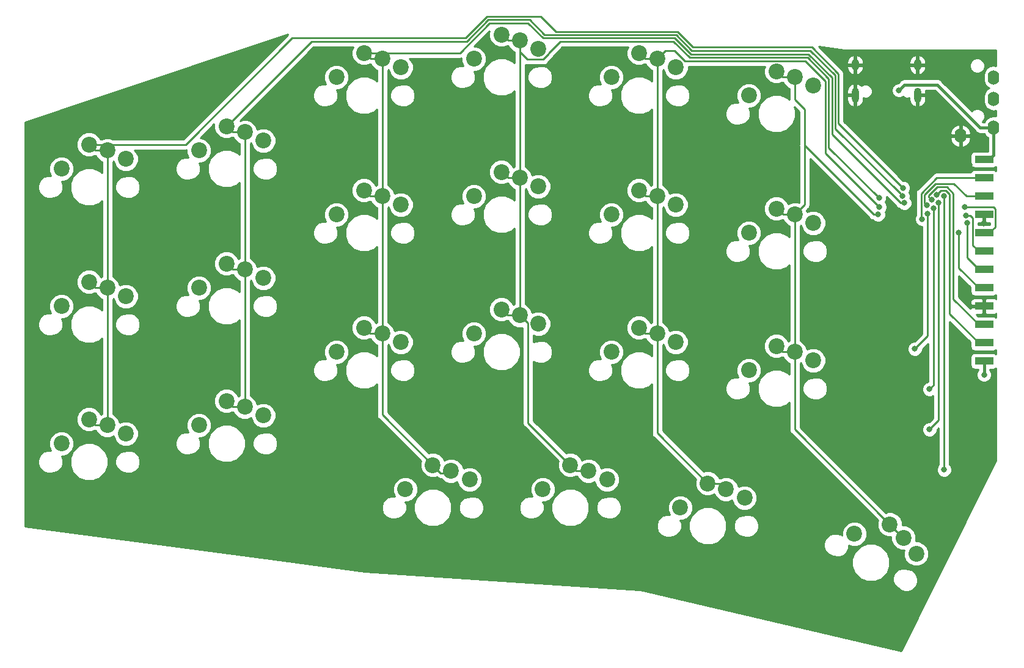
<source format=gbl>
From 4589117f02c7813495719f78e581d7c812664af2 Mon Sep 17 00:00:00 2001
From: Guillaume Pinot <texitoi@texitoi.eu>
Date: Sun, 2 Aug 2020 18:34:40 +0200
Subject: generated gerber for v0.1

---
 pcb/gerbers/v0.1/left/left-B.Cu.gbl | 6827 +++++++++++++++++++++++++++++++++++
 1 file changed, 6827 insertions(+)
 create mode 100644 pcb/gerbers/v0.1/left/left-B.Cu.gbl

(limited to 'pcb/gerbers/v0.1/left/left-B.Cu.gbl')

diff --git a/pcb/gerbers/v0.1/left/left-B.Cu.gbl b/pcb/gerbers/v0.1/left/left-B.Cu.gbl
new file mode 100644
index 0000000..4c2f34a
--- /dev/null
+++ b/pcb/gerbers/v0.1/left/left-B.Cu.gbl
@@ -0,0 +1,6827 @@
+G04 #@! TF.GenerationSoftware,KiCad,Pcbnew,5.0.2+dfsg1-1*
+G04 #@! TF.CreationDate,2020-08-02T18:17:46+02:00*
+G04 #@! TF.ProjectId,left,6c656674-2e6b-4696-9361-645f70636258,rev?*
+G04 #@! TF.SameCoordinates,Original*
+G04 #@! TF.FileFunction,Copper,L2,Bot*
+G04 #@! TF.FilePolarity,Positive*
+%FSLAX46Y46*%
+G04 Gerber Fmt 4.6, Leading zero omitted, Abs format (unit mm)*
+G04 Created by KiCad (PCBNEW 5.0.2+dfsg1-1) date dim. 02 août 2020 18:17:46 CEST*
+%MOMM*%
+%LPD*%
+G01*
+G04 APERTURE LIST*
+G04 #@! TA.AperFunction,ComponentPad*
+%ADD10C,2.200000*%
+G04 #@! TD*
+G04 #@! TA.AperFunction,ComponentPad*
+%ADD11O,1.600000X2.000000*%
+G04 #@! TD*
+G04 #@! TA.AperFunction,ComponentPad*
+%ADD12O,1.000000X1.400000*%
+G04 #@! TD*
+G04 #@! TA.AperFunction,SMDPad,CuDef*
+%ADD13R,2.500000X1.000000*%
+G04 #@! TD*
+G04 #@! TA.AperFunction,ComponentPad*
+%ADD14O,1.000000X2.100000*%
+G04 #@! TD*
+G04 #@! TA.AperFunction,ComponentPad*
+%ADD15O,1.000000X1.600000*%
+G04 #@! TD*
+G04 #@! TA.AperFunction,ViaPad*
+%ADD16C,0.800000*%
+G04 #@! TD*
+G04 #@! TA.AperFunction,Conductor*
+%ADD17C,0.250000*%
+G04 #@! TD*
+G04 #@! TA.AperFunction,Conductor*
+%ADD18C,0.381000*%
+G04 #@! TD*
+G04 #@! TA.AperFunction,Conductor*
+%ADD19C,0.254000*%
+G04 #@! TD*
+G04 APERTURE END LIST*
+D10*
+G04 #@! TO.P,SW15,1*
+G04 #@! TO.N,Net-(D17-Pad1)*
+X228935337Y-117530365D03*
+G04 #@! TO.P,SW15,2*
+G04 #@! TO.N,COL6*
+X225263567Y-113464887D03*
+X227170818Y-115332076D03*
+G04 #@! TO.P,SW15,1*
+G04 #@! TO.N,Net-(D17-Pad1)*
+X220354643Y-114771853D03*
+G04 #@! TD*
+G04 #@! TO.P,SW4,1*
+G04 #@! TO.N,Net-(D6-Pad1)*
+X110490000Y-83185000D03*
+G04 #@! TO.P,SW4,2*
+G04 #@! TO.N,COL1*
+X116840000Y-80645000D03*
+X114300000Y-79825000D03*
+G04 #@! TO.P,SW4,1*
+G04 #@! TO.N,Net-(D6-Pad1)*
+X119400000Y-81825000D03*
+G04 #@! TD*
+G04 #@! TO.P,SW5,1*
+G04 #@! TO.N,Net-(D7-Pad1)*
+X119400000Y-100875000D03*
+G04 #@! TO.P,SW5,2*
+G04 #@! TO.N,COL1*
+X114300000Y-98875000D03*
+X116840000Y-99695000D03*
+G04 #@! TO.P,SW5,1*
+G04 #@! TO.N,Net-(D7-Pad1)*
+X110490000Y-102235000D03*
+G04 #@! TD*
+G04 #@! TO.P,SW7,1*
+G04 #@! TO.N,Net-(D9-Pad1)*
+X148590000Y-51435000D03*
+G04 #@! TO.P,SW7,2*
+G04 #@! TO.N,COL3*
+X154940000Y-48895000D03*
+X152400000Y-48075000D03*
+G04 #@! TO.P,SW7,1*
+G04 #@! TO.N,Net-(D9-Pad1)*
+X157500000Y-50075000D03*
+G04 #@! TD*
+G04 #@! TO.P,SW13,1*
+G04 #@! TO.N,Net-(D15-Pad1)*
+X214650000Y-71665000D03*
+G04 #@! TO.P,SW13,2*
+G04 #@! TO.N,COL6*
+X209550000Y-69665000D03*
+X212090000Y-70485000D03*
+G04 #@! TO.P,SW13,1*
+G04 #@! TO.N,Net-(D15-Pad1)*
+X205740000Y-73025000D03*
+G04 #@! TD*
+G04 #@! TO.P,SW8,1*
+G04 #@! TO.N,Net-(D10-Pad1)*
+X148590000Y-70485000D03*
+G04 #@! TO.P,SW8,2*
+G04 #@! TO.N,COL3*
+X154940000Y-67945000D03*
+X152400000Y-67125000D03*
+G04 #@! TO.P,SW8,1*
+G04 #@! TO.N,Net-(D10-Pad1)*
+X157500000Y-69125000D03*
+G04 #@! TD*
+G04 #@! TO.P,SW9,1*
+G04 #@! TO.N,Net-(D11-Pad1)*
+X157500000Y-88175000D03*
+G04 #@! TO.P,SW9,2*
+G04 #@! TO.N,COL3*
+X152400000Y-86175000D03*
+X154940000Y-86995000D03*
+G04 #@! TO.P,SW9,1*
+G04 #@! TO.N,Net-(D11-Pad1)*
+X148590000Y-89535000D03*
+G04 #@! TD*
+G04 #@! TO.P,SW10,1*
+G04 #@! TO.N,Net-(D12-Pad1)*
+X158115000Y-108585000D03*
+G04 #@! TO.P,SW10,2*
+G04 #@! TO.N,COL3*
+X164465000Y-106045000D03*
+X161925000Y-105225000D03*
+G04 #@! TO.P,SW10,1*
+G04 #@! TO.N,Net-(D12-Pad1)*
+X167025000Y-107225000D03*
+G04 #@! TD*
+G04 #@! TO.P,SW12,1*
+G04 #@! TO.N,Net-(D14-Pad1)*
+X214650000Y-52615000D03*
+G04 #@! TO.P,SW12,2*
+G04 #@! TO.N,COL6*
+X209550000Y-50615000D03*
+X212090000Y-51435000D03*
+G04 #@! TO.P,SW12,1*
+G04 #@! TO.N,Net-(D14-Pad1)*
+X205740000Y-53975000D03*
+G04 #@! TD*
+G04 #@! TO.P,SW14,1*
+G04 #@! TO.N,Net-(D16-Pad1)*
+X205740000Y-92075000D03*
+G04 #@! TO.P,SW14,2*
+G04 #@! TO.N,COL6*
+X212090000Y-89535000D03*
+X209550000Y-88715000D03*
+G04 #@! TO.P,SW14,1*
+G04 #@! TO.N,Net-(D16-Pad1)*
+X214650000Y-90715000D03*
+G04 #@! TD*
+G04 #@! TO.P,SW17,1*
+G04 #@! TO.N,Net-(D19-Pad1)*
+X138450000Y-60235000D03*
+G04 #@! TO.P,SW17,2*
+G04 #@! TO.N,COL2*
+X133350000Y-58235000D03*
+X135890000Y-59055000D03*
+G04 #@! TO.P,SW17,1*
+G04 #@! TO.N,Net-(D19-Pad1)*
+X129540000Y-61595000D03*
+G04 #@! TD*
+G04 #@! TO.P,SW18,1*
+G04 #@! TO.N,Net-(D20-Pad1)*
+X129540000Y-80645000D03*
+G04 #@! TO.P,SW18,2*
+G04 #@! TO.N,COL2*
+X135890000Y-78105000D03*
+X133350000Y-77285000D03*
+G04 #@! TO.P,SW18,1*
+G04 #@! TO.N,Net-(D20-Pad1)*
+X138450000Y-79285000D03*
+G04 #@! TD*
+G04 #@! TO.P,SW19,1*
+G04 #@! TO.N,Net-(D21-Pad1)*
+X138450000Y-98335000D03*
+G04 #@! TO.P,SW19,2*
+G04 #@! TO.N,COL2*
+X133350000Y-96335000D03*
+X135890000Y-97155000D03*
+G04 #@! TO.P,SW19,1*
+G04 #@! TO.N,Net-(D21-Pad1)*
+X129540000Y-99695000D03*
+G04 #@! TD*
+G04 #@! TO.P,SW21,1*
+G04 #@! TO.N,Net-(D23-Pad1)*
+X167640000Y-48895000D03*
+G04 #@! TO.P,SW21,2*
+G04 #@! TO.N,COL4*
+X173990000Y-46355000D03*
+X171450000Y-45535000D03*
+G04 #@! TO.P,SW21,1*
+G04 #@! TO.N,Net-(D23-Pad1)*
+X176550000Y-47535000D03*
+G04 #@! TD*
+G04 #@! TO.P,SW22,1*
+G04 #@! TO.N,Net-(D24-Pad1)*
+X176550000Y-66585000D03*
+G04 #@! TO.P,SW22,2*
+G04 #@! TO.N,COL4*
+X171450000Y-64585000D03*
+X173990000Y-65405000D03*
+G04 #@! TO.P,SW22,1*
+G04 #@! TO.N,Net-(D24-Pad1)*
+X167640000Y-67945000D03*
+G04 #@! TD*
+G04 #@! TO.P,SW23,1*
+G04 #@! TO.N,Net-(D25-Pad1)*
+X167640000Y-86995000D03*
+G04 #@! TO.P,SW23,2*
+G04 #@! TO.N,COL4*
+X173990000Y-84455000D03*
+X171450000Y-83635000D03*
+G04 #@! TO.P,SW23,1*
+G04 #@! TO.N,Net-(D25-Pad1)*
+X176550000Y-85635000D03*
+G04 #@! TD*
+G04 #@! TO.P,SW31,1*
+G04 #@! TO.N,Net-(D33-Pad1)*
+X195600000Y-50075000D03*
+G04 #@! TO.P,SW31,2*
+G04 #@! TO.N,COL5*
+X190500000Y-48075000D03*
+X193040000Y-48895000D03*
+G04 #@! TO.P,SW31,1*
+G04 #@! TO.N,Net-(D33-Pad1)*
+X186690000Y-51435000D03*
+G04 #@! TD*
+G04 #@! TO.P,SW32,1*
+G04 #@! TO.N,Net-(D34-Pad1)*
+X186690000Y-70485000D03*
+G04 #@! TO.P,SW32,2*
+G04 #@! TO.N,COL5*
+X193040000Y-67945000D03*
+X190500000Y-67125000D03*
+G04 #@! TO.P,SW32,1*
+G04 #@! TO.N,Net-(D34-Pad1)*
+X195600000Y-69125000D03*
+G04 #@! TD*
+G04 #@! TO.P,SW33,1*
+G04 #@! TO.N,Net-(D35-Pad1)*
+X195600000Y-88175000D03*
+G04 #@! TO.P,SW33,2*
+G04 #@! TO.N,COL5*
+X190500000Y-86175000D03*
+X193040000Y-86995000D03*
+G04 #@! TO.P,SW33,1*
+G04 #@! TO.N,Net-(D35-Pad1)*
+X186690000Y-89535000D03*
+G04 #@! TD*
+G04 #@! TO.P,SW34,1*
+G04 #@! TO.N,Net-(D36-Pad1)*
+X196215000Y-111125000D03*
+G04 #@! TO.P,SW34,2*
+G04 #@! TO.N,COL5*
+X202565000Y-108585000D03*
+X200025000Y-107765000D03*
+G04 #@! TO.P,SW34,1*
+G04 #@! TO.N,Net-(D36-Pad1)*
+X205125000Y-109765000D03*
+G04 #@! TD*
+G04 #@! TO.P,SW24,1*
+G04 #@! TO.N,Net-(D26-Pad1)*
+X186075000Y-107225000D03*
+G04 #@! TO.P,SW24,2*
+G04 #@! TO.N,COL4*
+X180975000Y-105225000D03*
+X183515000Y-106045000D03*
+G04 #@! TO.P,SW24,1*
+G04 #@! TO.N,Net-(D26-Pad1)*
+X177165000Y-108585000D03*
+G04 #@! TD*
+G04 #@! TO.P,SW3,1*
+G04 #@! TO.N,Net-(D5-Pad1)*
+X119400000Y-62775000D03*
+G04 #@! TO.P,SW3,2*
+G04 #@! TO.N,COL1*
+X114300000Y-60775000D03*
+X116840000Y-61595000D03*
+G04 #@! TO.P,SW3,1*
+G04 #@! TO.N,Net-(D5-Pad1)*
+X110490000Y-64135000D03*
+G04 #@! TD*
+D11*
+G04 #@! TO.P,J2,1*
+G04 #@! TO.N,GND*
+X235063000Y-59560000D03*
+G04 #@! TO.P,J2,2*
+G04 #@! TO.N,5V*
+X239663000Y-58460000D03*
+G04 #@! TO.P,J2,4*
+G04 #@! TO.N,RX*
+X239663000Y-51460000D03*
+G04 #@! TO.P,J2,3*
+G04 #@! TO.N,TX*
+X239663000Y-54460000D03*
+D12*
+G04 #@! TO.P,J2,4*
+G04 #@! TO.N,RX*
+X239663000Y-51460000D03*
+G04 #@! TO.P,J2,3*
+G04 #@! TO.N,TX*
+X239663000Y-54460000D03*
+G04 #@! TO.P,J2,2*
+G04 #@! TO.N,5V*
+X239663000Y-58460000D03*
+G04 #@! TO.P,J2,1*
+G04 #@! TO.N,GND*
+X235063000Y-59560000D03*
+G04 #@! TD*
+D13*
+G04 #@! TO.P,J3,12*
+G04 #@! TO.N,5V*
+X238315000Y-62865000D03*
+G04 #@! TO.P,J3,11*
+G04 #@! TO.N,PB7*
+X238315000Y-65405000D03*
+G04 #@! TO.P,J3,10*
+G04 #@! TO.N,PB6*
+X238315000Y-67945000D03*
+G04 #@! TO.P,J3,9*
+G04 #@! TO.N,GND*
+X238315000Y-70485000D03*
+G04 #@! TO.P,J3,8*
+G04 #@! TO.N,PA7*
+X238315000Y-73025000D03*
+G04 #@! TO.P,J3,7*
+G04 #@! TO.N,PA6*
+X238315000Y-75565000D03*
+G04 #@! TO.P,J3,6*
+G04 #@! TO.N,PA5*
+X238315000Y-78105000D03*
+G04 #@! TO.P,J3,5*
+G04 #@! TO.N,PA4*
+X238315000Y-80645000D03*
+G04 #@! TO.P,J3,4*
+G04 #@! TO.N,GND*
+X238315000Y-83185000D03*
+G04 #@! TO.P,J3,3*
+G04 #@! TO.N,SWDCLK*
+X238315000Y-85725000D03*
+G04 #@! TO.P,J3,2*
+G04 #@! TO.N,SWDIO*
+X238315000Y-88265000D03*
+G04 #@! TO.P,J3,1*
+G04 #@! TO.N,3.3V*
+X238315000Y-90805000D03*
+G04 #@! TD*
+D14*
+G04 #@! TO.P,J1,S1*
+G04 #@! TO.N,GND*
+X220470000Y-53930000D03*
+X229110000Y-53930000D03*
+D15*
+X229110000Y-49750000D03*
+X220470000Y-49750000D03*
+G04 #@! TD*
+D16*
+G04 #@! TO.N,GND*
+X220345000Y-74422000D03*
+X221996000Y-83947000D03*
+X227965000Y-80137000D03*
+X235712000Y-81280000D03*
+X238252000Y-71755000D03*
+X236347000Y-63627000D03*
+X220726000Y-69596000D03*
+X223520000Y-61214000D03*
+X230505000Y-59690000D03*
+G04 #@! TO.N,5V*
+X226507489Y-53279489D03*
+G04 #@! TO.N,3.3V*
+X238315000Y-92710000D03*
+G04 #@! TO.N,PA4*
+X234823000Y-73025000D03*
+G04 #@! TO.N,PA5*
+X235966000Y-71628000D03*
+G04 #@! TO.N,PA6*
+X235819000Y-70592000D03*
+G04 #@! TO.N,PA7*
+X235616000Y-69469000D03*
+G04 #@! TO.N,ROW1*
+X230505000Y-70358000D03*
+X228727000Y-89118927D03*
+G04 #@! TO.N,ROW2*
+X230759000Y-94706927D03*
+X231295661Y-69612394D03*
+G04 #@! TO.N,ROW3*
+X230759000Y-100294927D03*
+X232035892Y-68843108D03*
+G04 #@! TO.N,ROW4*
+X232791000Y-105882927D03*
+X232727096Y-67934685D03*
+G04 #@! TO.N,SWDIO*
+X231733288Y-67744851D03*
+G04 #@! TO.N,SWDCLK*
+X231039426Y-68464974D03*
+G04 #@! TO.N,COL1*
+X227075996Y-66802000D03*
+G04 #@! TO.N,COL2*
+X227035097Y-67928177D03*
+G04 #@! TO.N,COL3*
+X227296223Y-68893494D03*
+G04 #@! TO.N,COL4*
+X223773988Y-68199000D03*
+G04 #@! TO.N,PB6*
+X230377996Y-69215000D03*
+G04 #@! TO.N,PB7*
+X229743000Y-71120000D03*
+G04 #@! TO.N,COL5*
+X223830091Y-69450510D03*
+G04 #@! TO.N,COL6*
+X223647000Y-70484902D03*
+G04 #@! TD*
+D17*
+G04 #@! TO.N,5V*
+X238125000Y-62675000D02*
+X238315000Y-62865000D01*
+D18*
+X238482000Y-58460000D02*
+X239663000Y-58460000D01*
+X237793058Y-58460000D02*
+X238482000Y-58460000D01*
+X227297488Y-52489490D02*
+X231822548Y-52489490D01*
+X231822548Y-52489490D02*
+X237793058Y-58460000D01*
+X226507489Y-53279489D02*
+X227297488Y-52489490D01*
+X239065000Y-62865000D02*
+X238315000Y-62865000D01*
+X239649000Y-62281000D02*
+X239065000Y-62865000D01*
+X239649000Y-61976000D02*
+X239649000Y-62281000D01*
+X239663000Y-58460000D02*
+X239663000Y-61962000D01*
+X239663000Y-61962000D02*
+X239649000Y-61976000D01*
+G04 #@! TO.N,3.3V*
+X238315000Y-92710000D02*
+X238315000Y-90805000D01*
+D17*
+G04 #@! TO.N,PA4*
+X234823000Y-77903000D02*
+X234823000Y-73590685D01*
+X237565000Y-80645000D02*
+X234823000Y-77903000D01*
+X234823000Y-73590685D02*
+X234823000Y-73025000D01*
+X238315000Y-80645000D02*
+X237565000Y-80645000D01*
+G04 #@! TO.N,PA5*
+X238315000Y-78105000D02*
+X237565000Y-78105000D01*
+X235966000Y-72193685D02*
+X235966000Y-71628000D01*
+X237565000Y-78105000D02*
+X235966000Y-76506000D01*
+X235966000Y-76506000D02*
+X235966000Y-72193685D01*
+G04 #@! TO.N,PA6*
+X237565000Y-75565000D02*
+X238315000Y-75565000D01*
+X236739999Y-70947314D02*
+X236739999Y-74739999D01*
+X236384685Y-70592000D02*
+X236739999Y-70947314D01*
+X236739999Y-74739999D02*
+X237565000Y-75565000D01*
+X235819000Y-70592000D02*
+X236384685Y-70592000D01*
+G04 #@! TO.N,PA7*
+X239890001Y-72199999D02*
+X239065000Y-73025000D01*
+X239890001Y-69724999D02*
+X239890001Y-72199999D01*
+X239634002Y-69469000D02*
+X239890001Y-69724999D01*
+X239065000Y-73025000D02*
+X238315000Y-73025000D01*
+X235616000Y-69469000D02*
+X239634002Y-69469000D01*
+G04 #@! TO.N,ROW1*
+X230505000Y-87340927D02*
+X230505000Y-70358000D01*
+X228727000Y-89118927D02*
+X230505000Y-87340927D01*
+G04 #@! TO.N,ROW2*
+X230759000Y-94706927D02*
+X231295661Y-94170266D01*
+X231295661Y-70178079D02*
+X231295661Y-69612394D01*
+X231295661Y-94170266D02*
+X231295661Y-70178079D01*
+G04 #@! TO.N,ROW3*
+X232035892Y-99018035D02*
+X232035892Y-69408793D01*
+X232035892Y-69408793D02*
+X232035892Y-68843108D01*
+X230759000Y-100294927D02*
+X232035892Y-99018035D01*
+G04 #@! TO.N,ROW4*
+X232791000Y-68072000D02*
+X232791000Y-68072000D01*
+X232791000Y-67998589D02*
+X232727096Y-67934685D01*
+X232791000Y-105882927D02*
+X232791000Y-67998589D01*
+G04 #@! TO.N,SWDIO*
+X233553000Y-84253000D02*
+X233553000Y-67687587D01*
+X237565000Y-88265000D02*
+X233553000Y-84253000D01*
+X232314136Y-67164003D02*
+X232133287Y-67344852D01*
+X233029416Y-67164003D02*
+X232314136Y-67164003D01*
+X232133287Y-67344852D02*
+X231733288Y-67744851D01*
+X233553000Y-67687587D02*
+X233029416Y-67164003D01*
+X238315000Y-88265000D02*
+X237565000Y-88265000D01*
+G04 #@! TO.N,SWDCLK*
+X234061000Y-67559177D02*
+X233157825Y-66656002D01*
+X231796818Y-66656002D02*
+X230639427Y-67813393D01*
+X234061000Y-82221000D02*
+X234061000Y-67559177D01*
+X230639427Y-68064975D02*
+X231039426Y-68464974D01*
+X233157825Y-66656002D02*
+X231796818Y-66656002D01*
+X230639427Y-67813393D02*
+X230639427Y-68064975D01*
+X238315000Y-85725000D02*
+X237565000Y-85725000D01*
+X237565000Y-85725000D02*
+X234061000Y-82221000D01*
+G04 #@! TO.N,COL1*
+X115120000Y-61595000D02*
+X114300000Y-60775000D01*
+X116840000Y-61595000D02*
+X115120000Y-61595000D01*
+X116840000Y-61595000D02*
+X116840000Y-80645000D01*
+X115120000Y-80645000D02*
+X114300000Y-79825000D01*
+X116840000Y-80645000D02*
+X115120000Y-80645000D01*
+X116840000Y-80645000D02*
+X116840000Y-99695000D01*
+X115120000Y-99695000D02*
+X114300000Y-98875000D01*
+X116840000Y-99695000D02*
+X115120000Y-99695000D01*
+X179004802Y-45131967D02*
+X195833594Y-45131967D01*
+X195833594Y-45131967D02*
+X196097205Y-45395578D01*
+X214435400Y-47301989D02*
+X218139029Y-51005618D01*
+X176914813Y-43041978D02*
+X179004802Y-45131967D01*
+X198003613Y-47301989D02*
+X214435400Y-47301989D01*
+X169427611Y-43041978D02*
+X176914813Y-43041978D01*
+X142436011Y-46031989D02*
+X166437600Y-46031989D01*
+X114300000Y-60775000D02*
+X127693000Y-60775000D01*
+X166437600Y-46031989D02*
+X169427611Y-43041978D01*
+X226675997Y-66402001D02*
+X227075996Y-66802000D01*
+X127693000Y-60775000D02*
+X142436011Y-46031989D01*
+X196097205Y-45395578D02*
+X198003613Y-47301989D01*
+X218139029Y-57865033D02*
+X226675997Y-66402001D01*
+X218139029Y-51005618D02*
+X218139029Y-57865033D01*
+G04 #@! TO.N,COL2*
+X217689020Y-58582100D02*
+X226635098Y-67528178D01*
+X226635098Y-67528178D02*
+X227035097Y-67928177D01*
+X134170000Y-97155000D02*
+X133350000Y-96335000D01*
+X135890000Y-97155000D02*
+X134170000Y-97155000D01*
+X135890000Y-97155000D02*
+X135890000Y-78105000D01*
+X134170000Y-78105000D02*
+X133350000Y-77285000D01*
+X135890000Y-78105000D02*
+X134170000Y-78105000D01*
+X135890000Y-63233998D02*
+X135890000Y-59055000D01*
+X135890000Y-78105000D02*
+X135890000Y-63233998D01*
+X134170000Y-59055000D02*
+X133350000Y-58235000D01*
+X135890000Y-59055000D02*
+X134170000Y-59055000D01*
+X217689020Y-51192020D02*
+X217689020Y-51943000D01*
+X197817214Y-47752000D02*
+X214249000Y-47752000D01*
+X217689020Y-51943000D02*
+X217689020Y-58582100D01*
+X214249000Y-47752000D02*
+X217689020Y-51192020D01*
+X195647194Y-45581978D02*
+X197817214Y-47752000D01*
+X133350000Y-58235000D02*
+X145103000Y-46482000D01*
+X169614011Y-43491989D02*
+X175319399Y-43491989D01*
+X177409388Y-45581978D02*
+X195647194Y-45581978D01*
+X217689020Y-51825610D02*
+X217689020Y-51943000D01*
+X175319399Y-43491989D02*
+X177409388Y-45581978D01*
+X166624000Y-46482000D02*
+X169614011Y-43491989D01*
+X145103000Y-46482000D02*
+X166624000Y-46482000D01*
+G04 #@! TO.N,COL3*
+X152564366Y-48075000D02*
+X152400000Y-48075000D01*
+X153384366Y-48895000D02*
+X152564366Y-48075000D01*
+X154940000Y-48895000D02*
+X153384366Y-48895000D01*
+X154940000Y-48895000D02*
+X154940000Y-67945000D01*
+X153220000Y-67945000D02*
+X152400000Y-67125000D01*
+X154940000Y-67945000D02*
+X153220000Y-67945000D01*
+X154940000Y-67945000D02*
+X154940000Y-86995000D01*
+X153220000Y-86995000D02*
+X152400000Y-86175000D01*
+X154940000Y-86995000D02*
+X153220000Y-86995000D01*
+X154940000Y-98240000D02*
+X161925000Y-105225000D01*
+X154940000Y-86995000D02*
+X154940000Y-98240000D01*
+X164185001Y-106324999D02*
+X164465000Y-106045000D01*
+X163024999Y-106324999D02*
+X164185001Y-106324999D01*
+X161925000Y-105225000D02*
+X163024999Y-106324999D01*
+X213997822Y-48260000D02*
+X217239011Y-51501189D01*
+X195460794Y-46031989D02*
+X197688804Y-48260000D01*
+X197688804Y-48260000D02*
+X213997822Y-48260000D01*
+X152400000Y-48075000D02*
+X165667411Y-48075000D01*
+X217239011Y-51501189D02*
+X217239010Y-59401966D01*
+X175132999Y-43942000D02*
+X177222988Y-46031989D01*
+X165667411Y-48075000D02*
+X169800411Y-43942000D01*
+X169800411Y-43942000D02*
+X175132999Y-43942000D01*
+X226730538Y-68893494D02*
+X227296223Y-68893494D01*
+X177222988Y-46031989D02*
+X195460794Y-46031989D01*
+X217239010Y-59401966D02*
+X226730538Y-68893494D01*
+G04 #@! TO.N,COL4*
+X223773988Y-68199000D02*
+X216789000Y-61214012D01*
+X216789000Y-61214012D02*
+X216789000Y-57658000D01*
+X216789000Y-57658000D02*
+X216789000Y-58571000D01*
+X181795000Y-106045000D02*
+X180975000Y-105225000D01*
+X183515000Y-106045000D02*
+X181795000Y-106045000D01*
+X175089999Y-85554999D02*
+X173990000Y-84455000D01*
+X175124999Y-85589999D02*
+X175089999Y-85554999D01*
+X175124999Y-99374999D02*
+X175124999Y-85589999D01*
+X180975000Y-105225000D02*
+X175124999Y-99374999D01*
+X172270000Y-84455000D02*
+X171450000Y-83635000D01*
+X173990000Y-84455000D02*
+X172270000Y-84455000D01*
+X173990000Y-82899366D02*
+X173990000Y-65405000D01*
+X173990000Y-84455000D02*
+X173990000Y-82899366D01*
+X171614366Y-64585000D02*
+X171450000Y-64585000D01*
+X172434366Y-65405000D02*
+X171614366Y-64585000D01*
+X173990000Y-65405000D02*
+X172434366Y-65405000D01*
+X173990000Y-63849366D02*
+X173990000Y-46355000D01*
+X173990000Y-65405000D02*
+X173990000Y-63849366D01*
+X171614366Y-45535000D02*
+X171450000Y-45535000D01*
+X172434366Y-46355000D02*
+X171614366Y-45535000D01*
+X173990000Y-46355000D02*
+X172434366Y-46355000D01*
+X195274394Y-46482000D02*
+X197532382Y-48739988D01*
+X179564002Y-46482000D02*
+X195274394Y-46482000D01*
+X197532382Y-48739988D02*
+X213841399Y-48739988D01*
+X177975001Y-48071001D02*
+X179564002Y-46482000D01*
+X177975001Y-48219001D02*
+X177975001Y-48071001D01*
+X173990000Y-47910634D02*
+X175039367Y-48960001D01*
+X216789000Y-51814589D02*
+X216789000Y-57658000D01*
+X213841399Y-48739988D02*
+X216789000Y-51687589D01*
+X177234001Y-48960001D02*
+X177975001Y-48219001D01*
+X175039367Y-48960001D02*
+X177234001Y-48960001D01*
+X216789000Y-51687589D02*
+X216789000Y-51814589D01*
+X173990000Y-46355000D02*
+X173990000Y-47910634D01*
+G04 #@! TO.N,PB6*
+X230066011Y-67750399D02*
+X230066011Y-68903015D01*
+X230066011Y-68903015D02*
+X230377996Y-69215000D01*
+X235899999Y-67945000D02*
+X234160990Y-66205991D01*
+X231610419Y-66205991D02*
+X230066011Y-67750399D01*
+X234160990Y-66205991D02*
+X231610419Y-66205991D01*
+X238315000Y-67945000D02*
+X235899999Y-67945000D01*
+G04 #@! TO.N,PB7*
+X229616000Y-67564000D02*
+X229616000Y-70993000D01*
+X238315000Y-65405000D02*
+X231775000Y-65405000D01*
+X229616000Y-70993000D02*
+X229743000Y-71120000D01*
+X231775000Y-65405000D02*
+X229616000Y-67564000D01*
+G04 #@! TO.N,COL5*
+X191320000Y-48895000D02*
+X190500000Y-48075000D01*
+X193040000Y-48895000D02*
+X191320000Y-48895000D01*
+X190664366Y-67125000D02*
+X190500000Y-67125000D01*
+X191484366Y-67945000D02*
+X190664366Y-67125000D01*
+X193040000Y-67945000D02*
+X191484366Y-67945000D01*
+X193040000Y-48895000D02*
+X193040000Y-67945000D01*
+X193040000Y-67945000D02*
+X193040000Y-86995000D01*
+X191320000Y-86995000D02*
+X190500000Y-86175000D01*
+X193040000Y-86995000D02*
+X191320000Y-86995000D01*
+X193040000Y-100780000D02*
+X200025000Y-107765000D01*
+X193040000Y-86995000D02*
+X193040000Y-100780000D01*
+X201745000Y-107765000D02*
+X202565000Y-108585000D01*
+X200025000Y-107765000D02*
+X201745000Y-107765000D01*
+X194139999Y-47795001D02*
+X193040000Y-48895000D01*
+X195429003Y-47795001D02*
+X194139999Y-47795001D01*
+X196824001Y-49189999D02*
+X195429003Y-47795001D01*
+X216338989Y-61959408D02*
+X216338989Y-52000989D01*
+X213527999Y-49189999D02*
+X196824001Y-49189999D01*
+X216338989Y-52000989D02*
+X213527999Y-49189999D01*
+X223830091Y-69450510D02*
+X216338989Y-61959408D01*
+G04 #@! TO.N,COL6*
+X213429999Y-60267901D02*
+X213429999Y-55909212D01*
+X212090000Y-54569213D02*
+X212090000Y-51435000D01*
+X213429999Y-55909212D02*
+X212090000Y-54569213D01*
+X210370000Y-51435000D02*
+X209550000Y-50615000D01*
+X212090000Y-51435000D02*
+X210370000Y-51435000D01*
+X213429999Y-69145001D02*
+X212090000Y-70485000D01*
+X213429999Y-60267901D02*
+X213429999Y-69145001D01*
+X212090000Y-70485000D02*
+X212090000Y-89535000D01*
+X210370000Y-89535000D02*
+X209550000Y-88715000D01*
+X212090000Y-89535000D02*
+X210370000Y-89535000D01*
+X209714366Y-69665000D02*
+X209550000Y-69665000D01*
+X210534366Y-70485000D02*
+X209714366Y-69665000D01*
+X212090000Y-70485000D02*
+X210534366Y-70485000D01*
+X212090000Y-100291320D02*
+X225263567Y-113464887D01*
+X212090000Y-89535000D02*
+X212090000Y-100291320D01*
+X227130756Y-115332076D02*
+X227170818Y-115332076D01*
+X225263567Y-113464887D02*
+X227130756Y-115332076D01*
+X213429999Y-60902999D02*
+X213429999Y-60267901D01*
+X223647000Y-70484902D02*
+X223011902Y-70484902D01*
+X223011902Y-70484902D02*
+X213429999Y-60902999D01*
+G04 #@! TO.N,Net-(D23-Pad1)*
+X167640000Y-48895000D02*
+X167705001Y-48960001D01*
+G04 #@! TD*
+D19*
+G04 #@! TO.N,GND*
+G36*
+X169715000Y-45189887D02*
+X169715000Y-45880113D01*
+X169979138Y-46517799D01*
+X170467201Y-47005862D01*
+X171104887Y-47270000D01*
+X171795113Y-47270000D01*
+X172231021Y-47089441D01*
+X172359514Y-47115000D01*
+X172359518Y-47115000D01*
+X172432898Y-47129596D01*
+X172519138Y-47337799D01*
+X173007201Y-47825862D01*
+X173215404Y-47912102D01*
+X173230001Y-47985485D01*
+X173230001Y-49488548D01*
+X172942608Y-49201155D01*
+X171974134Y-48800000D01*
+X170925866Y-48800000D01*
+X169957392Y-49201155D01*
+X169216155Y-49942392D01*
+X168815000Y-50910866D01*
+X168815000Y-51959134D01*
+X169216155Y-52927608D01*
+X169957392Y-53668845D01*
+X170925866Y-54070000D01*
+X171974134Y-54070000D01*
+X172942608Y-53668845D01*
+X173230001Y-53381452D01*
+X173230000Y-63841852D01*
+X173050863Y-63916052D01*
+X172920862Y-63602201D01*
+X172432799Y-63114138D01*
+X171795113Y-62850000D01*
+X171104887Y-62850000D01*
+X170467201Y-63114138D01*
+X169979138Y-63602201D01*
+X169715000Y-64239887D01*
+X169715000Y-64930113D01*
+X169979138Y-65567799D01*
+X170467201Y-66055862D01*
+X171104887Y-66320000D01*
+X171795113Y-66320000D01*
+X172231021Y-66139441D01*
+X172359514Y-66165000D01*
+X172359518Y-66165000D01*
+X172432898Y-66179596D01*
+X172519138Y-66387799D01*
+X173007201Y-66875862D01*
+X173230001Y-66968149D01*
+X173230001Y-68538548D01*
+X172942608Y-68251155D01*
+X171974134Y-67850000D01*
+X170925866Y-67850000D01*
+X169957392Y-68251155D01*
+X169216155Y-68992392D01*
+X168815000Y-69960866D01*
+X168815000Y-71009134D01*
+X169216155Y-71977608D01*
+X169957392Y-72718845D01*
+X170925866Y-73120000D01*
+X171974134Y-73120000D01*
+X172942608Y-72718845D01*
+X173230001Y-72431452D01*
+X173230000Y-82891852D01*
+X173050863Y-82966052D01*
+X172920862Y-82652201D01*
+X172432799Y-82164138D01*
+X171795113Y-81900000D01*
+X171104887Y-81900000D01*
+X170467201Y-82164138D01*
+X169979138Y-82652201D01*
+X169715000Y-83289887D01*
+X169715000Y-83980113D01*
+X169979138Y-84617799D01*
+X170467201Y-85105862D01*
+X171104887Y-85370000D01*
+X171795113Y-85370000D01*
+X172177697Y-85211529D01*
+X172195148Y-85215000D01*
+X172195152Y-85215000D01*
+X172269999Y-85229888D01*
+X172344846Y-85215000D01*
+X172426852Y-85215000D01*
+X172519138Y-85437799D01*
+X173007201Y-85925862D01*
+X173644887Y-86190000D01*
+X174335113Y-86190000D01*
+X174365000Y-86177620D01*
+X174364999Y-99300152D01*
+X174350111Y-99374999D01*
+X174364999Y-99449846D01*
+X174364999Y-99449850D01*
+X174409095Y-99671535D01*
+X174577070Y-99922928D01*
+X174640529Y-99965330D01*
+X179332286Y-104657088D01*
+X179240000Y-104879887D01*
+X179240000Y-105570113D01*
+X179504138Y-106207799D01*
+X179992201Y-106695862D01*
+X180629887Y-106960000D01*
+X181320113Y-106960000D01*
+X181702697Y-106801529D01*
+X181720148Y-106805000D01*
+X181720152Y-106805000D01*
+X181794999Y-106819888D01*
+X181869846Y-106805000D01*
+X181951852Y-106805000D01*
+X182044138Y-107027799D01*
+X182532201Y-107515862D01*
+X183169887Y-107780000D01*
+X183860113Y-107780000D01*
+X184343928Y-107579597D01*
+X184604138Y-108207799D01*
+X185092201Y-108695862D01*
+X185729887Y-108960000D01*
+X186420113Y-108960000D01*
+X187057799Y-108695862D01*
+X187545862Y-108207799D01*
+X187810000Y-107570113D01*
+X187810000Y-106879887D01*
+X187545862Y-106242201D01*
+X187057799Y-105754138D01*
+X186420113Y-105490000D01*
+X185729887Y-105490000D01*
+X185246072Y-105690403D01*
+X184985862Y-105062201D01*
+X184497799Y-104574138D01*
+X183860113Y-104310000D01*
+X183169887Y-104310000D01*
+X182575863Y-104556052D01*
+X182445862Y-104242201D01*
+X181957799Y-103754138D01*
+X181320113Y-103490000D01*
+X180629887Y-103490000D01*
+X180407088Y-103582286D01*
+X175884999Y-99060198D01*
+X175884999Y-91759724D01*
+X183415000Y-91759724D01*
+X183415000Y-92390276D01*
+X183656302Y-92972830D01*
+X184102170Y-93418698D01*
+X184684724Y-93660000D01*
+X185315276Y-93660000D01*
+X185556697Y-93560000D01*
+X185715385Y-93560000D01*
+X186261185Y-93333922D01*
+X186678922Y-92916185D01*
+X186905000Y-92370385D01*
+X186905000Y-91779615D01*
+X186693910Y-91270000D01*
+X187035113Y-91270000D01*
+X187672799Y-91005862D01*
+X188160862Y-90517799D01*
+X188425000Y-89880113D01*
+X188425000Y-89189887D01*
+X188160862Y-88552201D01*
+X187672799Y-88064138D01*
+X187035113Y-87800000D01*
+X186344887Y-87800000D01*
+X185707201Y-88064138D01*
+X185219138Y-88552201D01*
+X184955000Y-89189887D01*
+X184955000Y-89880113D01*
+X185207623Y-90490000D01*
+X184684724Y-90490000D01*
+X184102170Y-90731302D01*
+X183656302Y-91177170D01*
+X183415000Y-91759724D01*
+X175884999Y-91759724D01*
+X175884999Y-90875184D01*
+X176234615Y-91020000D01*
+X176393303Y-91020000D01*
+X176634724Y-91120000D01*
+X177265276Y-91120000D01*
+X177847830Y-90878698D01*
+X178293698Y-90432830D01*
+X178535000Y-89850276D01*
+X178535000Y-89219724D01*
+X178293698Y-88637170D01*
+X177847830Y-88191302D01*
+X177265276Y-87950000D01*
+X176634724Y-87950000D01*
+X176393303Y-88050000D01*
+X176234615Y-88050000D01*
+X175884999Y-88194816D01*
+X175884999Y-87237498D01*
+X176204887Y-87370000D01*
+X176895113Y-87370000D01*
+X177532799Y-87105862D01*
+X178020862Y-86617799D01*
+X178285000Y-85980113D01*
+X178285000Y-85289887D01*
+X178020862Y-84652201D01*
+X177532799Y-84164138D01*
+X176895113Y-83900000D01*
+X176204887Y-83900000D01*
+X175721072Y-84100403D01*
+X175460862Y-83472201D01*
+X174972799Y-82984138D01*
+X174750000Y-82891852D01*
+X174750000Y-72709724D01*
+X183415000Y-72709724D01*
+X183415000Y-73340276D01*
+X183656302Y-73922830D01*
+X184102170Y-74368698D01*
+X184684724Y-74610000D01*
+X185315276Y-74610000D01*
+X185556697Y-74510000D01*
+X185715385Y-74510000D01*
+X186261185Y-74283922D01*
+X186678922Y-73866185D01*
+X186905000Y-73320385D01*
+X186905000Y-72729615D01*
+X186693910Y-72220000D01*
+X187035113Y-72220000D01*
+X187672799Y-71955862D01*
+X188160862Y-71467799D01*
+X188425000Y-70830113D01*
+X188425000Y-70139887D01*
+X188160862Y-69502201D01*
+X187672799Y-69014138D01*
+X187035113Y-68750000D01*
+X186344887Y-68750000D01*
+X185707201Y-69014138D01*
+X185219138Y-69502201D01*
+X184955000Y-70139887D01*
+X184955000Y-70830113D01*
+X185207623Y-71440000D01*
+X184684724Y-71440000D01*
+X184102170Y-71681302D01*
+X183656302Y-72127170D01*
+X183415000Y-72709724D01*
+X174750000Y-72709724D01*
+X174750000Y-70189615D01*
+X175045000Y-70189615D01*
+X175045000Y-70780385D01*
+X175271078Y-71326185D01*
+X175688815Y-71743922D01*
+X176234615Y-71970000D01*
+X176393303Y-71970000D01*
+X176634724Y-72070000D01*
+X177265276Y-72070000D01*
+X177847830Y-71828698D01*
+X178293698Y-71382830D01*
+X178535000Y-70800276D01*
+X178535000Y-70169724D01*
+X178293698Y-69587170D01*
+X177847830Y-69141302D01*
+X177265276Y-68900000D01*
+X176634724Y-68900000D01*
+X176393303Y-69000000D01*
+X176234615Y-69000000D01*
+X175688815Y-69226078D01*
+X175271078Y-69643815D01*
+X175045000Y-70189615D01*
+X174750000Y-70189615D01*
+X174750000Y-66968148D01*
+X174818928Y-66939597D01*
+X175079138Y-67567799D01*
+X175567201Y-68055862D01*
+X176204887Y-68320000D01*
+X176895113Y-68320000D01*
+X177532799Y-68055862D01*
+X178020862Y-67567799D01*
+X178285000Y-66930113D01*
+X178285000Y-66239887D01*
+X178020862Y-65602201D01*
+X177532799Y-65114138D01*
+X176895113Y-64850000D01*
+X176204887Y-64850000D01*
+X175721072Y-65050403D01*
+X175460862Y-64422201D01*
+X174972799Y-63934138D01*
+X174750000Y-63841852D01*
+X174750000Y-53659724D01*
+X183415000Y-53659724D01*
+X183415000Y-54290276D01*
+X183656302Y-54872830D01*
+X184102170Y-55318698D01*
+X184684724Y-55560000D01*
+X185315276Y-55560000D01*
+X185556697Y-55460000D01*
+X185715385Y-55460000D01*
+X186261185Y-55233922D01*
+X186678922Y-54816185D01*
+X186905000Y-54270385D01*
+X186905000Y-53679615D01*
+X186693910Y-53170000D01*
+X187035113Y-53170000D01*
+X187672799Y-52905862D01*
+X188160862Y-52417799D01*
+X188425000Y-51780113D01*
+X188425000Y-51089887D01*
+X188160862Y-50452201D01*
+X187672799Y-49964138D01*
+X187035113Y-49700000D01*
+X186344887Y-49700000D01*
+X185707201Y-49964138D01*
+X185219138Y-50452201D01*
+X184955000Y-51089887D01*
+X184955000Y-51780113D01*
+X185207623Y-52390000D01*
+X184684724Y-52390000D01*
+X184102170Y-52631302D01*
+X183656302Y-53077170D01*
+X183415000Y-53659724D01*
+X174750000Y-53659724D01*
+X174750000Y-51139615D01*
+X175045000Y-51139615D01*
+X175045000Y-51730385D01*
+X175271078Y-52276185D01*
+X175688815Y-52693922D01*
+X176234615Y-52920000D01*
+X176393303Y-52920000D01*
+X176634724Y-53020000D01*
+X177265276Y-53020000D01*
+X177847830Y-52778698D01*
+X178293698Y-52332830D01*
+X178535000Y-51750276D01*
+X178535000Y-51119724D01*
+X178293698Y-50537170D01*
+X177847830Y-50091302D01*
+X177265276Y-49850000D01*
+X176634724Y-49850000D01*
+X176393303Y-49950000D01*
+X176234615Y-49950000D01*
+X175688815Y-50176078D01*
+X175271078Y-50593815D01*
+X175045000Y-51139615D01*
+X174750000Y-51139615D01*
+X174750000Y-49677331D01*
+X174964515Y-49720001D01*
+X174964519Y-49720001D01*
+X175039366Y-49734889D01*
+X175114213Y-49720001D01*
+X177159154Y-49720001D01*
+X177234001Y-49734889D01*
+X177308848Y-49720001D01*
+X177308853Y-49720001D01*
+X177530538Y-49675905D01*
+X177781930Y-49507930D01*
+X177824332Y-49444471D01*
+X178459474Y-48809330D01*
+X178522930Y-48766930D01*
+X178690905Y-48515538D01*
+X178712170Y-48408633D01*
+X179878804Y-47242000D01*
+X188967089Y-47242000D01*
+X188765000Y-47729887D01*
+X188765000Y-48420113D01*
+X189029138Y-49057799D01*
+X189517201Y-49545862D01*
+X190154887Y-49810000D01*
+X190845113Y-49810000D01*
+X191227697Y-49651529D01*
+X191245148Y-49655000D01*
+X191245152Y-49655000D01*
+X191319999Y-49669888D01*
+X191394846Y-49655000D01*
+X191476852Y-49655000D01*
+X191569138Y-49877799D01*
+X192057201Y-50365862D01*
+X192280000Y-50458148D01*
+X192280000Y-52028547D01*
+X191992608Y-51741155D01*
+X191024134Y-51340000D01*
+X189975866Y-51340000D01*
+X189007392Y-51741155D01*
+X188266155Y-52482392D01*
+X187865000Y-53450866D01*
+X187865000Y-54499134D01*
+X188266155Y-55467608D01*
+X189007392Y-56208845D01*
+X189975866Y-56610000D01*
+X191024134Y-56610000D01*
+X191992608Y-56208845D01*
+X192280000Y-55921453D01*
+X192280001Y-66381851D01*
+X192100863Y-66456052D01*
+X191970862Y-66142201D01*
+X191482799Y-65654138D01*
+X190845113Y-65390000D01*
+X190154887Y-65390000D01*
+X189517201Y-65654138D01*
+X189029138Y-66142201D01*
+X188765000Y-66779887D01*
+X188765000Y-67470113D01*
+X189029138Y-68107799D01*
+X189517201Y-68595862D01*
+X190154887Y-68860000D01*
+X190845113Y-68860000D01*
+X191281021Y-68679441D01*
+X191409514Y-68705000D01*
+X191409518Y-68705000D01*
+X191482898Y-68719596D01*
+X191569138Y-68927799D01*
+X192057201Y-69415862D01*
+X192280000Y-69508148D01*
+X192280000Y-71078547D01*
+X191992608Y-70791155D01*
+X191024134Y-70390000D01*
+X189975866Y-70390000D01*
+X189007392Y-70791155D01*
+X188266155Y-71532392D01*
+X187865000Y-72500866D01*
+X187865000Y-73549134D01*
+X188266155Y-74517608D01*
+X189007392Y-75258845D01*
+X189975866Y-75660000D01*
+X191024134Y-75660000D01*
+X191992608Y-75258845D01*
+X192280000Y-74971453D01*
+X192280001Y-85431851D01*
+X192100863Y-85506052D01*
+X191970862Y-85192201D01*
+X191482799Y-84704138D01*
+X190845113Y-84440000D01*
+X190154887Y-84440000D01*
+X189517201Y-84704138D01*
+X189029138Y-85192201D01*
+X188765000Y-85829887D01*
+X188765000Y-86520113D01*
+X189029138Y-87157799D01*
+X189517201Y-87645862D01*
+X190154887Y-87910000D01*
+X190845113Y-87910000D01*
+X191227697Y-87751529D01*
+X191245148Y-87755000D01*
+X191245152Y-87755000D01*
+X191319999Y-87769888D01*
+X191394846Y-87755000D01*
+X191476852Y-87755000D01*
+X191569138Y-87977799D01*
+X192057201Y-88465862D01*
+X192280000Y-88558148D01*
+X192280000Y-90128547D01*
+X191992608Y-89841155D01*
+X191024134Y-89440000D01*
+X189975866Y-89440000D01*
+X189007392Y-89841155D01*
+X188266155Y-90582392D01*
+X187865000Y-91550866D01*
+X187865000Y-92599134D01*
+X188266155Y-93567608D01*
+X189007392Y-94308845D01*
+X189975866Y-94710000D01*
+X191024134Y-94710000D01*
+X191992608Y-94308845D01*
+X192280001Y-94021452D01*
+X192280001Y-100705148D01*
+X192265112Y-100780000D01*
+X192324097Y-101076537D01*
+X192420032Y-101220113D01*
+X192492072Y-101327929D01*
+X192555528Y-101370329D01*
+X198382286Y-107197088D01*
+X198290000Y-107419887D01*
+X198290000Y-108110113D01*
+X198554138Y-108747799D01*
+X199042201Y-109235862D01*
+X199679887Y-109500000D01*
+X200370113Y-109500000D01*
+X200964137Y-109253948D01*
+X201094138Y-109567799D01*
+X201582201Y-110055862D01*
+X202219887Y-110320000D01*
+X202910113Y-110320000D01*
+X203393928Y-110119597D01*
+X203654138Y-110747799D01*
+X204142201Y-111235862D01*
+X204779887Y-111500000D01*
+X205470113Y-111500000D01*
+X206107799Y-111235862D01*
+X206595862Y-110747799D01*
+X206860000Y-110110113D01*
+X206860000Y-109419887D01*
+X206595862Y-108782201D01*
+X206107799Y-108294138D01*
+X205470113Y-108030000D01*
+X204779887Y-108030000D01*
+X204296072Y-108230403D01*
+X204035862Y-107602201D01*
+X203547799Y-107114138D01*
+X202910113Y-106850000D01*
+X202219887Y-106850000D01*
+X201837303Y-107008471D01*
+X201819852Y-107005000D01*
+X201819847Y-107005000D01*
+X201745000Y-106990112D01*
+X201670153Y-107005000D01*
+X201588148Y-107005000D01*
+X201495862Y-106782201D01*
+X201007799Y-106294138D01*
+X200370113Y-106030000D01*
+X199679887Y-106030000D01*
+X199457088Y-106122286D01*
+X193800000Y-100465199D01*
+X193800000Y-94299724D01*
+X202465000Y-94299724D01*
+X202465000Y-94930276D01*
+X202706302Y-95512830D01*
+X203152170Y-95958698D01*
+X203734724Y-96200000D01*
+X204365276Y-96200000D01*
+X204606697Y-96100000D01*
+X204765385Y-96100000D01*
+X205311185Y-95873922D01*
+X205728922Y-95456185D01*
+X205955000Y-94910385D01*
+X205955000Y-94319615D01*
+X205743910Y-93810000D01*
+X206085113Y-93810000D01*
+X206722799Y-93545862D01*
+X207210862Y-93057799D01*
+X207475000Y-92420113D01*
+X207475000Y-91729887D01*
+X207210862Y-91092201D01*
+X206722799Y-90604138D01*
+X206085113Y-90340000D01*
+X205394887Y-90340000D01*
+X204757201Y-90604138D01*
+X204269138Y-91092201D01*
+X204005000Y-91729887D01*
+X204005000Y-92420113D01*
+X204257623Y-93030000D01*
+X203734724Y-93030000D01*
+X203152170Y-93271302D01*
+X202706302Y-93717170D01*
+X202465000Y-94299724D01*
+X193800000Y-94299724D01*
+X193800000Y-91779615D01*
+X194095000Y-91779615D01*
+X194095000Y-92370385D01*
+X194321078Y-92916185D01*
+X194738815Y-93333922D01*
+X195284615Y-93560000D01*
+X195443303Y-93560000D01*
+X195684724Y-93660000D01*
+X196315276Y-93660000D01*
+X196897830Y-93418698D01*
+X197343698Y-92972830D01*
+X197585000Y-92390276D01*
+X197585000Y-91759724D01*
+X197343698Y-91177170D01*
+X196897830Y-90731302D01*
+X196315276Y-90490000D01*
+X195684724Y-90490000D01*
+X195443303Y-90590000D01*
+X195284615Y-90590000D01*
+X194738815Y-90816078D01*
+X194321078Y-91233815D01*
+X194095000Y-91779615D01*
+X193800000Y-91779615D01*
+X193800000Y-88558148D01*
+X193868928Y-88529597D01*
+X194129138Y-89157799D01*
+X194617201Y-89645862D01*
+X195254887Y-89910000D01*
+X195945113Y-89910000D01*
+X196582799Y-89645862D01*
+X197070862Y-89157799D01*
+X197335000Y-88520113D01*
+X197335000Y-87829887D01*
+X197070862Y-87192201D01*
+X196582799Y-86704138D01*
+X195945113Y-86440000D01*
+X195254887Y-86440000D01*
+X194771072Y-86640403D01*
+X194510862Y-86012201D01*
+X194022799Y-85524138D01*
+X193800000Y-85431852D01*
+X193800000Y-75249724D01*
+X202465000Y-75249724D01*
+X202465000Y-75880276D01*
+X202706302Y-76462830D01*
+X203152170Y-76908698D01*
+X203734724Y-77150000D01*
+X204365276Y-77150000D01*
+X204606697Y-77050000D01*
+X204765385Y-77050000D01*
+X205311185Y-76823922D01*
+X205728922Y-76406185D01*
+X205955000Y-75860385D01*
+X205955000Y-75269615D01*
+X205743910Y-74760000D01*
+X206085113Y-74760000D01*
+X206722799Y-74495862D01*
+X207210862Y-74007799D01*
+X207475000Y-73370113D01*
+X207475000Y-72679887D01*
+X207210862Y-72042201D01*
+X206722799Y-71554138D01*
+X206085113Y-71290000D01*
+X205394887Y-71290000D01*
+X204757201Y-71554138D01*
+X204269138Y-72042201D01*
+X204005000Y-72679887D01*
+X204005000Y-73370113D01*
+X204257623Y-73980000D01*
+X203734724Y-73980000D01*
+X203152170Y-74221302D01*
+X202706302Y-74667170D01*
+X202465000Y-75249724D01*
+X193800000Y-75249724D01*
+X193800000Y-72729615D01*
+X194095000Y-72729615D01*
+X194095000Y-73320385D01*
+X194321078Y-73866185D01*
+X194738815Y-74283922D01*
+X195284615Y-74510000D01*
+X195443303Y-74510000D01*
+X195684724Y-74610000D01*
+X196315276Y-74610000D01*
+X196897830Y-74368698D01*
+X197343698Y-73922830D01*
+X197585000Y-73340276D01*
+X197585000Y-72709724D01*
+X197343698Y-72127170D01*
+X196897830Y-71681302D01*
+X196315276Y-71440000D01*
+X195684724Y-71440000D01*
+X195443303Y-71540000D01*
+X195284615Y-71540000D01*
+X194738815Y-71766078D01*
+X194321078Y-72183815D01*
+X194095000Y-72729615D01*
+X193800000Y-72729615D01*
+X193800000Y-69508148D01*
+X193868928Y-69479597D01*
+X194129138Y-70107799D01*
+X194617201Y-70595862D01*
+X195254887Y-70860000D01*
+X195945113Y-70860000D01*
+X196582799Y-70595862D01*
+X197070862Y-70107799D01*
+X197335000Y-69470113D01*
+X197335000Y-68779887D01*
+X197070862Y-68142201D01*
+X196582799Y-67654138D01*
+X195945113Y-67390000D01*
+X195254887Y-67390000D01*
+X194771072Y-67590403D01*
+X194510862Y-66962201D01*
+X194022799Y-66474138D01*
+X193800000Y-66381852D01*
+X193800000Y-56199724D01*
+X202465000Y-56199724D01*
+X202465000Y-56830276D01*
+X202706302Y-57412830D01*
+X203152170Y-57858698D01*
+X203734724Y-58100000D01*
+X204365276Y-58100000D01*
+X204606697Y-58000000D01*
+X204765385Y-58000000D01*
+X205311185Y-57773922D01*
+X205728922Y-57356185D01*
+X205955000Y-56810385D01*
+X205955000Y-56219615D01*
+X205743910Y-55710000D01*
+X206085113Y-55710000D01*
+X206722799Y-55445862D01*
+X207210862Y-54957799D01*
+X207475000Y-54320113D01*
+X207475000Y-53629887D01*
+X207210862Y-52992201D01*
+X206722799Y-52504138D01*
+X206085113Y-52240000D01*
+X205394887Y-52240000D01*
+X204757201Y-52504138D01*
+X204269138Y-52992201D01*
+X204005000Y-53629887D01*
+X204005000Y-54320113D01*
+X204257623Y-54930000D01*
+X203734724Y-54930000D01*
+X203152170Y-55171302D01*
+X202706302Y-55617170D01*
+X202465000Y-56199724D01*
+X193800000Y-56199724D01*
+X193800000Y-53679615D01*
+X194095000Y-53679615D01*
+X194095000Y-54270385D01*
+X194321078Y-54816185D01*
+X194738815Y-55233922D01*
+X195284615Y-55460000D01*
+X195443303Y-55460000D01*
+X195684724Y-55560000D01*
+X196315276Y-55560000D01*
+X196897830Y-55318698D01*
+X197343698Y-54872830D01*
+X197585000Y-54290276D01*
+X197585000Y-53659724D01*
+X197343698Y-53077170D01*
+X196897830Y-52631302D01*
+X196315276Y-52390000D01*
+X195684724Y-52390000D01*
+X195443303Y-52490000D01*
+X195284615Y-52490000D01*
+X194738815Y-52716078D01*
+X194321078Y-53133815D01*
+X194095000Y-53679615D01*
+X193800000Y-53679615D01*
+X193800000Y-50458148D01*
+X193868928Y-50429597D01*
+X194129138Y-51057799D01*
+X194617201Y-51545862D01*
+X195254887Y-51810000D01*
+X195945113Y-51810000D01*
+X196582799Y-51545862D01*
+X197070862Y-51057799D01*
+X197335000Y-50420113D01*
+X197335000Y-49949999D01*
+X207947502Y-49949999D01*
+X207815000Y-50269887D01*
+X207815000Y-50960113D01*
+X208079138Y-51597799D01*
+X208567201Y-52085862D01*
+X209204887Y-52350000D01*
+X209895113Y-52350000D01*
+X210277697Y-52191529D01*
+X210295148Y-52195000D01*
+X210295152Y-52195000D01*
+X210369999Y-52209888D01*
+X210444846Y-52195000D01*
+X210526852Y-52195000D01*
+X210619138Y-52417799D01*
+X211107201Y-52905862D01*
+X211330001Y-52998149D01*
+X211330000Y-54494366D01*
+X211317693Y-54556240D01*
+X211042608Y-54281155D01*
+X210074134Y-53880000D01*
+X209025866Y-53880000D01*
+X208057392Y-54281155D01*
+X207316155Y-55022392D01*
+X206915000Y-55990866D01*
+X206915000Y-57039134D01*
+X207316155Y-58007608D01*
+X208057392Y-58748845D01*
+X209025866Y-59150000D01*
+X210074134Y-59150000D01*
+X211042608Y-58748845D01*
+X211783845Y-58007608D01*
+X212185000Y-57039134D01*
+X212185000Y-55990866D01*
+X212006914Y-55560928D01*
+X212670000Y-56224015D01*
+X212669999Y-60193049D01*
+X212669999Y-60828152D01*
+X212655111Y-60902999D01*
+X212669999Y-60977846D01*
+X212670000Y-68830198D01*
+X212657912Y-68842286D01*
+X212435113Y-68750000D01*
+X211744887Y-68750000D01*
+X211150863Y-68996052D01*
+X211020862Y-68682201D01*
+X210532799Y-68194138D01*
+X209895113Y-67930000D01*
+X209204887Y-67930000D01*
+X208567201Y-68194138D01*
+X208079138Y-68682201D01*
+X207815000Y-69319887D01*
+X207815000Y-70010113D01*
+X208079138Y-70647799D01*
+X208567201Y-71135862D01*
+X209204887Y-71400000D01*
+X209895113Y-71400000D01*
+X210331021Y-71219441D01*
+X210459514Y-71245000D01*
+X210459518Y-71245000D01*
+X210532898Y-71259596D01*
+X210619138Y-71467799D01*
+X211107201Y-71955862D01*
+X211330000Y-72048148D01*
+X211330000Y-73618547D01*
+X211042608Y-73331155D01*
+X210074134Y-72930000D01*
+X209025866Y-72930000D01*
+X208057392Y-73331155D01*
+X207316155Y-74072392D01*
+X206915000Y-75040866D01*
+X206915000Y-76089134D01*
+X207316155Y-77057608D01*
+X208057392Y-77798845D01*
+X209025866Y-78200000D01*
+X210074134Y-78200000D01*
+X211042608Y-77798845D01*
+X211330000Y-77511453D01*
+X211330001Y-87971851D01*
+X211150863Y-88046052D01*
+X211020862Y-87732201D01*
+X210532799Y-87244138D01*
+X209895113Y-86980000D01*
+X209204887Y-86980000D01*
+X208567201Y-87244138D01*
+X208079138Y-87732201D01*
+X207815000Y-88369887D01*
+X207815000Y-89060113D01*
+X208079138Y-89697799D01*
+X208567201Y-90185862D01*
+X209204887Y-90450000D01*
+X209895113Y-90450000D01*
+X210277697Y-90291529D01*
+X210295148Y-90295000D01*
+X210295152Y-90295000D01*
+X210369999Y-90309888D01*
+X210444846Y-90295000D01*
+X210526852Y-90295000D01*
+X210619138Y-90517799D01*
+X211107201Y-91005862D01*
+X211330000Y-91098148D01*
+X211330000Y-92668547D01*
+X211042608Y-92381155D01*
+X210074134Y-91980000D01*
+X209025866Y-91980000D01*
+X208057392Y-92381155D01*
+X207316155Y-93122392D01*
+X206915000Y-94090866D01*
+X206915000Y-95139134D01*
+X207316155Y-96107608D01*
+X208057392Y-96848845D01*
+X209025866Y-97250000D01*
+X210074134Y-97250000D01*
+X211042608Y-96848845D01*
+X211330001Y-96561452D01*
+X211330001Y-100216468D01*
+X211315112Y-100291320D01*
+X211374097Y-100587857D01*
+X211482438Y-100750000D01*
+X211542072Y-100839249D01*
+X211605528Y-100881649D01*
+X223620853Y-112896975D01*
+X223528567Y-113119774D01*
+X223528567Y-113810000D01*
+X223792705Y-114447686D01*
+X224280768Y-114935749D01*
+X224918454Y-115199887D01*
+X225435818Y-115199887D01*
+X225435818Y-115677189D01*
+X225699956Y-116314875D01*
+X226188019Y-116802938D01*
+X226825705Y-117067076D01*
+X227249287Y-117067076D01*
+X227200337Y-117185252D01*
+X227200337Y-117875478D01*
+X227464475Y-118513164D01*
+X227952538Y-119001227D01*
+X228590224Y-119265365D01*
+X229280450Y-119265365D01*
+X229918136Y-119001227D01*
+X230406199Y-118513164D01*
+X230670337Y-117875478D01*
+X230670337Y-117185252D01*
+X230406199Y-116547566D01*
+X229918136Y-116059503D01*
+X229280450Y-115795365D01*
+X228856868Y-115795365D01*
+X228905818Y-115677189D01*
+X228905818Y-114986963D01*
+X228641680Y-114349277D01*
+X228153617Y-113861214D01*
+X227515931Y-113597076D01*
+X226998567Y-113597076D01*
+X226998567Y-113119774D01*
+X226734429Y-112482088D01*
+X226246366Y-111994025D01*
+X225608680Y-111729887D01*
+X224918454Y-111729887D01*
+X224695655Y-111822173D01*
+X212850000Y-99976519D01*
+X212850000Y-94319615D01*
+X213145000Y-94319615D01*
+X213145000Y-94910385D01*
+X213371078Y-95456185D01*
+X213788815Y-95873922D01*
+X214334615Y-96100000D01*
+X214493303Y-96100000D01*
+X214734724Y-96200000D01*
+X215365276Y-96200000D01*
+X215947830Y-95958698D01*
+X216393698Y-95512830D01*
+X216635000Y-94930276D01*
+X216635000Y-94299724D01*
+X216393698Y-93717170D01*
+X215947830Y-93271302D01*
+X215365276Y-93030000D01*
+X214734724Y-93030000D01*
+X214493303Y-93130000D01*
+X214334615Y-93130000D01*
+X213788815Y-93356078D01*
+X213371078Y-93773815D01*
+X213145000Y-94319615D01*
+X212850000Y-94319615D01*
+X212850000Y-91098148D01*
+X212918928Y-91069597D01*
+X213179138Y-91697799D01*
+X213667201Y-92185862D01*
+X214304887Y-92450000D01*
+X214995113Y-92450000D01*
+X215632799Y-92185862D01*
+X216120862Y-91697799D01*
+X216385000Y-91060113D01*
+X216385000Y-90369887D01*
+X216120862Y-89732201D01*
+X215632799Y-89244138D01*
+X214995113Y-88980000D01*
+X214304887Y-88980000D01*
+X213821072Y-89180403D01*
+X213560862Y-88552201D01*
+X213072799Y-88064138D01*
+X212850000Y-87971852D01*
+X212850000Y-75269615D01*
+X213145000Y-75269615D01*
+X213145000Y-75860385D01*
+X213371078Y-76406185D01*
+X213788815Y-76823922D01*
+X214334615Y-77050000D01*
+X214493303Y-77050000D01*
+X214734724Y-77150000D01*
+X215365276Y-77150000D01*
+X215947830Y-76908698D01*
+X216393698Y-76462830D01*
+X216635000Y-75880276D01*
+X216635000Y-75249724D01*
+X216393698Y-74667170D01*
+X215947830Y-74221302D01*
+X215365276Y-73980000D01*
+X214734724Y-73980000D01*
+X214493303Y-74080000D01*
+X214334615Y-74080000D01*
+X213788815Y-74306078D01*
+X213371078Y-74723815D01*
+X213145000Y-75269615D01*
+X212850000Y-75269615D01*
+X212850000Y-72048148D01*
+X212918928Y-72019597D01*
+X213179138Y-72647799D01*
+X213667201Y-73135862D01*
+X214304887Y-73400000D01*
+X214995113Y-73400000D01*
+X215632799Y-73135862D01*
+X216120862Y-72647799D01*
+X216385000Y-72010113D01*
+X216385000Y-71319887D01*
+X216120862Y-70682201D01*
+X215632799Y-70194138D01*
+X214995113Y-69930000D01*
+X214304887Y-69930000D01*
+X213821072Y-70130403D01*
+X213732714Y-69917088D01*
+X213914472Y-69735330D01*
+X213977928Y-69692930D01*
+X214099132Y-69511536D01*
+X214145903Y-69441539D01*
+X214156654Y-69387487D01*
+X214189999Y-69219853D01*
+X214189999Y-69219849D01*
+X214204887Y-69145001D01*
+X214189999Y-69070153D01*
+X214189999Y-62737800D01*
+X222421573Y-70969375D01*
+X222463973Y-71032831D01*
+X222715365Y-71200806D01*
+X222937050Y-71244902D01*
+X222937054Y-71244902D01*
+X222944837Y-71246450D01*
+X223060720Y-71362333D01*
+X223441126Y-71519902D01*
+X223852874Y-71519902D01*
+X224233280Y-71362333D01*
+X224524431Y-71071182D01*
+X224682000Y-70690776D01*
+X224682000Y-70279028D01*
+X224618525Y-70125787D01*
+X224707522Y-70036790D01*
+X224865091Y-69656384D01*
+X224865091Y-69244636D01*
+X224707522Y-68864230D01*
+X224639996Y-68796704D01*
+X224651419Y-68785280D01*
+X224808988Y-68404874D01*
+X224808988Y-68046746D01*
+X226140209Y-69377967D01*
+X226182609Y-69441423D01*
+X226434001Y-69609398D01*
+X226576826Y-69637808D01*
+X226709943Y-69770925D01*
+X227090349Y-69928494D01*
+X227502097Y-69928494D01*
+X227882503Y-69770925D01*
+X228173654Y-69479774D01*
+X228331223Y-69099368D01*
+X228331223Y-68687620D01*
+X228173654Y-68307214D01*
+X228049710Y-68183270D01*
+X228070097Y-68134051D01*
+X228070097Y-67722303D01*
+X227938092Y-67403615D01*
+X227953427Y-67388280D01*
+X228110996Y-67007874D01*
+X228110996Y-66596126D01*
+X227953427Y-66215720D01*
+X227662276Y-65924569D01*
+X227281870Y-65767000D01*
+X227115798Y-65767000D01*
+X221261684Y-59912886D01*
+X233631066Y-59912886D01*
+X233798572Y-60449226D01*
+X234158576Y-60880637D01*
+X234656270Y-61141442D01*
+X234713961Y-61151904D01*
+X234936000Y-61029915D01*
+X234936000Y-59687000D01*
+X235190000Y-59687000D01*
+X235190000Y-61029915D01*
+X235412039Y-61151904D01*
+X235469730Y-61141442D01*
+X235967424Y-60880637D01*
+X236327428Y-60449226D01*
+X236494934Y-59912886D01*
+X236342471Y-59687000D01*
+X235190000Y-59687000D01*
+X234936000Y-59687000D01*
+X233783529Y-59687000D01*
+X233631066Y-59912886D01*
+X221261684Y-59912886D01*
+X220555912Y-59207114D01*
+X233631066Y-59207114D01*
+X233783529Y-59433000D01*
+X234936000Y-59433000D01*
+X234936000Y-58090085D01*
+X235190000Y-58090085D01*
+X235190000Y-59433000D01*
+X236342471Y-59433000D01*
+X236494934Y-59207114D01*
+X236327428Y-58670774D01*
+X235967424Y-58239363D01*
+X235469730Y-57978558D01*
+X235412039Y-57968096D01*
+X235190000Y-58090085D01*
+X234936000Y-58090085D01*
+X234713961Y-57968096D01*
+X234656270Y-57978558D01*
+X234158576Y-58239363D01*
+X233798572Y-58670774D01*
+X233631066Y-59207114D01*
+X220555912Y-59207114D01*
+X218899029Y-57550232D01*
+X218899029Y-54057000D01*
+X219335000Y-54057000D01*
+X219335000Y-54607000D01*
+X219469998Y-55031678D01*
+X219757237Y-55372368D01*
+X220168126Y-55574119D01*
+X220343000Y-55447954D01*
+X220343000Y-54057000D01*
+X219335000Y-54057000D01*
+X218899029Y-54057000D01*
+X218899029Y-53253000D01*
+X219335000Y-53253000D01*
+X219335000Y-53803000D01*
+X220343000Y-53803000D01*
+X220343000Y-52412046D01*
+X220597000Y-52412046D01*
+X220597000Y-53803000D01*
+X220617000Y-53803000D01*
+X220617000Y-54057000D01*
+X220597000Y-54057000D01*
+X220597000Y-55447954D01*
+X220771874Y-55574119D01*
+X221182763Y-55372368D01*
+X221470002Y-55031678D01*
+X221605000Y-54607000D01*
+X221605000Y-54316904D01*
+X221709044Y-54360000D01*
+X222090956Y-54360000D01*
+X222443797Y-54213849D01*
+X222713849Y-53943797D01*
+X222860000Y-53590956D01*
+X222860000Y-53209044D01*
+X222713849Y-52856203D01*
+X222443797Y-52586151D01*
+X222090956Y-52440000D01*
+X221709044Y-52440000D01*
+X221356203Y-52586151D01*
+X221307168Y-52635186D01*
+X221182763Y-52487632D01*
+X220771874Y-52285881D01*
+X220597000Y-52412046D01*
+X220343000Y-52412046D01*
+X220168126Y-52285881D01*
+X219757237Y-52487632D01*
+X219469998Y-52828322D01*
+X219335000Y-53253000D01*
+X218899029Y-53253000D01*
+X218899029Y-51080464D01*
+X218913917Y-51005617D01*
+X218899029Y-50930770D01*
+X218899029Y-50930766D01*
+X218854933Y-50709081D01*
+X218740066Y-50537170D01*
+X218729358Y-50521144D01*
+X218729356Y-50521142D01*
+X218686958Y-50457689D01*
+X218623505Y-50415291D01*
+X218085214Y-49877000D01*
+X219335000Y-49877000D01*
+X219335000Y-50177000D01*
+X219469998Y-50601678D01*
+X219757237Y-50942368D01*
+X220168126Y-51144119D01*
+X220343000Y-51017954D01*
+X220343000Y-49877000D01*
+X220597000Y-49877000D01*
+X220597000Y-51017954D01*
+X220771874Y-51144119D01*
+X221182763Y-50942368D01*
+X221470002Y-50601678D01*
+X221605000Y-50177000D01*
+X221605000Y-49877000D01*
+X227975000Y-49877000D01*
+X227975000Y-50177000D01*
+X228109998Y-50601678D01*
+X228397237Y-50942368D01*
+X228808126Y-51144119D01*
+X228983000Y-51017954D01*
+X228983000Y-49877000D01*
+X229237000Y-49877000D01*
+X229237000Y-51017954D01*
+X229411874Y-51144119D01*
+X229822763Y-50942368D01*
+X230110002Y-50601678D01*
+X230245000Y-50177000D01*
+X230245000Y-49877000D01*
+X229237000Y-49877000D01*
+X228983000Y-49877000D01*
+X227975000Y-49877000D01*
+X221605000Y-49877000D01*
+X220597000Y-49877000D01*
+X220343000Y-49877000D01*
+X219335000Y-49877000D01*
+X218085214Y-49877000D01*
+X217862340Y-49654126D01*
+X236328000Y-49654126D01*
+X236328000Y-50065874D01*
+X236485569Y-50446280D01*
+X236776720Y-50737431D01*
+X237157126Y-50895000D01*
+X237568874Y-50895000D01*
+X237949280Y-50737431D01*
+X238240431Y-50446280D01*
+X238398000Y-50065874D01*
+X238398000Y-49654126D01*
+X238240431Y-49273720D01*
+X237949280Y-48982569D01*
+X237568874Y-48825000D01*
+X237157126Y-48825000D01*
+X236776720Y-48982569D01*
+X236485569Y-49273720D01*
+X236328000Y-49654126D01*
+X217862340Y-49654126D01*
+X217531214Y-49323000D01*
+X219335000Y-49323000D01*
+X219335000Y-49623000D01*
+X220343000Y-49623000D01*
+X220343000Y-48482046D01*
+X220597000Y-48482046D01*
+X220597000Y-49623000D01*
+X221605000Y-49623000D01*
+X221605000Y-49323000D01*
+X227975000Y-49323000D01*
+X227975000Y-49623000D01*
+X228983000Y-49623000D01*
+X228983000Y-48482046D01*
+X229237000Y-48482046D01*
+X229237000Y-49623000D01*
+X230245000Y-49623000D01*
+X230245000Y-49323000D01*
+X230110002Y-48898322D01*
+X229822763Y-48557632D01*
+X229411874Y-48355881D01*
+X229237000Y-48482046D01*
+X228983000Y-48482046D01*
+X228808126Y-48355881D01*
+X228397237Y-48557632D01*
+X228109998Y-48898322D01*
+X227975000Y-49323000D01*
+X221605000Y-49323000D01*
+X221470002Y-48898322D01*
+X221182763Y-48557632D01*
+X220771874Y-48355881D01*
+X220597000Y-48482046D01*
+X220343000Y-48482046D01*
+X220168126Y-48355881D01*
+X219757237Y-48557632D01*
+X219469998Y-48898322D01*
+X219335000Y-49323000D01*
+X217531214Y-49323000D01*
+X215399163Y-47190950D01*
+X218962814Y-47666104D01*
+X219007538Y-47675000D01*
+X219029535Y-47675000D01*
+X219051338Y-47677907D01*
+X219096840Y-47675000D01*
+X239980000Y-47675000D01*
+X239980000Y-49859942D01*
+X239663000Y-49796887D01*
+X239103091Y-49908260D01*
+X238628423Y-50225424D01*
+X238311260Y-50700092D01*
+X238228000Y-51118668D01*
+X238228000Y-51801333D01*
+X238311260Y-52219909D01*
+X238628424Y-52694577D01*
+X239025657Y-52960000D01*
+X238628423Y-53225424D01*
+X238311260Y-53700092D01*
+X238228000Y-54118668D01*
+X238228000Y-54801333D01*
+X238311260Y-55219909D01*
+X238628424Y-55694577D01*
+X239103092Y-56011740D01*
+X239663000Y-56123113D01*
+X239980000Y-56060058D01*
+X239980000Y-56859942D01*
+X239663000Y-56796887D01*
+X239103091Y-56908260D01*
+X238628423Y-57225424D01*
+X238355087Y-57634500D01*
+X238134991Y-57634500D01*
+X238093601Y-57593110D01*
+X238240431Y-57446280D01*
+X238398000Y-57065874D01*
+X238398000Y-56654126D01*
+X238240431Y-56273720D01*
+X237949280Y-55982569D01*
+X237568874Y-55825000D01*
+X237157126Y-55825000D01*
+X236776720Y-55982569D01*
+X236629890Y-56129399D01*
+X232463757Y-51963267D01*
+X232417700Y-51894338D01*
+X232144642Y-51711886D01*
+X231903851Y-51663990D01*
+X231903849Y-51663990D01*
+X231822548Y-51647818D01*
+X231741247Y-51663990D01*
+X227378785Y-51663990D01*
+X227297487Y-51647819D01*
+X227216189Y-51663990D01*
+X227216185Y-51663990D01*
+X226975394Y-51711886D01*
+X226702336Y-51894338D01*
+X226656281Y-51963264D01*
+X226375056Y-52244489D01*
+X226301615Y-52244489D01*
+X225921209Y-52402058D01*
+X225630058Y-52693209D01*
+X225472489Y-53073615D01*
+X225472489Y-53485363D01*
+X225630058Y-53865769D01*
+X225921209Y-54156920D01*
+X226301615Y-54314489D01*
+X226713363Y-54314489D01*
+X227083519Y-54161165D01*
+X227136203Y-54213849D01*
+X227489044Y-54360000D01*
+X227870956Y-54360000D01*
+X227975000Y-54316904D01*
+X227975000Y-54607000D01*
+X228109998Y-55031678D01*
+X228397237Y-55372368D01*
+X228808126Y-55574119D01*
+X228983000Y-55447954D01*
+X228983000Y-54057000D01*
+X229237000Y-54057000D01*
+X229237000Y-55447954D01*
+X229411874Y-55574119D01*
+X229822763Y-55372368D01*
+X230110002Y-55031678D01*
+X230245000Y-54607000D01*
+X230245000Y-54057000D01*
+X229237000Y-54057000D01*
+X228983000Y-54057000D01*
+X228963000Y-54057000D01*
+X228963000Y-53803000D01*
+X228983000Y-53803000D01*
+X228983000Y-53783000D01*
+X229237000Y-53783000D01*
+X229237000Y-53803000D01*
+X230245000Y-53803000D01*
+X230245000Y-53314990D01*
+X231480616Y-53314990D01*
+X237151851Y-58986226D01*
+X237197906Y-59055152D01*
+X237470964Y-59237604D01*
+X237711755Y-59285500D01*
+X237711759Y-59285500D01*
+X237793057Y-59301671D01*
+X237874355Y-59285500D01*
+X238355087Y-59285500D01*
+X238628424Y-59694577D01*
+X238837500Y-59834277D01*
+X238837501Y-61717560D01*
+X237065000Y-61717560D01*
+X236817235Y-61766843D01*
+X236607191Y-61907191D01*
+X236466843Y-62117235D01*
+X236417560Y-62365000D01*
+X236417560Y-63365000D01*
+X236466843Y-63612765D01*
+X236607191Y-63822809D01*
+X236817235Y-63963157D01*
+X237065000Y-64012440D01*
+X239565000Y-64012440D01*
+X239812765Y-63963157D01*
+X239980000Y-63851413D01*
+X239980000Y-64418587D01*
+X239812765Y-64306843D01*
+X239565000Y-64257560D01*
+X237065000Y-64257560D01*
+X236817235Y-64306843D01*
+X236607191Y-64447191D01*
+X236475018Y-64645000D01*
+X231849846Y-64645000D01*
+X231774999Y-64630112D01*
+X231700152Y-64645000D01*
+X231700148Y-64645000D01*
+X231478463Y-64689096D01*
+X231227071Y-64857071D01*
+X231184671Y-64920527D01*
+X229131530Y-66973669D01*
+X229068071Y-67016071D01*
+X228900096Y-67267464D01*
+X228856000Y-67489149D01*
+X228856000Y-67489153D01*
+X228841112Y-67564000D01*
+X228856000Y-67638847D01*
+X228856001Y-70556820D01*
+X228708000Y-70914126D01*
+X228708000Y-71325874D01*
+X228865569Y-71706280D01*
+X229156720Y-71997431D01*
+X229537126Y-72155000D01*
+X229745001Y-72155000D01*
+X229745000Y-87026125D01*
+X228687199Y-88083927D01*
+X228521126Y-88083927D01*
+X228140720Y-88241496D01*
+X227849569Y-88532647D01*
+X227692000Y-88913053D01*
+X227692000Y-89324801D01*
+X227849569Y-89705207D01*
+X228140720Y-89996358D01*
+X228521126Y-90153927D01*
+X228932874Y-90153927D01*
+X229313280Y-89996358D01*
+X229604431Y-89705207D01*
+X229762000Y-89324801D01*
+X229762000Y-89158728D01*
+X230535661Y-88385067D01*
+X230535661Y-93679161D01*
+X230172720Y-93829496D01*
+X229881569Y-94120647D01*
+X229724000Y-94501053D01*
+X229724000Y-94912801D01*
+X229881569Y-95293207D01*
+X230172720Y-95584358D01*
+X230553126Y-95741927D01*
+X230964874Y-95741927D01*
+X231275892Y-95613099D01*
+X231275892Y-98703233D01*
+X230719199Y-99259927D01*
+X230553126Y-99259927D01*
+X230172720Y-99417496D01*
+X229881569Y-99708647D01*
+X229724000Y-100089053D01*
+X229724000Y-100500801D01*
+X229881569Y-100881207D01*
+X230172720Y-101172358D01*
+X230553126Y-101329927D01*
+X230964874Y-101329927D01*
+X231345280Y-101172358D01*
+X231636431Y-100881207D01*
+X231794000Y-100500801D01*
+X231794000Y-100334728D01*
+X232031000Y-100097728D01*
+X232031000Y-105179216D01*
+X231913569Y-105296647D01*
+X231756000Y-105677053D01*
+X231756000Y-106088801D01*
+X231913569Y-106469207D01*
+X232204720Y-106760358D01*
+X232585126Y-106917927D01*
+X232996874Y-106917927D01*
+X233377280Y-106760358D01*
+X233668431Y-106469207D01*
+X233826000Y-106088801D01*
+X233826000Y-105677053D01*
+X233668431Y-105296647D01*
+X233551000Y-105179216D01*
+X233551000Y-85325801D01*
+X236417560Y-88192362D01*
+X236417560Y-88765000D01*
+X236466843Y-89012765D01*
+X236607191Y-89222809D01*
+X236817235Y-89363157D01*
+X237065000Y-89412440D01*
+X239565000Y-89412440D01*
+X239812765Y-89363157D01*
+X239980001Y-89251413D01*
+X239980001Y-89818587D01*
+X239812765Y-89706843D01*
+X239565000Y-89657560D01*
+X237065000Y-89657560D01*
+X236817235Y-89706843D01*
+X236607191Y-89847191D01*
+X236466843Y-90057235D01*
+X236417560Y-90305000D01*
+X236417560Y-91305000D01*
+X236466843Y-91552765D01*
+X236607191Y-91762809D01*
+X236817235Y-91903157D01*
+X237065000Y-91952440D01*
+X237489500Y-91952440D01*
+X237489500Y-92071789D01*
+X237437569Y-92123720D01*
+X237280000Y-92504126D01*
+X237280000Y-92915874D01*
+X237437569Y-93296280D01*
+X237728720Y-93587431D01*
+X238109126Y-93745000D01*
+X238520874Y-93745000D01*
+X238901280Y-93587431D01*
+X239192431Y-93296280D01*
+X239350000Y-92915874D01*
+X239350000Y-92504126D01*
+X239192431Y-92123720D01*
+X239140500Y-92071789D01*
+X239140500Y-91952440D01*
+X239565000Y-91952440D01*
+X239812765Y-91903157D01*
+X239980001Y-91791413D01*
+X239980001Y-104613971D01*
+X226831561Y-131034895D01*
+X190667503Y-122525706D01*
+X190612878Y-122511004D01*
+X190601911Y-122510273D01*
+X190591223Y-122507758D01*
+X190534746Y-122505795D01*
+X152468139Y-119968022D01*
+X139364466Y-118220866D01*
+X219996000Y-118220866D01*
+X219996000Y-119269134D01*
+X220397155Y-120237608D01*
+X221138392Y-120978845D01*
+X222106866Y-121380000D01*
+X223155134Y-121380000D01*
+X224123608Y-120978845D01*
+X224386153Y-120716300D01*
+X225692267Y-120716300D01*
+X225692267Y-121307070D01*
+X225918345Y-121852870D01*
+X226336082Y-122270607D01*
+X226416398Y-122303875D01*
+X226655309Y-122542786D01*
+X227237863Y-122784088D01*
+X227868415Y-122784088D01*
+X228450969Y-122542786D01*
+X228896837Y-122096918D01*
+X229138139Y-121514364D01*
+X229138139Y-120883812D01*
+X228896837Y-120301258D01*
+X228450969Y-119855390D01*
+X227868415Y-119614088D01*
+X227683661Y-119614088D01*
+X227472652Y-119526685D01*
+X226881882Y-119526685D01*
+X226336082Y-119752763D01*
+X225918345Y-120170500D01*
+X225692267Y-120716300D01*
+X224386153Y-120716300D01*
+X224864845Y-120237608D01*
+X225266000Y-119269134D01*
+X225266000Y-118220866D01*
+X224864845Y-117252392D01*
+X224123608Y-116511155D01*
+X223155134Y-116110000D01*
+X222106866Y-116110000D01*
+X221138392Y-116511155D01*
+X220397155Y-117252392D01*
+X219996000Y-118220866D01*
+X139364466Y-118220866D01*
+X105460000Y-113700272D01*
+X105460000Y-110809724D01*
+X154840000Y-110809724D01*
+X154840000Y-111440276D01*
+X155081302Y-112022830D01*
+X155527170Y-112468698D01*
+X156109724Y-112710000D01*
+X156740276Y-112710000D01*
+X156981697Y-112610000D01*
+X157140385Y-112610000D01*
+X157686185Y-112383922D01*
+X158103922Y-111966185D01*
+X158330000Y-111420385D01*
+X158330000Y-110829615D01*
+X158235249Y-110600866D01*
+X159290000Y-110600866D01*
+X159290000Y-111649134D01*
+X159691155Y-112617608D01*
+X160432392Y-113358845D01*
+X161400866Y-113760000D01*
+X162449134Y-113760000D01*
+X163417608Y-113358845D01*
+X164158845Y-112617608D01*
+X164560000Y-111649134D01*
+X164560000Y-110829615D01*
+X165520000Y-110829615D01*
+X165520000Y-111420385D01*
+X165746078Y-111966185D01*
+X166163815Y-112383922D01*
+X166709615Y-112610000D01*
+X166868303Y-112610000D01*
+X167109724Y-112710000D01*
+X167740276Y-112710000D01*
+X168322830Y-112468698D01*
+X168768698Y-112022830D01*
+X169010000Y-111440276D01*
+X169010000Y-110809724D01*
+X173890000Y-110809724D01*
+X173890000Y-111440276D01*
+X174131302Y-112022830D01*
+X174577170Y-112468698D01*
+X175159724Y-112710000D01*
+X175790276Y-112710000D01*
+X176031697Y-112610000D01*
+X176190385Y-112610000D01*
+X176736185Y-112383922D01*
+X177153922Y-111966185D01*
+X177380000Y-111420385D01*
+X177380000Y-110829615D01*
+X177285249Y-110600866D01*
+X178340000Y-110600866D01*
+X178340000Y-111649134D01*
+X178741155Y-112617608D01*
+X179482392Y-113358845D01*
+X180450866Y-113760000D01*
+X181499134Y-113760000D01*
+X182467608Y-113358845D01*
+X182476729Y-113349724D01*
+X192940000Y-113349724D01*
+X192940000Y-113980276D01*
+X193181302Y-114562830D01*
+X193627170Y-115008698D01*
+X194209724Y-115250000D01*
+X194840276Y-115250000D01*
+X195081697Y-115150000D01*
+X195240385Y-115150000D01*
+X195786185Y-114923922D01*
+X196203922Y-114506185D01*
+X196430000Y-113960385D01*
+X196430000Y-113369615D01*
+X196335249Y-113140866D01*
+X197390000Y-113140866D01*
+X197390000Y-114189134D01*
+X197791155Y-115157608D01*
+X198532392Y-115898845D01*
+X199500866Y-116300000D01*
+X200549134Y-116300000D01*
+X201332218Y-115975636D01*
+X216123861Y-115975636D01*
+X216123861Y-116606188D01*
+X216365163Y-117188742D01*
+X216811031Y-117634610D01*
+X217393585Y-117875912D01*
+X217578339Y-117875912D01*
+X217789348Y-117963315D01*
+X218380118Y-117963315D01*
+X218925918Y-117737237D01*
+X219343655Y-117319500D01*
+X219569733Y-116773700D01*
+X219569733Y-116324683D01*
+X220009530Y-116506853D01*
+X220699756Y-116506853D01*
+X221337442Y-116242715D01*
+X221825505Y-115754652D01*
+X222089643Y-115116966D01*
+X222089643Y-114426740D01*
+X221825505Y-113789054D01*
+X221337442Y-113300991D01*
+X220699756Y-113036853D01*
+X220009530Y-113036853D01*
+X219371844Y-113300991D01*
+X218883781Y-113789054D01*
+X218619643Y-114426740D01*
+X218619643Y-114960166D01*
+X218606691Y-114947214D01*
+X218024137Y-114705912D01*
+X217393585Y-114705912D01*
+X216811031Y-114947214D01*
+X216365163Y-115393082D01*
+X216123861Y-115975636D01*
+X201332218Y-115975636D01*
+X201517608Y-115898845D01*
+X202258845Y-115157608D01*
+X202660000Y-114189134D01*
+X202660000Y-113369615D01*
+X203620000Y-113369615D01*
+X203620000Y-113960385D01*
+X203846078Y-114506185D01*
+X204263815Y-114923922D01*
+X204809615Y-115150000D01*
+X204968303Y-115150000D01*
+X205209724Y-115250000D01*
+X205840276Y-115250000D01*
+X206422830Y-115008698D01*
+X206868698Y-114562830D01*
+X207110000Y-113980276D01*
+X207110000Y-113349724D01*
+X206868698Y-112767170D01*
+X206422830Y-112321302D01*
+X205840276Y-112080000D01*
+X205209724Y-112080000D01*
+X204968303Y-112180000D01*
+X204809615Y-112180000D01*
+X204263815Y-112406078D01*
+X203846078Y-112823815D01*
+X203620000Y-113369615D01*
+X202660000Y-113369615D01*
+X202660000Y-113140866D01*
+X202258845Y-112172392D01*
+X201517608Y-111431155D01*
+X200549134Y-111030000D01*
+X199500866Y-111030000D01*
+X198532392Y-111431155D01*
+X197791155Y-112172392D01*
+X197390000Y-113140866D01*
+X196335249Y-113140866D01*
+X196218910Y-112860000D01*
+X196560113Y-112860000D01*
+X197197799Y-112595862D01*
+X197685862Y-112107799D01*
+X197950000Y-111470113D01*
+X197950000Y-110779887D01*
+X197685862Y-110142201D01*
+X197197799Y-109654138D01*
+X196560113Y-109390000D01*
+X195869887Y-109390000D01*
+X195232201Y-109654138D01*
+X194744138Y-110142201D01*
+X194480000Y-110779887D01*
+X194480000Y-111470113D01*
+X194732623Y-112080000D01*
+X194209724Y-112080000D01*
+X193627170Y-112321302D01*
+X193181302Y-112767170D01*
+X192940000Y-113349724D01*
+X182476729Y-113349724D01*
+X183208845Y-112617608D01*
+X183610000Y-111649134D01*
+X183610000Y-110829615D01*
+X184570000Y-110829615D01*
+X184570000Y-111420385D01*
+X184796078Y-111966185D01*
+X185213815Y-112383922D01*
+X185759615Y-112610000D01*
+X185918303Y-112610000D01*
+X186159724Y-112710000D01*
+X186790276Y-112710000D01*
+X187372830Y-112468698D01*
+X187818698Y-112022830D01*
+X188060000Y-111440276D01*
+X188060000Y-110809724D01*
+X187818698Y-110227170D01*
+X187372830Y-109781302D01*
+X186790276Y-109540000D01*
+X186159724Y-109540000D01*
+X185918303Y-109640000D01*
+X185759615Y-109640000D01*
+X185213815Y-109866078D01*
+X184796078Y-110283815D01*
+X184570000Y-110829615D01*
+X183610000Y-110829615D01*
+X183610000Y-110600866D01*
+X183208845Y-109632392D01*
+X182467608Y-108891155D01*
+X181499134Y-108490000D01*
+X180450866Y-108490000D01*
+X179482392Y-108891155D01*
+X178741155Y-109632392D01*
+X178340000Y-110600866D01*
+X177285249Y-110600866D01*
+X177168910Y-110320000D01*
+X177510113Y-110320000D01*
+X178147799Y-110055862D01*
+X178635862Y-109567799D01*
+X178900000Y-108930113D01*
+X178900000Y-108239887D01*
+X178635862Y-107602201D01*
+X178147799Y-107114138D01*
+X177510113Y-106850000D01*
+X176819887Y-106850000D01*
+X176182201Y-107114138D01*
+X175694138Y-107602201D01*
+X175430000Y-108239887D01*
+X175430000Y-108930113D01*
+X175682623Y-109540000D01*
+X175159724Y-109540000D01*
+X174577170Y-109781302D01*
+X174131302Y-110227170D01*
+X173890000Y-110809724D01*
+X169010000Y-110809724D01*
+X168768698Y-110227170D01*
+X168322830Y-109781302D01*
+X167740276Y-109540000D01*
+X167109724Y-109540000D01*
+X166868303Y-109640000D01*
+X166709615Y-109640000D01*
+X166163815Y-109866078D01*
+X165746078Y-110283815D01*
+X165520000Y-110829615D01*
+X164560000Y-110829615D01*
+X164560000Y-110600866D01*
+X164158845Y-109632392D01*
+X163417608Y-108891155D01*
+X162449134Y-108490000D01*
+X161400866Y-108490000D01*
+X160432392Y-108891155D01*
+X159691155Y-109632392D01*
+X159290000Y-110600866D01*
+X158235249Y-110600866D01*
+X158118910Y-110320000D01*
+X158460113Y-110320000D01*
+X159097799Y-110055862D01*
+X159585862Y-109567799D01*
+X159850000Y-108930113D01*
+X159850000Y-108239887D01*
+X159585862Y-107602201D01*
+X159097799Y-107114138D01*
+X158460113Y-106850000D01*
+X157769887Y-106850000D01*
+X157132201Y-107114138D01*
+X156644138Y-107602201D01*
+X156380000Y-108239887D01*
+X156380000Y-108930113D01*
+X156632623Y-109540000D01*
+X156109724Y-109540000D01*
+X155527170Y-109781302D01*
+X155081302Y-110227170D01*
+X154840000Y-110809724D01*
+X105460000Y-110809724D01*
+X105460000Y-104459724D01*
+X107215000Y-104459724D01*
+X107215000Y-105090276D01*
+X107456302Y-105672830D01*
+X107902170Y-106118698D01*
+X108484724Y-106360000D01*
+X109115276Y-106360000D01*
+X109356697Y-106260000D01*
+X109515385Y-106260000D01*
+X110061185Y-106033922D01*
+X110478922Y-105616185D01*
+X110705000Y-105070385D01*
+X110705000Y-104479615D01*
+X110610249Y-104250866D01*
+X111665000Y-104250866D01*
+X111665000Y-105299134D01*
+X112066155Y-106267608D01*
+X112807392Y-107008845D01*
+X113775866Y-107410000D01*
+X114824134Y-107410000D01*
+X115792608Y-107008845D01*
+X116533845Y-106267608D01*
+X116935000Y-105299134D01*
+X116935000Y-104479615D01*
+X117895000Y-104479615D01*
+X117895000Y-105070385D01*
+X118121078Y-105616185D01*
+X118538815Y-106033922D01*
+X119084615Y-106260000D01*
+X119243303Y-106260000D01*
+X119484724Y-106360000D01*
+X120115276Y-106360000D01*
+X120697830Y-106118698D01*
+X121143698Y-105672830D01*
+X121385000Y-105090276D01*
+X121385000Y-104459724D01*
+X121143698Y-103877170D01*
+X120697830Y-103431302D01*
+X120115276Y-103190000D01*
+X119484724Y-103190000D01*
+X119243303Y-103290000D01*
+X119084615Y-103290000D01*
+X118538815Y-103516078D01*
+X118121078Y-103933815D01*
+X117895000Y-104479615D01*
+X116935000Y-104479615D01*
+X116935000Y-104250866D01*
+X116533845Y-103282392D01*
+X115792608Y-102541155D01*
+X114824134Y-102140000D01*
+X113775866Y-102140000D01*
+X112807392Y-102541155D01*
+X112066155Y-103282392D01*
+X111665000Y-104250866D01*
+X110610249Y-104250866D01*
+X110493910Y-103970000D01*
+X110835113Y-103970000D01*
+X111472799Y-103705862D01*
+X111960862Y-103217799D01*
+X112225000Y-102580113D01*
+X112225000Y-101889887D01*
+X111960862Y-101252201D01*
+X111472799Y-100764138D01*
+X110835113Y-100500000D01*
+X110144887Y-100500000D01*
+X109507201Y-100764138D01*
+X109019138Y-101252201D01*
+X108755000Y-101889887D01*
+X108755000Y-102580113D01*
+X109007623Y-103190000D01*
+X108484724Y-103190000D01*
+X107902170Y-103431302D01*
+X107456302Y-103877170D01*
+X107215000Y-104459724D01*
+X105460000Y-104459724D01*
+X105460000Y-85409724D01*
+X107215000Y-85409724D01*
+X107215000Y-86040276D01*
+X107456302Y-86622830D01*
+X107902170Y-87068698D01*
+X108484724Y-87310000D01*
+X109115276Y-87310000D01*
+X109356697Y-87210000D01*
+X109515385Y-87210000D01*
+X110061185Y-86983922D01*
+X110478922Y-86566185D01*
+X110705000Y-86020385D01*
+X110705000Y-85429615D01*
+X110493910Y-84920000D01*
+X110835113Y-84920000D01*
+X111472799Y-84655862D01*
+X111960862Y-84167799D01*
+X112225000Y-83530113D01*
+X112225000Y-82839887D01*
+X111960862Y-82202201D01*
+X111472799Y-81714138D01*
+X110835113Y-81450000D01*
+X110144887Y-81450000D01*
+X109507201Y-81714138D01*
+X109019138Y-82202201D01*
+X108755000Y-82839887D01*
+X108755000Y-83530113D01*
+X109007623Y-84140000D01*
+X108484724Y-84140000D01*
+X107902170Y-84381302D01*
+X107456302Y-84827170D01*
+X107215000Y-85409724D01*
+X105460000Y-85409724D01*
+X105460000Y-66359724D01*
+X107215000Y-66359724D01*
+X107215000Y-66990276D01*
+X107456302Y-67572830D01*
+X107902170Y-68018698D01*
+X108484724Y-68260000D01*
+X109115276Y-68260000D01*
+X109356697Y-68160000D01*
+X109515385Y-68160000D01*
+X110061185Y-67933922D01*
+X110478922Y-67516185D01*
+X110705000Y-66970385D01*
+X110705000Y-66379615D01*
+X110493910Y-65870000D01*
+X110835113Y-65870000D01*
+X111472799Y-65605862D01*
+X111960862Y-65117799D01*
+X112225000Y-64480113D01*
+X112225000Y-63789887D01*
+X111960862Y-63152201D01*
+X111472799Y-62664138D01*
+X110835113Y-62400000D01*
+X110144887Y-62400000D01*
+X109507201Y-62664138D01*
+X109019138Y-63152201D01*
+X108755000Y-63789887D01*
+X108755000Y-64480113D01*
+X109007623Y-65090000D01*
+X108484724Y-65090000D01*
+X107902170Y-65331302D01*
+X107456302Y-65777170D01*
+X107215000Y-66359724D01*
+X105460000Y-66359724D01*
+X105460000Y-57643719D01*
+X141873497Y-45505888D01*
+X141845682Y-45547516D01*
+X127378199Y-60015000D01*
+X117559316Y-60015000D01*
+X117185113Y-59860000D01*
+X116494887Y-59860000D01*
+X116120684Y-60015000D01*
+X115863148Y-60015000D01*
+X115770862Y-59792201D01*
+X115282799Y-59304138D01*
+X114645113Y-59040000D01*
+X113954887Y-59040000D01*
+X113317201Y-59304138D01*
+X112829138Y-59792201D01*
+X112565000Y-60429887D01*
+X112565000Y-61120113D01*
+X112829138Y-61757799D01*
+X113317201Y-62245862D01*
+X113954887Y-62510000D01*
+X114645113Y-62510000D01*
+X115027697Y-62351529D01*
+X115045148Y-62355000D01*
+X115045152Y-62355000D01*
+X115119999Y-62369888D01*
+X115194846Y-62355000D01*
+X115276852Y-62355000D01*
+X115369138Y-62577799D01*
+X115857201Y-63065862D01*
+X116080000Y-63158148D01*
+X116080000Y-64728547D01*
+X115792608Y-64441155D01*
+X114824134Y-64040000D01*
+X113775866Y-64040000D01*
+X112807392Y-64441155D01*
+X112066155Y-65182392D01*
+X111665000Y-66150866D01*
+X111665000Y-67199134D01*
+X112066155Y-68167608D01*
+X112807392Y-68908845D01*
+X113775866Y-69310000D01*
+X114824134Y-69310000D01*
+X115792608Y-68908845D01*
+X116080000Y-68621453D01*
+X116080001Y-79081851D01*
+X115900863Y-79156052D01*
+X115770862Y-78842201D01*
+X115282799Y-78354138D01*
+X114645113Y-78090000D01*
+X113954887Y-78090000D01*
+X113317201Y-78354138D01*
+X112829138Y-78842201D01*
+X112565000Y-79479887D01*
+X112565000Y-80170113D01*
+X112829138Y-80807799D01*
+X113317201Y-81295862D01*
+X113954887Y-81560000D01*
+X114645113Y-81560000D01*
+X115027697Y-81401529D01*
+X115045148Y-81405000D01*
+X115045152Y-81405000D01*
+X115119999Y-81419888D01*
+X115194846Y-81405000D01*
+X115276852Y-81405000D01*
+X115369138Y-81627799D01*
+X115857201Y-82115862D01*
+X116080000Y-82208148D01*
+X116080000Y-83778547D01*
+X115792608Y-83491155D01*
+X114824134Y-83090000D01*
+X113775866Y-83090000D01*
+X112807392Y-83491155D01*
+X112066155Y-84232392D01*
+X111665000Y-85200866D01*
+X111665000Y-86249134D01*
+X112066155Y-87217608D01*
+X112807392Y-87958845D01*
+X113775866Y-88360000D01*
+X114824134Y-88360000D01*
+X115792608Y-87958845D01*
+X116080000Y-87671453D01*
+X116080001Y-98131851D01*
+X115900863Y-98206052D01*
+X115770862Y-97892201D01*
+X115282799Y-97404138D01*
+X114645113Y-97140000D01*
+X113954887Y-97140000D01*
+X113317201Y-97404138D01*
+X112829138Y-97892201D01*
+X112565000Y-98529887D01*
+X112565000Y-99220113D01*
+X112829138Y-99857799D01*
+X113317201Y-100345862D01*
+X113954887Y-100610000D01*
+X114645113Y-100610000D01*
+X115027697Y-100451529D01*
+X115045148Y-100455000D01*
+X115045152Y-100455000D01*
+X115119999Y-100469888D01*
+X115194846Y-100455000D01*
+X115276852Y-100455000D01*
+X115369138Y-100677799D01*
+X115857201Y-101165862D01*
+X116494887Y-101430000D01*
+X117185113Y-101430000D01*
+X117668928Y-101229597D01*
+X117929138Y-101857799D01*
+X118417201Y-102345862D01*
+X119054887Y-102610000D01*
+X119745113Y-102610000D01*
+X120382799Y-102345862D01*
+X120808937Y-101919724D01*
+X126265000Y-101919724D01*
+X126265000Y-102550276D01*
+X126506302Y-103132830D01*
+X126952170Y-103578698D01*
+X127534724Y-103820000D01*
+X128165276Y-103820000D01*
+X128406697Y-103720000D01*
+X128565385Y-103720000D01*
+X129111185Y-103493922D01*
+X129528922Y-103076185D01*
+X129755000Y-102530385D01*
+X129755000Y-101939615D01*
+X129660249Y-101710866D01*
+X130715000Y-101710866D01*
+X130715000Y-102759134D01*
+X131116155Y-103727608D01*
+X131857392Y-104468845D01*
+X132825866Y-104870000D01*
+X133874134Y-104870000D01*
+X134842608Y-104468845D01*
+X135583845Y-103727608D01*
+X135985000Y-102759134D01*
+X135985000Y-101939615D01*
+X136945000Y-101939615D01*
+X136945000Y-102530385D01*
+X137171078Y-103076185D01*
+X137588815Y-103493922D01*
+X138134615Y-103720000D01*
+X138293303Y-103720000D01*
+X138534724Y-103820000D01*
+X139165276Y-103820000D01*
+X139747830Y-103578698D01*
+X140193698Y-103132830D01*
+X140435000Y-102550276D01*
+X140435000Y-101919724D01*
+X140193698Y-101337170D01*
+X139747830Y-100891302D01*
+X139165276Y-100650000D01*
+X138534724Y-100650000D01*
+X138293303Y-100750000D01*
+X138134615Y-100750000D01*
+X137588815Y-100976078D01*
+X137171078Y-101393815D01*
+X136945000Y-101939615D01*
+X135985000Y-101939615D01*
+X135985000Y-101710866D01*
+X135583845Y-100742392D01*
+X134842608Y-100001155D01*
+X133874134Y-99600000D01*
+X132825866Y-99600000D01*
+X131857392Y-100001155D01*
+X131116155Y-100742392D01*
+X130715000Y-101710866D01*
+X129660249Y-101710866D01*
+X129543910Y-101430000D01*
+X129885113Y-101430000D01*
+X130522799Y-101165862D01*
+X131010862Y-100677799D01*
+X131275000Y-100040113D01*
+X131275000Y-99349887D01*
+X131010862Y-98712201D01*
+X130522799Y-98224138D01*
+X129885113Y-97960000D01*
+X129194887Y-97960000D01*
+X128557201Y-98224138D01*
+X128069138Y-98712201D01*
+X127805000Y-99349887D01*
+X127805000Y-100040113D01*
+X128057623Y-100650000D01*
+X127534724Y-100650000D01*
+X126952170Y-100891302D01*
+X126506302Y-101337170D01*
+X126265000Y-101919724D01*
+X120808937Y-101919724D01*
+X120870862Y-101857799D01*
+X121135000Y-101220113D01*
+X121135000Y-100529887D01*
+X120870862Y-99892201D01*
+X120382799Y-99404138D01*
+X119745113Y-99140000D01*
+X119054887Y-99140000D01*
+X118571072Y-99340403D01*
+X118310862Y-98712201D01*
+X117822799Y-98224138D01*
+X117600000Y-98131852D01*
+X117600000Y-85429615D01*
+X117895000Y-85429615D01*
+X117895000Y-86020385D01*
+X118121078Y-86566185D01*
+X118538815Y-86983922D01*
+X119084615Y-87210000D01*
+X119243303Y-87210000D01*
+X119484724Y-87310000D01*
+X120115276Y-87310000D01*
+X120697830Y-87068698D01*
+X121143698Y-86622830D01*
+X121385000Y-86040276D01*
+X121385000Y-85409724D01*
+X121143698Y-84827170D01*
+X120697830Y-84381302D01*
+X120115276Y-84140000D01*
+X119484724Y-84140000D01*
+X119243303Y-84240000D01*
+X119084615Y-84240000D01*
+X118538815Y-84466078D01*
+X118121078Y-84883815D01*
+X117895000Y-85429615D01*
+X117600000Y-85429615D01*
+X117600000Y-82208148D01*
+X117668928Y-82179597D01*
+X117929138Y-82807799D01*
+X118417201Y-83295862D01*
+X119054887Y-83560000D01*
+X119745113Y-83560000D01*
+X120382799Y-83295862D01*
+X120808937Y-82869724D01*
+X126265000Y-82869724D01*
+X126265000Y-83500276D01*
+X126506302Y-84082830D01*
+X126952170Y-84528698D01*
+X127534724Y-84770000D01*
+X128165276Y-84770000D01*
+X128406697Y-84670000D01*
+X128565385Y-84670000D01*
+X129111185Y-84443922D01*
+X129528922Y-84026185D01*
+X129755000Y-83480385D01*
+X129755000Y-82889615D01*
+X129543910Y-82380000D01*
+X129885113Y-82380000D01*
+X130522799Y-82115862D01*
+X131010862Y-81627799D01*
+X131275000Y-80990113D01*
+X131275000Y-80299887D01*
+X131010862Y-79662201D01*
+X130522799Y-79174138D01*
+X129885113Y-78910000D01*
+X129194887Y-78910000D01*
+X128557201Y-79174138D01*
+X128069138Y-79662201D01*
+X127805000Y-80299887D01*
+X127805000Y-80990113D01*
+X128057623Y-81600000D01*
+X127534724Y-81600000D01*
+X126952170Y-81841302D01*
+X126506302Y-82287170D01*
+X126265000Y-82869724D01*
+X120808937Y-82869724D01*
+X120870862Y-82807799D01*
+X121135000Y-82170113D01*
+X121135000Y-81479887D01*
+X120870862Y-80842201D01*
+X120382799Y-80354138D01*
+X119745113Y-80090000D01*
+X119054887Y-80090000D01*
+X118571072Y-80290403D01*
+X118310862Y-79662201D01*
+X117822799Y-79174138D01*
+X117600000Y-79081852D01*
+X117600000Y-66379615D01*
+X117895000Y-66379615D01*
+X117895000Y-66970385D01*
+X118121078Y-67516185D01*
+X118538815Y-67933922D01*
+X119084615Y-68160000D01*
+X119243303Y-68160000D01*
+X119484724Y-68260000D01*
+X120115276Y-68260000D01*
+X120697830Y-68018698D01*
+X121143698Y-67572830D01*
+X121385000Y-66990276D01*
+X121385000Y-66359724D01*
+X121143698Y-65777170D01*
+X120697830Y-65331302D01*
+X120115276Y-65090000D01*
+X119484724Y-65090000D01*
+X119243303Y-65190000D01*
+X119084615Y-65190000D01*
+X118538815Y-65416078D01*
+X118121078Y-65833815D01*
+X117895000Y-66379615D01*
+X117600000Y-66379615D01*
+X117600000Y-63158148D01*
+X117668928Y-63129597D01*
+X117929138Y-63757799D01*
+X118417201Y-64245862D01*
+X119054887Y-64510000D01*
+X119745113Y-64510000D01*
+X120382799Y-64245862D01*
+X120870862Y-63757799D01*
+X121135000Y-63120113D01*
+X121135000Y-62429887D01*
+X120870862Y-61792201D01*
+X120613661Y-61535000D01*
+X127618153Y-61535000D01*
+X127693000Y-61549888D01*
+X127767847Y-61535000D01*
+X127767852Y-61535000D01*
+X127805000Y-61527611D01*
+X127805000Y-61940113D01*
+X128057623Y-62550000D01*
+X127534724Y-62550000D01*
+X126952170Y-62791302D01*
+X126506302Y-63237170D01*
+X126265000Y-63819724D01*
+X126265000Y-64450276D01*
+X126506302Y-65032830D01*
+X126952170Y-65478698D01*
+X127534724Y-65720000D01*
+X128165276Y-65720000D01*
+X128406697Y-65620000D01*
+X128565385Y-65620000D01*
+X129111185Y-65393922D01*
+X129528922Y-64976185D01*
+X129755000Y-64430385D01*
+X129755000Y-63839615D01*
+X129543910Y-63330000D01*
+X129885113Y-63330000D01*
+X130522799Y-63065862D01*
+X131010862Y-62577799D01*
+X131275000Y-61940113D01*
+X131275000Y-61249887D01*
+X131010862Y-60612201D01*
+X130522799Y-60124138D01*
+X129885113Y-59860000D01*
+X129682801Y-59860000D01*
+X131615000Y-57927801D01*
+X131615000Y-58580113D01*
+X131879138Y-59217799D01*
+X132367201Y-59705862D01*
+X133004887Y-59970000D01*
+X133695113Y-59970000D01*
+X134077697Y-59811529D01*
+X134095148Y-59815000D01*
+X134095152Y-59815000D01*
+X134169999Y-59829888D01*
+X134244846Y-59815000D01*
+X134326852Y-59815000D01*
+X134419138Y-60037799D01*
+X134907201Y-60525862D01*
+X135130001Y-60618149D01*
+X135130000Y-62188547D01*
+X134842608Y-61901155D01*
+X133874134Y-61500000D01*
+X132825866Y-61500000D01*
+X131857392Y-61901155D01*
+X131116155Y-62642392D01*
+X130715000Y-63610866D01*
+X130715000Y-64659134D01*
+X131116155Y-65627608D01*
+X131857392Y-66368845D01*
+X132825866Y-66770000D01*
+X133874134Y-66770000D01*
+X134842608Y-66368845D01*
+X135130001Y-66081452D01*
+X135130000Y-76541852D01*
+X134950863Y-76616052D01*
+X134820862Y-76302201D01*
+X134332799Y-75814138D01*
+X133695113Y-75550000D01*
+X133004887Y-75550000D01*
+X132367201Y-75814138D01*
+X131879138Y-76302201D01*
+X131615000Y-76939887D01*
+X131615000Y-77630113D01*
+X131879138Y-78267799D01*
+X132367201Y-78755862D01*
+X133004887Y-79020000D01*
+X133695113Y-79020000D01*
+X134077697Y-78861529D01*
+X134095148Y-78865000D01*
+X134095152Y-78865000D01*
+X134169999Y-78879888D01*
+X134244846Y-78865000D01*
+X134326852Y-78865000D01*
+X134419138Y-79087799D01*
+X134907201Y-79575862D01*
+X135130001Y-79668149D01*
+X135130001Y-81238548D01*
+X134842608Y-80951155D01*
+X133874134Y-80550000D01*
+X132825866Y-80550000D01*
+X131857392Y-80951155D01*
+X131116155Y-81692392D01*
+X130715000Y-82660866D01*
+X130715000Y-83709134D01*
+X131116155Y-84677608D01*
+X131857392Y-85418845D01*
+X132825866Y-85820000D01*
+X133874134Y-85820000D01*
+X134842608Y-85418845D01*
+X135130001Y-85131452D01*
+X135130000Y-95591852D01*
+X134950863Y-95666052D01*
+X134820862Y-95352201D01*
+X134332799Y-94864138D01*
+X133695113Y-94600000D01*
+X133004887Y-94600000D01*
+X132367201Y-94864138D01*
+X131879138Y-95352201D01*
+X131615000Y-95989887D01*
+X131615000Y-96680113D01*
+X131879138Y-97317799D01*
+X132367201Y-97805862D01*
+X133004887Y-98070000D01*
+X133695113Y-98070000D01*
+X134077697Y-97911529D01*
+X134095148Y-97915000D01*
+X134095152Y-97915000D01*
+X134169999Y-97929888D01*
+X134244846Y-97915000D01*
+X134326852Y-97915000D01*
+X134419138Y-98137799D01*
+X134907201Y-98625862D01*
+X135544887Y-98890000D01*
+X136235113Y-98890000D01*
+X136718928Y-98689597D01*
+X136979138Y-99317799D01*
+X137467201Y-99805862D01*
+X138104887Y-100070000D01*
+X138795113Y-100070000D01*
+X139432799Y-99805862D01*
+X139920862Y-99317799D01*
+X140185000Y-98680113D01*
+X140185000Y-97989887D01*
+X139920862Y-97352201D01*
+X139432799Y-96864138D01*
+X138795113Y-96600000D01*
+X138104887Y-96600000D01*
+X137621072Y-96800403D01*
+X137360862Y-96172201D01*
+X136872799Y-95684138D01*
+X136650000Y-95591852D01*
+X136650000Y-91759724D01*
+X145315000Y-91759724D01*
+X145315000Y-92390276D01*
+X145556302Y-92972830D01*
+X146002170Y-93418698D01*
+X146584724Y-93660000D01*
+X147215276Y-93660000D01*
+X147456697Y-93560000D01*
+X147615385Y-93560000D01*
+X148161185Y-93333922D01*
+X148578922Y-92916185D01*
+X148805000Y-92370385D01*
+X148805000Y-91779615D01*
+X148593910Y-91270000D01*
+X148935113Y-91270000D01*
+X149572799Y-91005862D01*
+X150060862Y-90517799D01*
+X150325000Y-89880113D01*
+X150325000Y-89189887D01*
+X150060862Y-88552201D01*
+X149572799Y-88064138D01*
+X148935113Y-87800000D01*
+X148244887Y-87800000D01*
+X147607201Y-88064138D01*
+X147119138Y-88552201D01*
+X146855000Y-89189887D01*
+X146855000Y-89880113D01*
+X147107623Y-90490000D01*
+X146584724Y-90490000D01*
+X146002170Y-90731302D01*
+X145556302Y-91177170D01*
+X145315000Y-91759724D01*
+X136650000Y-91759724D01*
+X136650000Y-82889615D01*
+X136945000Y-82889615D01*
+X136945000Y-83480385D01*
+X137171078Y-84026185D01*
+X137588815Y-84443922D01*
+X138134615Y-84670000D01*
+X138293303Y-84670000D01*
+X138534724Y-84770000D01*
+X139165276Y-84770000D01*
+X139747830Y-84528698D01*
+X140193698Y-84082830D01*
+X140435000Y-83500276D01*
+X140435000Y-82869724D01*
+X140193698Y-82287170D01*
+X139747830Y-81841302D01*
+X139165276Y-81600000D01*
+X138534724Y-81600000D01*
+X138293303Y-81700000D01*
+X138134615Y-81700000D01*
+X137588815Y-81926078D01*
+X137171078Y-82343815D01*
+X136945000Y-82889615D01*
+X136650000Y-82889615D01*
+X136650000Y-79668148D01*
+X136718928Y-79639597D01*
+X136979138Y-80267799D01*
+X137467201Y-80755862D01*
+X138104887Y-81020000D01*
+X138795113Y-81020000D01*
+X139432799Y-80755862D01*
+X139920862Y-80267799D01*
+X140185000Y-79630113D01*
+X140185000Y-78939887D01*
+X139920862Y-78302201D01*
+X139432799Y-77814138D01*
+X138795113Y-77550000D01*
+X138104887Y-77550000D01*
+X137621072Y-77750403D01*
+X137360862Y-77122201D01*
+X136872799Y-76634138D01*
+X136650000Y-76541852D01*
+X136650000Y-72709724D01*
+X145315000Y-72709724D01*
+X145315000Y-73340276D01*
+X145556302Y-73922830D01*
+X146002170Y-74368698D01*
+X146584724Y-74610000D01*
+X147215276Y-74610000D01*
+X147456697Y-74510000D01*
+X147615385Y-74510000D01*
+X148161185Y-74283922D01*
+X148578922Y-73866185D01*
+X148805000Y-73320385D01*
+X148805000Y-72729615D01*
+X148593910Y-72220000D01*
+X148935113Y-72220000D01*
+X149572799Y-71955862D01*
+X150060862Y-71467799D01*
+X150325000Y-70830113D01*
+X150325000Y-70139887D01*
+X150060862Y-69502201D01*
+X149572799Y-69014138D01*
+X148935113Y-68750000D01*
+X148244887Y-68750000D01*
+X147607201Y-69014138D01*
+X147119138Y-69502201D01*
+X146855000Y-70139887D01*
+X146855000Y-70830113D01*
+X147107623Y-71440000D01*
+X146584724Y-71440000D01*
+X146002170Y-71681302D01*
+X145556302Y-72127170D01*
+X145315000Y-72709724D01*
+X136650000Y-72709724D01*
+X136650000Y-63839615D01*
+X136945000Y-63839615D01*
+X136945000Y-64430385D01*
+X137171078Y-64976185D01*
+X137588815Y-65393922D01*
+X138134615Y-65620000D01*
+X138293303Y-65620000D01*
+X138534724Y-65720000D01*
+X139165276Y-65720000D01*
+X139747830Y-65478698D01*
+X140193698Y-65032830D01*
+X140435000Y-64450276D01*
+X140435000Y-63819724D01*
+X140193698Y-63237170D01*
+X139747830Y-62791302D01*
+X139165276Y-62550000D01*
+X138534724Y-62550000D01*
+X138293303Y-62650000D01*
+X138134615Y-62650000D01*
+X137588815Y-62876078D01*
+X137171078Y-63293815D01*
+X136945000Y-63839615D01*
+X136650000Y-63839615D01*
+X136650000Y-60618148D01*
+X136718928Y-60589597D01*
+X136979138Y-61217799D01*
+X137467201Y-61705862D01*
+X138104887Y-61970000D01*
+X138795113Y-61970000D01*
+X139432799Y-61705862D01*
+X139920862Y-61217799D01*
+X140185000Y-60580113D01*
+X140185000Y-59889887D01*
+X139920862Y-59252201D01*
+X139432799Y-58764138D01*
+X138795113Y-58500000D01*
+X138104887Y-58500000D01*
+X137621072Y-58700403D01*
+X137360862Y-58072201D01*
+X136872799Y-57584138D01*
+X136235113Y-57320000D01*
+X135544887Y-57320000D01*
+X135194784Y-57465017D01*
+X139000077Y-53659724D01*
+X145315000Y-53659724D01*
+X145315000Y-54290276D01*
+X145556302Y-54872830D01*
+X146002170Y-55318698D01*
+X146584724Y-55560000D01*
+X147215276Y-55560000D01*
+X147456697Y-55460000D01*
+X147615385Y-55460000D01*
+X148161185Y-55233922D01*
+X148578922Y-54816185D01*
+X148805000Y-54270385D01*
+X148805000Y-53679615D01*
+X148593910Y-53170000D01*
+X148935113Y-53170000D01*
+X149572799Y-52905862D01*
+X150060862Y-52417799D01*
+X150325000Y-51780113D01*
+X150325000Y-51089887D01*
+X150060862Y-50452201D01*
+X149572799Y-49964138D01*
+X148935113Y-49700000D01*
+X148244887Y-49700000D01*
+X147607201Y-49964138D01*
+X147119138Y-50452201D01*
+X146855000Y-51089887D01*
+X146855000Y-51780113D01*
+X147107623Y-52390000D01*
+X146584724Y-52390000D01*
+X146002170Y-52631302D01*
+X145556302Y-53077170D01*
+X145315000Y-53659724D01*
+X139000077Y-53659724D01*
+X145417802Y-47242000D01*
+X150867089Y-47242000D01*
+X150665000Y-47729887D01*
+X150665000Y-48420113D01*
+X150929138Y-49057799D01*
+X151417201Y-49545862D01*
+X152054887Y-49810000D01*
+X152745113Y-49810000D01*
+X153181021Y-49629441D01*
+X153309514Y-49655000D01*
+X153309518Y-49655000D01*
+X153382898Y-49669596D01*
+X153469138Y-49877799D01*
+X153957201Y-50365862D01*
+X154180000Y-50458148D01*
+X154180000Y-52028547D01*
+X153892608Y-51741155D01*
+X152924134Y-51340000D01*
+X151875866Y-51340000D01*
+X150907392Y-51741155D01*
+X150166155Y-52482392D01*
+X149765000Y-53450866D01*
+X149765000Y-54499134D01*
+X150166155Y-55467608D01*
+X150907392Y-56208845D01*
+X151875866Y-56610000D01*
+X152924134Y-56610000D01*
+X153892608Y-56208845D01*
+X154180000Y-55921453D01*
+X154180001Y-66381851D01*
+X154000863Y-66456052D01*
+X153870862Y-66142201D01*
+X153382799Y-65654138D01*
+X152745113Y-65390000D01*
+X152054887Y-65390000D01*
+X151417201Y-65654138D01*
+X150929138Y-66142201D01*
+X150665000Y-66779887D01*
+X150665000Y-67470113D01*
+X150929138Y-68107799D01*
+X151417201Y-68595862D01*
+X152054887Y-68860000D01*
+X152745113Y-68860000D01*
+X153127697Y-68701529D01*
+X153145148Y-68705000D01*
+X153145152Y-68705000D01*
+X153219999Y-68719888D01*
+X153294846Y-68705000D01*
+X153376852Y-68705000D01*
+X153469138Y-68927799D01*
+X153957201Y-69415862D01*
+X154180000Y-69508148D01*
+X154180000Y-71078547D01*
+X153892608Y-70791155D01*
+X152924134Y-70390000D01*
+X151875866Y-70390000D01*
+X150907392Y-70791155D01*
+X150166155Y-71532392D01*
+X149765000Y-72500866D01*
+X149765000Y-73549134D01*
+X150166155Y-74517608D01*
+X150907392Y-75258845D01*
+X151875866Y-75660000D01*
+X152924134Y-75660000D01*
+X153892608Y-75258845D01*
+X154180000Y-74971453D01*
+X154180001Y-85431851D01*
+X154000863Y-85506052D01*
+X153870862Y-85192201D01*
+X153382799Y-84704138D01*
+X152745113Y-84440000D01*
+X152054887Y-84440000D01*
+X151417201Y-84704138D01*
+X150929138Y-85192201D01*
+X150665000Y-85829887D01*
+X150665000Y-86520113D01*
+X150929138Y-87157799D01*
+X151417201Y-87645862D01*
+X152054887Y-87910000D01*
+X152745113Y-87910000D01*
+X153127697Y-87751529D01*
+X153145148Y-87755000D01*
+X153145152Y-87755000D01*
+X153219999Y-87769888D01*
+X153294846Y-87755000D01*
+X153376852Y-87755000D01*
+X153469138Y-87977799D01*
+X153957201Y-88465862D01*
+X154180000Y-88558148D01*
+X154180000Y-90128547D01*
+X153892608Y-89841155D01*
+X152924134Y-89440000D01*
+X151875866Y-89440000D01*
+X150907392Y-89841155D01*
+X150166155Y-90582392D01*
+X149765000Y-91550866D01*
+X149765000Y-92599134D01*
+X150166155Y-93567608D01*
+X150907392Y-94308845D01*
+X151875866Y-94710000D01*
+X152924134Y-94710000D01*
+X153892608Y-94308845D01*
+X154180001Y-94021452D01*
+X154180001Y-98165148D01*
+X154165112Y-98240000D01*
+X154224097Y-98536537D01*
+X154320032Y-98680113D01*
+X154392072Y-98787929D01*
+X154455528Y-98830329D01*
+X160282286Y-104657088D01*
+X160190000Y-104879887D01*
+X160190000Y-105570113D01*
+X160454138Y-106207799D01*
+X160942201Y-106695862D01*
+X161579887Y-106960000D01*
+X162270113Y-106960000D01*
+X162478315Y-106873760D01*
+X162728462Y-107040903D01*
+X162950147Y-107084999D01*
+X162950151Y-107084999D01*
+X163024999Y-107099887D01*
+X163059386Y-107093047D01*
+X163482201Y-107515862D01*
+X164119887Y-107780000D01*
+X164810113Y-107780000D01*
+X165293928Y-107579597D01*
+X165554138Y-108207799D01*
+X166042201Y-108695862D01*
+X166679887Y-108960000D01*
+X167370113Y-108960000D01*
+X168007799Y-108695862D01*
+X168495862Y-108207799D01*
+X168760000Y-107570113D01*
+X168760000Y-106879887D01*
+X168495862Y-106242201D01*
+X168007799Y-105754138D01*
+X167370113Y-105490000D01*
+X166679887Y-105490000D01*
+X166196072Y-105690403D01*
+X165935862Y-105062201D01*
+X165447799Y-104574138D01*
+X164810113Y-104310000D01*
+X164119887Y-104310000D01*
+X163525863Y-104556052D01*
+X163395862Y-104242201D01*
+X162907799Y-103754138D01*
+X162270113Y-103490000D01*
+X161579887Y-103490000D01*
+X161357088Y-103582286D01*
+X155700000Y-97925199D01*
+X155700000Y-91779615D01*
+X155995000Y-91779615D01*
+X155995000Y-92370385D01*
+X156221078Y-92916185D01*
+X156638815Y-93333922D01*
+X157184615Y-93560000D01*
+X157343303Y-93560000D01*
+X157584724Y-93660000D01*
+X158215276Y-93660000D01*
+X158797830Y-93418698D01*
+X159243698Y-92972830D01*
+X159485000Y-92390276D01*
+X159485000Y-91759724D01*
+X159243698Y-91177170D01*
+X158797830Y-90731302D01*
+X158215276Y-90490000D01*
+X157584724Y-90490000D01*
+X157343303Y-90590000D01*
+X157184615Y-90590000D01*
+X156638815Y-90816078D01*
+X156221078Y-91233815D01*
+X155995000Y-91779615D01*
+X155700000Y-91779615D01*
+X155700000Y-88558148D01*
+X155768928Y-88529597D01*
+X156029138Y-89157799D01*
+X156517201Y-89645862D01*
+X157154887Y-89910000D01*
+X157845113Y-89910000D01*
+X158482799Y-89645862D01*
+X158908937Y-89219724D01*
+X164365000Y-89219724D01*
+X164365000Y-89850276D01*
+X164606302Y-90432830D01*
+X165052170Y-90878698D01*
+X165634724Y-91120000D01*
+X166265276Y-91120000D01*
+X166506697Y-91020000D01*
+X166665385Y-91020000D01*
+X167211185Y-90793922D01*
+X167628922Y-90376185D01*
+X167855000Y-89830385D01*
+X167855000Y-89239615D01*
+X167760249Y-89010866D01*
+X168815000Y-89010866D01*
+X168815000Y-90059134D01*
+X169216155Y-91027608D01*
+X169957392Y-91768845D01*
+X170925866Y-92170000D01*
+X171974134Y-92170000D01*
+X172942608Y-91768845D01*
+X173683845Y-91027608D01*
+X174085000Y-90059134D01*
+X174085000Y-89010866D01*
+X173683845Y-88042392D01*
+X172942608Y-87301155D01*
+X171974134Y-86900000D01*
+X170925866Y-86900000D01*
+X169957392Y-87301155D01*
+X169216155Y-88042392D01*
+X168815000Y-89010866D01*
+X167760249Y-89010866D01*
+X167643910Y-88730000D01*
+X167985113Y-88730000D01*
+X168622799Y-88465862D01*
+X169110862Y-87977799D01*
+X169375000Y-87340113D01*
+X169375000Y-86649887D01*
+X169110862Y-86012201D01*
+X168622799Y-85524138D01*
+X167985113Y-85260000D01*
+X167294887Y-85260000D01*
+X166657201Y-85524138D01*
+X166169138Y-86012201D01*
+X165905000Y-86649887D01*
+X165905000Y-87340113D01*
+X166157623Y-87950000D01*
+X165634724Y-87950000D01*
+X165052170Y-88191302D01*
+X164606302Y-88637170D01*
+X164365000Y-89219724D01*
+X158908937Y-89219724D01*
+X158970862Y-89157799D01*
+X159235000Y-88520113D01*
+X159235000Y-87829887D01*
+X158970862Y-87192201D01*
+X158482799Y-86704138D01*
+X157845113Y-86440000D01*
+X157154887Y-86440000D01*
+X156671072Y-86640403D01*
+X156410862Y-86012201D01*
+X155922799Y-85524138D01*
+X155700000Y-85431852D01*
+X155700000Y-72729615D01*
+X155995000Y-72729615D01*
+X155995000Y-73320385D01*
+X156221078Y-73866185D01*
+X156638815Y-74283922D01*
+X157184615Y-74510000D01*
+X157343303Y-74510000D01*
+X157584724Y-74610000D01*
+X158215276Y-74610000D01*
+X158797830Y-74368698D01*
+X159243698Y-73922830D01*
+X159485000Y-73340276D01*
+X159485000Y-72709724D01*
+X159243698Y-72127170D01*
+X158797830Y-71681302D01*
+X158215276Y-71440000D01*
+X157584724Y-71440000D01*
+X157343303Y-71540000D01*
+X157184615Y-71540000D01*
+X156638815Y-71766078D01*
+X156221078Y-72183815D01*
+X155995000Y-72729615D01*
+X155700000Y-72729615D01*
+X155700000Y-69508148D01*
+X155768928Y-69479597D01*
+X156029138Y-70107799D01*
+X156517201Y-70595862D01*
+X157154887Y-70860000D01*
+X157845113Y-70860000D01*
+X158482799Y-70595862D01*
+X158908937Y-70169724D01*
+X164365000Y-70169724D01*
+X164365000Y-70800276D01*
+X164606302Y-71382830D01*
+X165052170Y-71828698D01*
+X165634724Y-72070000D01*
+X166265276Y-72070000D01*
+X166506697Y-71970000D01*
+X166665385Y-71970000D01*
+X167211185Y-71743922D01*
+X167628922Y-71326185D01*
+X167855000Y-70780385D01*
+X167855000Y-70189615D01*
+X167643910Y-69680000D01*
+X167985113Y-69680000D01*
+X168622799Y-69415862D01*
+X169110862Y-68927799D01*
+X169375000Y-68290113D01*
+X169375000Y-67599887D01*
+X169110862Y-66962201D01*
+X168622799Y-66474138D01*
+X167985113Y-66210000D01*
+X167294887Y-66210000D01*
+X166657201Y-66474138D01*
+X166169138Y-66962201D01*
+X165905000Y-67599887D01*
+X165905000Y-68290113D01*
+X166157623Y-68900000D01*
+X165634724Y-68900000D01*
+X165052170Y-69141302D01*
+X164606302Y-69587170D01*
+X164365000Y-70169724D01*
+X158908937Y-70169724D01*
+X158970862Y-70107799D01*
+X159235000Y-69470113D01*
+X159235000Y-68779887D01*
+X158970862Y-68142201D01*
+X158482799Y-67654138D01*
+X157845113Y-67390000D01*
+X157154887Y-67390000D01*
+X156671072Y-67590403D01*
+X156410862Y-66962201D01*
+X155922799Y-66474138D01*
+X155700000Y-66381852D01*
+X155700000Y-53679615D01*
+X155995000Y-53679615D01*
+X155995000Y-54270385D01*
+X156221078Y-54816185D01*
+X156638815Y-55233922D01*
+X157184615Y-55460000D01*
+X157343303Y-55460000D01*
+X157584724Y-55560000D01*
+X158215276Y-55560000D01*
+X158797830Y-55318698D01*
+X159243698Y-54872830D01*
+X159485000Y-54290276D01*
+X159485000Y-53659724D01*
+X159243698Y-53077170D01*
+X158797830Y-52631302D01*
+X158215276Y-52390000D01*
+X157584724Y-52390000D01*
+X157343303Y-52490000D01*
+X157184615Y-52490000D01*
+X156638815Y-52716078D01*
+X156221078Y-53133815D01*
+X155995000Y-53679615D01*
+X155700000Y-53679615D01*
+X155700000Y-50458148D01*
+X155768928Y-50429597D01*
+X156029138Y-51057799D01*
+X156517201Y-51545862D01*
+X157154887Y-51810000D01*
+X157845113Y-51810000D01*
+X158482799Y-51545862D01*
+X158970862Y-51057799D01*
+X159235000Y-50420113D01*
+X159235000Y-49729887D01*
+X158970862Y-49092201D01*
+X158713661Y-48835000D01*
+X165592564Y-48835000D01*
+X165667411Y-48849888D01*
+X165742258Y-48835000D01*
+X165742263Y-48835000D01*
+X165905000Y-48802630D01*
+X165905000Y-49240113D01*
+X166157623Y-49850000D01*
+X165634724Y-49850000D01*
+X165052170Y-50091302D01*
+X164606302Y-50537170D01*
+X164365000Y-51119724D01*
+X164365000Y-51750276D01*
+X164606302Y-52332830D01*
+X165052170Y-52778698D01*
+X165634724Y-53020000D01*
+X166265276Y-53020000D01*
+X166506697Y-52920000D01*
+X166665385Y-52920000D01*
+X167211185Y-52693922D01*
+X167628922Y-52276185D01*
+X167855000Y-51730385D01*
+X167855000Y-51139615D01*
+X167643910Y-50630000D01*
+X167985113Y-50630000D01*
+X168622799Y-50365862D01*
+X169110862Y-49877799D01*
+X169375000Y-49240113D01*
+X169375000Y-48549887D01*
+X169110862Y-47912201D01*
+X168622799Y-47424138D01*
+X167985113Y-47160000D01*
+X167657212Y-47160000D01*
+X169776995Y-45040218D01*
+X169715000Y-45189887D01*
+X169715000Y-45189887D01*
+G37*
+X169715000Y-45189887D02*
+X169715000Y-45880113D01*
+X169979138Y-46517799D01*
+X170467201Y-47005862D01*
+X171104887Y-47270000D01*
+X171795113Y-47270000D01*
+X172231021Y-47089441D01*
+X172359514Y-47115000D01*
+X172359518Y-47115000D01*
+X172432898Y-47129596D01*
+X172519138Y-47337799D01*
+X173007201Y-47825862D01*
+X173215404Y-47912102D01*
+X173230001Y-47985485D01*
+X173230001Y-49488548D01*
+X172942608Y-49201155D01*
+X171974134Y-48800000D01*
+X170925866Y-48800000D01*
+X169957392Y-49201155D01*
+X169216155Y-49942392D01*
+X168815000Y-50910866D01*
+X168815000Y-51959134D01*
+X169216155Y-52927608D01*
+X169957392Y-53668845D01*
+X170925866Y-54070000D01*
+X171974134Y-54070000D01*
+X172942608Y-53668845D01*
+X173230001Y-53381452D01*
+X173230000Y-63841852D01*
+X173050863Y-63916052D01*
+X172920862Y-63602201D01*
+X172432799Y-63114138D01*
+X171795113Y-62850000D01*
+X171104887Y-62850000D01*
+X170467201Y-63114138D01*
+X169979138Y-63602201D01*
+X169715000Y-64239887D01*
+X169715000Y-64930113D01*
+X169979138Y-65567799D01*
+X170467201Y-66055862D01*
+X171104887Y-66320000D01*
+X171795113Y-66320000D01*
+X172231021Y-66139441D01*
+X172359514Y-66165000D01*
+X172359518Y-66165000D01*
+X172432898Y-66179596D01*
+X172519138Y-66387799D01*
+X173007201Y-66875862D01*
+X173230001Y-66968149D01*
+X173230001Y-68538548D01*
+X172942608Y-68251155D01*
+X171974134Y-67850000D01*
+X170925866Y-67850000D01*
+X169957392Y-68251155D01*
+X169216155Y-68992392D01*
+X168815000Y-69960866D01*
+X168815000Y-71009134D01*
+X169216155Y-71977608D01*
+X169957392Y-72718845D01*
+X170925866Y-73120000D01*
+X171974134Y-73120000D01*
+X172942608Y-72718845D01*
+X173230001Y-72431452D01*
+X173230000Y-82891852D01*
+X173050863Y-82966052D01*
+X172920862Y-82652201D01*
+X172432799Y-82164138D01*
+X171795113Y-81900000D01*
+X171104887Y-81900000D01*
+X170467201Y-82164138D01*
+X169979138Y-82652201D01*
+X169715000Y-83289887D01*
+X169715000Y-83980113D01*
+X169979138Y-84617799D01*
+X170467201Y-85105862D01*
+X171104887Y-85370000D01*
+X171795113Y-85370000D01*
+X172177697Y-85211529D01*
+X172195148Y-85215000D01*
+X172195152Y-85215000D01*
+X172269999Y-85229888D01*
+X172344846Y-85215000D01*
+X172426852Y-85215000D01*
+X172519138Y-85437799D01*
+X173007201Y-85925862D01*
+X173644887Y-86190000D01*
+X174335113Y-86190000D01*
+X174365000Y-86177620D01*
+X174364999Y-99300152D01*
+X174350111Y-99374999D01*
+X174364999Y-99449846D01*
+X174364999Y-99449850D01*
+X174409095Y-99671535D01*
+X174577070Y-99922928D01*
+X174640529Y-99965330D01*
+X179332286Y-104657088D01*
+X179240000Y-104879887D01*
+X179240000Y-105570113D01*
+X179504138Y-106207799D01*
+X179992201Y-106695862D01*
+X180629887Y-106960000D01*
+X181320113Y-106960000D01*
+X181702697Y-106801529D01*
+X181720148Y-106805000D01*
+X181720152Y-106805000D01*
+X181794999Y-106819888D01*
+X181869846Y-106805000D01*
+X181951852Y-106805000D01*
+X182044138Y-107027799D01*
+X182532201Y-107515862D01*
+X183169887Y-107780000D01*
+X183860113Y-107780000D01*
+X184343928Y-107579597D01*
+X184604138Y-108207799D01*
+X185092201Y-108695862D01*
+X185729887Y-108960000D01*
+X186420113Y-108960000D01*
+X187057799Y-108695862D01*
+X187545862Y-108207799D01*
+X187810000Y-107570113D01*
+X187810000Y-106879887D01*
+X187545862Y-106242201D01*
+X187057799Y-105754138D01*
+X186420113Y-105490000D01*
+X185729887Y-105490000D01*
+X185246072Y-105690403D01*
+X184985862Y-105062201D01*
+X184497799Y-104574138D01*
+X183860113Y-104310000D01*
+X183169887Y-104310000D01*
+X182575863Y-104556052D01*
+X182445862Y-104242201D01*
+X181957799Y-103754138D01*
+X181320113Y-103490000D01*
+X180629887Y-103490000D01*
+X180407088Y-103582286D01*
+X175884999Y-99060198D01*
+X175884999Y-91759724D01*
+X183415000Y-91759724D01*
+X183415000Y-92390276D01*
+X183656302Y-92972830D01*
+X184102170Y-93418698D01*
+X184684724Y-93660000D01*
+X185315276Y-93660000D01*
+X185556697Y-93560000D01*
+X185715385Y-93560000D01*
+X186261185Y-93333922D01*
+X186678922Y-92916185D01*
+X186905000Y-92370385D01*
+X186905000Y-91779615D01*
+X186693910Y-91270000D01*
+X187035113Y-91270000D01*
+X187672799Y-91005862D01*
+X188160862Y-90517799D01*
+X188425000Y-89880113D01*
+X188425000Y-89189887D01*
+X188160862Y-88552201D01*
+X187672799Y-88064138D01*
+X187035113Y-87800000D01*
+X186344887Y-87800000D01*
+X185707201Y-88064138D01*
+X185219138Y-88552201D01*
+X184955000Y-89189887D01*
+X184955000Y-89880113D01*
+X185207623Y-90490000D01*
+X184684724Y-90490000D01*
+X184102170Y-90731302D01*
+X183656302Y-91177170D01*
+X183415000Y-91759724D01*
+X175884999Y-91759724D01*
+X175884999Y-90875184D01*
+X176234615Y-91020000D01*
+X176393303Y-91020000D01*
+X176634724Y-91120000D01*
+X177265276Y-91120000D01*
+X177847830Y-90878698D01*
+X178293698Y-90432830D01*
+X178535000Y-89850276D01*
+X178535000Y-89219724D01*
+X178293698Y-88637170D01*
+X177847830Y-88191302D01*
+X177265276Y-87950000D01*
+X176634724Y-87950000D01*
+X176393303Y-88050000D01*
+X176234615Y-88050000D01*
+X175884999Y-88194816D01*
+X175884999Y-87237498D01*
+X176204887Y-87370000D01*
+X176895113Y-87370000D01*
+X177532799Y-87105862D01*
+X178020862Y-86617799D01*
+X178285000Y-85980113D01*
+X178285000Y-85289887D01*
+X178020862Y-84652201D01*
+X177532799Y-84164138D01*
+X176895113Y-83900000D01*
+X176204887Y-83900000D01*
+X175721072Y-84100403D01*
+X175460862Y-83472201D01*
+X174972799Y-82984138D01*
+X174750000Y-82891852D01*
+X174750000Y-72709724D01*
+X183415000Y-72709724D01*
+X183415000Y-73340276D01*
+X183656302Y-73922830D01*
+X184102170Y-74368698D01*
+X184684724Y-74610000D01*
+X185315276Y-74610000D01*
+X185556697Y-74510000D01*
+X185715385Y-74510000D01*
+X186261185Y-74283922D01*
+X186678922Y-73866185D01*
+X186905000Y-73320385D01*
+X186905000Y-72729615D01*
+X186693910Y-72220000D01*
+X187035113Y-72220000D01*
+X187672799Y-71955862D01*
+X188160862Y-71467799D01*
+X188425000Y-70830113D01*
+X188425000Y-70139887D01*
+X188160862Y-69502201D01*
+X187672799Y-69014138D01*
+X187035113Y-68750000D01*
+X186344887Y-68750000D01*
+X185707201Y-69014138D01*
+X185219138Y-69502201D01*
+X184955000Y-70139887D01*
+X184955000Y-70830113D01*
+X185207623Y-71440000D01*
+X184684724Y-71440000D01*
+X184102170Y-71681302D01*
+X183656302Y-72127170D01*
+X183415000Y-72709724D01*
+X174750000Y-72709724D01*
+X174750000Y-70189615D01*
+X175045000Y-70189615D01*
+X175045000Y-70780385D01*
+X175271078Y-71326185D01*
+X175688815Y-71743922D01*
+X176234615Y-71970000D01*
+X176393303Y-71970000D01*
+X176634724Y-72070000D01*
+X177265276Y-72070000D01*
+X177847830Y-71828698D01*
+X178293698Y-71382830D01*
+X178535000Y-70800276D01*
+X178535000Y-70169724D01*
+X178293698Y-69587170D01*
+X177847830Y-69141302D01*
+X177265276Y-68900000D01*
+X176634724Y-68900000D01*
+X176393303Y-69000000D01*
+X176234615Y-69000000D01*
+X175688815Y-69226078D01*
+X175271078Y-69643815D01*
+X175045000Y-70189615D01*
+X174750000Y-70189615D01*
+X174750000Y-66968148D01*
+X174818928Y-66939597D01*
+X175079138Y-67567799D01*
+X175567201Y-68055862D01*
+X176204887Y-68320000D01*
+X176895113Y-68320000D01*
+X177532799Y-68055862D01*
+X178020862Y-67567799D01*
+X178285000Y-66930113D01*
+X178285000Y-66239887D01*
+X178020862Y-65602201D01*
+X177532799Y-65114138D01*
+X176895113Y-64850000D01*
+X176204887Y-64850000D01*
+X175721072Y-65050403D01*
+X175460862Y-64422201D01*
+X174972799Y-63934138D01*
+X174750000Y-63841852D01*
+X174750000Y-53659724D01*
+X183415000Y-53659724D01*
+X183415000Y-54290276D01*
+X183656302Y-54872830D01*
+X184102170Y-55318698D01*
+X184684724Y-55560000D01*
+X185315276Y-55560000D01*
+X185556697Y-55460000D01*
+X185715385Y-55460000D01*
+X186261185Y-55233922D01*
+X186678922Y-54816185D01*
+X186905000Y-54270385D01*
+X186905000Y-53679615D01*
+X186693910Y-53170000D01*
+X187035113Y-53170000D01*
+X187672799Y-52905862D01*
+X188160862Y-52417799D01*
+X188425000Y-51780113D01*
+X188425000Y-51089887D01*
+X188160862Y-50452201D01*
+X187672799Y-49964138D01*
+X187035113Y-49700000D01*
+X186344887Y-49700000D01*
+X185707201Y-49964138D01*
+X185219138Y-50452201D01*
+X184955000Y-51089887D01*
+X184955000Y-51780113D01*
+X185207623Y-52390000D01*
+X184684724Y-52390000D01*
+X184102170Y-52631302D01*
+X183656302Y-53077170D01*
+X183415000Y-53659724D01*
+X174750000Y-53659724D01*
+X174750000Y-51139615D01*
+X175045000Y-51139615D01*
+X175045000Y-51730385D01*
+X175271078Y-52276185D01*
+X175688815Y-52693922D01*
+X176234615Y-52920000D01*
+X176393303Y-52920000D01*
+X176634724Y-53020000D01*
+X177265276Y-53020000D01*
+X177847830Y-52778698D01*
+X178293698Y-52332830D01*
+X178535000Y-51750276D01*
+X178535000Y-51119724D01*
+X178293698Y-50537170D01*
+X177847830Y-50091302D01*
+X177265276Y-49850000D01*
+X176634724Y-49850000D01*
+X176393303Y-49950000D01*
+X176234615Y-49950000D01*
+X175688815Y-50176078D01*
+X175271078Y-50593815D01*
+X175045000Y-51139615D01*
+X174750000Y-51139615D01*
+X174750000Y-49677331D01*
+X174964515Y-49720001D01*
+X174964519Y-49720001D01*
+X175039366Y-49734889D01*
+X175114213Y-49720001D01*
+X177159154Y-49720001D01*
+X177234001Y-49734889D01*
+X177308848Y-49720001D01*
+X177308853Y-49720001D01*
+X177530538Y-49675905D01*
+X177781930Y-49507930D01*
+X177824332Y-49444471D01*
+X178459474Y-48809330D01*
+X178522930Y-48766930D01*
+X178690905Y-48515538D01*
+X178712170Y-48408633D01*
+X179878804Y-47242000D01*
+X188967089Y-47242000D01*
+X188765000Y-47729887D01*
+X188765000Y-48420113D01*
+X189029138Y-49057799D01*
+X189517201Y-49545862D01*
+X190154887Y-49810000D01*
+X190845113Y-49810000D01*
+X191227697Y-49651529D01*
+X191245148Y-49655000D01*
+X191245152Y-49655000D01*
+X191319999Y-49669888D01*
+X191394846Y-49655000D01*
+X191476852Y-49655000D01*
+X191569138Y-49877799D01*
+X192057201Y-50365862D01*
+X192280000Y-50458148D01*
+X192280000Y-52028547D01*
+X191992608Y-51741155D01*
+X191024134Y-51340000D01*
+X189975866Y-51340000D01*
+X189007392Y-51741155D01*
+X188266155Y-52482392D01*
+X187865000Y-53450866D01*
+X187865000Y-54499134D01*
+X188266155Y-55467608D01*
+X189007392Y-56208845D01*
+X189975866Y-56610000D01*
+X191024134Y-56610000D01*
+X191992608Y-56208845D01*
+X192280000Y-55921453D01*
+X192280001Y-66381851D01*
+X192100863Y-66456052D01*
+X191970862Y-66142201D01*
+X191482799Y-65654138D01*
+X190845113Y-65390000D01*
+X190154887Y-65390000D01*
+X189517201Y-65654138D01*
+X189029138Y-66142201D01*
+X188765000Y-66779887D01*
+X188765000Y-67470113D01*
+X189029138Y-68107799D01*
+X189517201Y-68595862D01*
+X190154887Y-68860000D01*
+X190845113Y-68860000D01*
+X191281021Y-68679441D01*
+X191409514Y-68705000D01*
+X191409518Y-68705000D01*
+X191482898Y-68719596D01*
+X191569138Y-68927799D01*
+X192057201Y-69415862D01*
+X192280000Y-69508148D01*
+X192280000Y-71078547D01*
+X191992608Y-70791155D01*
+X191024134Y-70390000D01*
+X189975866Y-70390000D01*
+X189007392Y-70791155D01*
+X188266155Y-71532392D01*
+X187865000Y-72500866D01*
+X187865000Y-73549134D01*
+X188266155Y-74517608D01*
+X189007392Y-75258845D01*
+X189975866Y-75660000D01*
+X191024134Y-75660000D01*
+X191992608Y-75258845D01*
+X192280000Y-74971453D01*
+X192280001Y-85431851D01*
+X192100863Y-85506052D01*
+X191970862Y-85192201D01*
+X191482799Y-84704138D01*
+X190845113Y-84440000D01*
+X190154887Y-84440000D01*
+X189517201Y-84704138D01*
+X189029138Y-85192201D01*
+X188765000Y-85829887D01*
+X188765000Y-86520113D01*
+X189029138Y-87157799D01*
+X189517201Y-87645862D01*
+X190154887Y-87910000D01*
+X190845113Y-87910000D01*
+X191227697Y-87751529D01*
+X191245148Y-87755000D01*
+X191245152Y-87755000D01*
+X191319999Y-87769888D01*
+X191394846Y-87755000D01*
+X191476852Y-87755000D01*
+X191569138Y-87977799D01*
+X192057201Y-88465862D01*
+X192280000Y-88558148D01*
+X192280000Y-90128547D01*
+X191992608Y-89841155D01*
+X191024134Y-89440000D01*
+X189975866Y-89440000D01*
+X189007392Y-89841155D01*
+X188266155Y-90582392D01*
+X187865000Y-91550866D01*
+X187865000Y-92599134D01*
+X188266155Y-93567608D01*
+X189007392Y-94308845D01*
+X189975866Y-94710000D01*
+X191024134Y-94710000D01*
+X191992608Y-94308845D01*
+X192280001Y-94021452D01*
+X192280001Y-100705148D01*
+X192265112Y-100780000D01*
+X192324097Y-101076537D01*
+X192420032Y-101220113D01*
+X192492072Y-101327929D01*
+X192555528Y-101370329D01*
+X198382286Y-107197088D01*
+X198290000Y-107419887D01*
+X198290000Y-108110113D01*
+X198554138Y-108747799D01*
+X199042201Y-109235862D01*
+X199679887Y-109500000D01*
+X200370113Y-109500000D01*
+X200964137Y-109253948D01*
+X201094138Y-109567799D01*
+X201582201Y-110055862D01*
+X202219887Y-110320000D01*
+X202910113Y-110320000D01*
+X203393928Y-110119597D01*
+X203654138Y-110747799D01*
+X204142201Y-111235862D01*
+X204779887Y-111500000D01*
+X205470113Y-111500000D01*
+X206107799Y-111235862D01*
+X206595862Y-110747799D01*
+X206860000Y-110110113D01*
+X206860000Y-109419887D01*
+X206595862Y-108782201D01*
+X206107799Y-108294138D01*
+X205470113Y-108030000D01*
+X204779887Y-108030000D01*
+X204296072Y-108230403D01*
+X204035862Y-107602201D01*
+X203547799Y-107114138D01*
+X202910113Y-106850000D01*
+X202219887Y-106850000D01*
+X201837303Y-107008471D01*
+X201819852Y-107005000D01*
+X201819847Y-107005000D01*
+X201745000Y-106990112D01*
+X201670153Y-107005000D01*
+X201588148Y-107005000D01*
+X201495862Y-106782201D01*
+X201007799Y-106294138D01*
+X200370113Y-106030000D01*
+X199679887Y-106030000D01*
+X199457088Y-106122286D01*
+X193800000Y-100465199D01*
+X193800000Y-94299724D01*
+X202465000Y-94299724D01*
+X202465000Y-94930276D01*
+X202706302Y-95512830D01*
+X203152170Y-95958698D01*
+X203734724Y-96200000D01*
+X204365276Y-96200000D01*
+X204606697Y-96100000D01*
+X204765385Y-96100000D01*
+X205311185Y-95873922D01*
+X205728922Y-95456185D01*
+X205955000Y-94910385D01*
+X205955000Y-94319615D01*
+X205743910Y-93810000D01*
+X206085113Y-93810000D01*
+X206722799Y-93545862D01*
+X207210862Y-93057799D01*
+X207475000Y-92420113D01*
+X207475000Y-91729887D01*
+X207210862Y-91092201D01*
+X206722799Y-90604138D01*
+X206085113Y-90340000D01*
+X205394887Y-90340000D01*
+X204757201Y-90604138D01*
+X204269138Y-91092201D01*
+X204005000Y-91729887D01*
+X204005000Y-92420113D01*
+X204257623Y-93030000D01*
+X203734724Y-93030000D01*
+X203152170Y-93271302D01*
+X202706302Y-93717170D01*
+X202465000Y-94299724D01*
+X193800000Y-94299724D01*
+X193800000Y-91779615D01*
+X194095000Y-91779615D01*
+X194095000Y-92370385D01*
+X194321078Y-92916185D01*
+X194738815Y-93333922D01*
+X195284615Y-93560000D01*
+X195443303Y-93560000D01*
+X195684724Y-93660000D01*
+X196315276Y-93660000D01*
+X196897830Y-93418698D01*
+X197343698Y-92972830D01*
+X197585000Y-92390276D01*
+X197585000Y-91759724D01*
+X197343698Y-91177170D01*
+X196897830Y-90731302D01*
+X196315276Y-90490000D01*
+X195684724Y-90490000D01*
+X195443303Y-90590000D01*
+X195284615Y-90590000D01*
+X194738815Y-90816078D01*
+X194321078Y-91233815D01*
+X194095000Y-91779615D01*
+X193800000Y-91779615D01*
+X193800000Y-88558148D01*
+X193868928Y-88529597D01*
+X194129138Y-89157799D01*
+X194617201Y-89645862D01*
+X195254887Y-89910000D01*
+X195945113Y-89910000D01*
+X196582799Y-89645862D01*
+X197070862Y-89157799D01*
+X197335000Y-88520113D01*
+X197335000Y-87829887D01*
+X197070862Y-87192201D01*
+X196582799Y-86704138D01*
+X195945113Y-86440000D01*
+X195254887Y-86440000D01*
+X194771072Y-86640403D01*
+X194510862Y-86012201D01*
+X194022799Y-85524138D01*
+X193800000Y-85431852D01*
+X193800000Y-75249724D01*
+X202465000Y-75249724D01*
+X202465000Y-75880276D01*
+X202706302Y-76462830D01*
+X203152170Y-76908698D01*
+X203734724Y-77150000D01*
+X204365276Y-77150000D01*
+X204606697Y-77050000D01*
+X204765385Y-77050000D01*
+X205311185Y-76823922D01*
+X205728922Y-76406185D01*
+X205955000Y-75860385D01*
+X205955000Y-75269615D01*
+X205743910Y-74760000D01*
+X206085113Y-74760000D01*
+X206722799Y-74495862D01*
+X207210862Y-74007799D01*
+X207475000Y-73370113D01*
+X207475000Y-72679887D01*
+X207210862Y-72042201D01*
+X206722799Y-71554138D01*
+X206085113Y-71290000D01*
+X205394887Y-71290000D01*
+X204757201Y-71554138D01*
+X204269138Y-72042201D01*
+X204005000Y-72679887D01*
+X204005000Y-73370113D01*
+X204257623Y-73980000D01*
+X203734724Y-73980000D01*
+X203152170Y-74221302D01*
+X202706302Y-74667170D01*
+X202465000Y-75249724D01*
+X193800000Y-75249724D01*
+X193800000Y-72729615D01*
+X194095000Y-72729615D01*
+X194095000Y-73320385D01*
+X194321078Y-73866185D01*
+X194738815Y-74283922D01*
+X195284615Y-74510000D01*
+X195443303Y-74510000D01*
+X195684724Y-74610000D01*
+X196315276Y-74610000D01*
+X196897830Y-74368698D01*
+X197343698Y-73922830D01*
+X197585000Y-73340276D01*
+X197585000Y-72709724D01*
+X197343698Y-72127170D01*
+X196897830Y-71681302D01*
+X196315276Y-71440000D01*
+X195684724Y-71440000D01*
+X195443303Y-71540000D01*
+X195284615Y-71540000D01*
+X194738815Y-71766078D01*
+X194321078Y-72183815D01*
+X194095000Y-72729615D01*
+X193800000Y-72729615D01*
+X193800000Y-69508148D01*
+X193868928Y-69479597D01*
+X194129138Y-70107799D01*
+X194617201Y-70595862D01*
+X195254887Y-70860000D01*
+X195945113Y-70860000D01*
+X196582799Y-70595862D01*
+X197070862Y-70107799D01*
+X197335000Y-69470113D01*
+X197335000Y-68779887D01*
+X197070862Y-68142201D01*
+X196582799Y-67654138D01*
+X195945113Y-67390000D01*
+X195254887Y-67390000D01*
+X194771072Y-67590403D01*
+X194510862Y-66962201D01*
+X194022799Y-66474138D01*
+X193800000Y-66381852D01*
+X193800000Y-56199724D01*
+X202465000Y-56199724D01*
+X202465000Y-56830276D01*
+X202706302Y-57412830D01*
+X203152170Y-57858698D01*
+X203734724Y-58100000D01*
+X204365276Y-58100000D01*
+X204606697Y-58000000D01*
+X204765385Y-58000000D01*
+X205311185Y-57773922D01*
+X205728922Y-57356185D01*
+X205955000Y-56810385D01*
+X205955000Y-56219615D01*
+X205743910Y-55710000D01*
+X206085113Y-55710000D01*
+X206722799Y-55445862D01*
+X207210862Y-54957799D01*
+X207475000Y-54320113D01*
+X207475000Y-53629887D01*
+X207210862Y-52992201D01*
+X206722799Y-52504138D01*
+X206085113Y-52240000D01*
+X205394887Y-52240000D01*
+X204757201Y-52504138D01*
+X204269138Y-52992201D01*
+X204005000Y-53629887D01*
+X204005000Y-54320113D01*
+X204257623Y-54930000D01*
+X203734724Y-54930000D01*
+X203152170Y-55171302D01*
+X202706302Y-55617170D01*
+X202465000Y-56199724D01*
+X193800000Y-56199724D01*
+X193800000Y-53679615D01*
+X194095000Y-53679615D01*
+X194095000Y-54270385D01*
+X194321078Y-54816185D01*
+X194738815Y-55233922D01*
+X195284615Y-55460000D01*
+X195443303Y-55460000D01*
+X195684724Y-55560000D01*
+X196315276Y-55560000D01*
+X196897830Y-55318698D01*
+X197343698Y-54872830D01*
+X197585000Y-54290276D01*
+X197585000Y-53659724D01*
+X197343698Y-53077170D01*
+X196897830Y-52631302D01*
+X196315276Y-52390000D01*
+X195684724Y-52390000D01*
+X195443303Y-52490000D01*
+X195284615Y-52490000D01*
+X194738815Y-52716078D01*
+X194321078Y-53133815D01*
+X194095000Y-53679615D01*
+X193800000Y-53679615D01*
+X193800000Y-50458148D01*
+X193868928Y-50429597D01*
+X194129138Y-51057799D01*
+X194617201Y-51545862D01*
+X195254887Y-51810000D01*
+X195945113Y-51810000D01*
+X196582799Y-51545862D01*
+X197070862Y-51057799D01*
+X197335000Y-50420113D01*
+X197335000Y-49949999D01*
+X207947502Y-49949999D01*
+X207815000Y-50269887D01*
+X207815000Y-50960113D01*
+X208079138Y-51597799D01*
+X208567201Y-52085862D01*
+X209204887Y-52350000D01*
+X209895113Y-52350000D01*
+X210277697Y-52191529D01*
+X210295148Y-52195000D01*
+X210295152Y-52195000D01*
+X210369999Y-52209888D01*
+X210444846Y-52195000D01*
+X210526852Y-52195000D01*
+X210619138Y-52417799D01*
+X211107201Y-52905862D01*
+X211330001Y-52998149D01*
+X211330000Y-54494366D01*
+X211317693Y-54556240D01*
+X211042608Y-54281155D01*
+X210074134Y-53880000D01*
+X209025866Y-53880000D01*
+X208057392Y-54281155D01*
+X207316155Y-55022392D01*
+X206915000Y-55990866D01*
+X206915000Y-57039134D01*
+X207316155Y-58007608D01*
+X208057392Y-58748845D01*
+X209025866Y-59150000D01*
+X210074134Y-59150000D01*
+X211042608Y-58748845D01*
+X211783845Y-58007608D01*
+X212185000Y-57039134D01*
+X212185000Y-55990866D01*
+X212006914Y-55560928D01*
+X212670000Y-56224015D01*
+X212669999Y-60193049D01*
+X212669999Y-60828152D01*
+X212655111Y-60902999D01*
+X212669999Y-60977846D01*
+X212670000Y-68830198D01*
+X212657912Y-68842286D01*
+X212435113Y-68750000D01*
+X211744887Y-68750000D01*
+X211150863Y-68996052D01*
+X211020862Y-68682201D01*
+X210532799Y-68194138D01*
+X209895113Y-67930000D01*
+X209204887Y-67930000D01*
+X208567201Y-68194138D01*
+X208079138Y-68682201D01*
+X207815000Y-69319887D01*
+X207815000Y-70010113D01*
+X208079138Y-70647799D01*
+X208567201Y-71135862D01*
+X209204887Y-71400000D01*
+X209895113Y-71400000D01*
+X210331021Y-71219441D01*
+X210459514Y-71245000D01*
+X210459518Y-71245000D01*
+X210532898Y-71259596D01*
+X210619138Y-71467799D01*
+X211107201Y-71955862D01*
+X211330000Y-72048148D01*
+X211330000Y-73618547D01*
+X211042608Y-73331155D01*
+X210074134Y-72930000D01*
+X209025866Y-72930000D01*
+X208057392Y-73331155D01*
+X207316155Y-74072392D01*
+X206915000Y-75040866D01*
+X206915000Y-76089134D01*
+X207316155Y-77057608D01*
+X208057392Y-77798845D01*
+X209025866Y-78200000D01*
+X210074134Y-78200000D01*
+X211042608Y-77798845D01*
+X211330000Y-77511453D01*
+X211330001Y-87971851D01*
+X211150863Y-88046052D01*
+X211020862Y-87732201D01*
+X210532799Y-87244138D01*
+X209895113Y-86980000D01*
+X209204887Y-86980000D01*
+X208567201Y-87244138D01*
+X208079138Y-87732201D01*
+X207815000Y-88369887D01*
+X207815000Y-89060113D01*
+X208079138Y-89697799D01*
+X208567201Y-90185862D01*
+X209204887Y-90450000D01*
+X209895113Y-90450000D01*
+X210277697Y-90291529D01*
+X210295148Y-90295000D01*
+X210295152Y-90295000D01*
+X210369999Y-90309888D01*
+X210444846Y-90295000D01*
+X210526852Y-90295000D01*
+X210619138Y-90517799D01*
+X211107201Y-91005862D01*
+X211330000Y-91098148D01*
+X211330000Y-92668547D01*
+X211042608Y-92381155D01*
+X210074134Y-91980000D01*
+X209025866Y-91980000D01*
+X208057392Y-92381155D01*
+X207316155Y-93122392D01*
+X206915000Y-94090866D01*
+X206915000Y-95139134D01*
+X207316155Y-96107608D01*
+X208057392Y-96848845D01*
+X209025866Y-97250000D01*
+X210074134Y-97250000D01*
+X211042608Y-96848845D01*
+X211330001Y-96561452D01*
+X211330001Y-100216468D01*
+X211315112Y-100291320D01*
+X211374097Y-100587857D01*
+X211482438Y-100750000D01*
+X211542072Y-100839249D01*
+X211605528Y-100881649D01*
+X223620853Y-112896975D01*
+X223528567Y-113119774D01*
+X223528567Y-113810000D01*
+X223792705Y-114447686D01*
+X224280768Y-114935749D01*
+X224918454Y-115199887D01*
+X225435818Y-115199887D01*
+X225435818Y-115677189D01*
+X225699956Y-116314875D01*
+X226188019Y-116802938D01*
+X226825705Y-117067076D01*
+X227249287Y-117067076D01*
+X227200337Y-117185252D01*
+X227200337Y-117875478D01*
+X227464475Y-118513164D01*
+X227952538Y-119001227D01*
+X228590224Y-119265365D01*
+X229280450Y-119265365D01*
+X229918136Y-119001227D01*
+X230406199Y-118513164D01*
+X230670337Y-117875478D01*
+X230670337Y-117185252D01*
+X230406199Y-116547566D01*
+X229918136Y-116059503D01*
+X229280450Y-115795365D01*
+X228856868Y-115795365D01*
+X228905818Y-115677189D01*
+X228905818Y-114986963D01*
+X228641680Y-114349277D01*
+X228153617Y-113861214D01*
+X227515931Y-113597076D01*
+X226998567Y-113597076D01*
+X226998567Y-113119774D01*
+X226734429Y-112482088D01*
+X226246366Y-111994025D01*
+X225608680Y-111729887D01*
+X224918454Y-111729887D01*
+X224695655Y-111822173D01*
+X212850000Y-99976519D01*
+X212850000Y-94319615D01*
+X213145000Y-94319615D01*
+X213145000Y-94910385D01*
+X213371078Y-95456185D01*
+X213788815Y-95873922D01*
+X214334615Y-96100000D01*
+X214493303Y-96100000D01*
+X214734724Y-96200000D01*
+X215365276Y-96200000D01*
+X215947830Y-95958698D01*
+X216393698Y-95512830D01*
+X216635000Y-94930276D01*
+X216635000Y-94299724D01*
+X216393698Y-93717170D01*
+X215947830Y-93271302D01*
+X215365276Y-93030000D01*
+X214734724Y-93030000D01*
+X214493303Y-93130000D01*
+X214334615Y-93130000D01*
+X213788815Y-93356078D01*
+X213371078Y-93773815D01*
+X213145000Y-94319615D01*
+X212850000Y-94319615D01*
+X212850000Y-91098148D01*
+X212918928Y-91069597D01*
+X213179138Y-91697799D01*
+X213667201Y-92185862D01*
+X214304887Y-92450000D01*
+X214995113Y-92450000D01*
+X215632799Y-92185862D01*
+X216120862Y-91697799D01*
+X216385000Y-91060113D01*
+X216385000Y-90369887D01*
+X216120862Y-89732201D01*
+X215632799Y-89244138D01*
+X214995113Y-88980000D01*
+X214304887Y-88980000D01*
+X213821072Y-89180403D01*
+X213560862Y-88552201D01*
+X213072799Y-88064138D01*
+X212850000Y-87971852D01*
+X212850000Y-75269615D01*
+X213145000Y-75269615D01*
+X213145000Y-75860385D01*
+X213371078Y-76406185D01*
+X213788815Y-76823922D01*
+X214334615Y-77050000D01*
+X214493303Y-77050000D01*
+X214734724Y-77150000D01*
+X215365276Y-77150000D01*
+X215947830Y-76908698D01*
+X216393698Y-76462830D01*
+X216635000Y-75880276D01*
+X216635000Y-75249724D01*
+X216393698Y-74667170D01*
+X215947830Y-74221302D01*
+X215365276Y-73980000D01*
+X214734724Y-73980000D01*
+X214493303Y-74080000D01*
+X214334615Y-74080000D01*
+X213788815Y-74306078D01*
+X213371078Y-74723815D01*
+X213145000Y-75269615D01*
+X212850000Y-75269615D01*
+X212850000Y-72048148D01*
+X212918928Y-72019597D01*
+X213179138Y-72647799D01*
+X213667201Y-73135862D01*
+X214304887Y-73400000D01*
+X214995113Y-73400000D01*
+X215632799Y-73135862D01*
+X216120862Y-72647799D01*
+X216385000Y-72010113D01*
+X216385000Y-71319887D01*
+X216120862Y-70682201D01*
+X215632799Y-70194138D01*
+X214995113Y-69930000D01*
+X214304887Y-69930000D01*
+X213821072Y-70130403D01*
+X213732714Y-69917088D01*
+X213914472Y-69735330D01*
+X213977928Y-69692930D01*
+X214099132Y-69511536D01*
+X214145903Y-69441539D01*
+X214156654Y-69387487D01*
+X214189999Y-69219853D01*
+X214189999Y-69219849D01*
+X214204887Y-69145001D01*
+X214189999Y-69070153D01*
+X214189999Y-62737800D01*
+X222421573Y-70969375D01*
+X222463973Y-71032831D01*
+X222715365Y-71200806D01*
+X222937050Y-71244902D01*
+X222937054Y-71244902D01*
+X222944837Y-71246450D01*
+X223060720Y-71362333D01*
+X223441126Y-71519902D01*
+X223852874Y-71519902D01*
+X224233280Y-71362333D01*
+X224524431Y-71071182D01*
+X224682000Y-70690776D01*
+X224682000Y-70279028D01*
+X224618525Y-70125787D01*
+X224707522Y-70036790D01*
+X224865091Y-69656384D01*
+X224865091Y-69244636D01*
+X224707522Y-68864230D01*
+X224639996Y-68796704D01*
+X224651419Y-68785280D01*
+X224808988Y-68404874D01*
+X224808988Y-68046746D01*
+X226140209Y-69377967D01*
+X226182609Y-69441423D01*
+X226434001Y-69609398D01*
+X226576826Y-69637808D01*
+X226709943Y-69770925D01*
+X227090349Y-69928494D01*
+X227502097Y-69928494D01*
+X227882503Y-69770925D01*
+X228173654Y-69479774D01*
+X228331223Y-69099368D01*
+X228331223Y-68687620D01*
+X228173654Y-68307214D01*
+X228049710Y-68183270D01*
+X228070097Y-68134051D01*
+X228070097Y-67722303D01*
+X227938092Y-67403615D01*
+X227953427Y-67388280D01*
+X228110996Y-67007874D01*
+X228110996Y-66596126D01*
+X227953427Y-66215720D01*
+X227662276Y-65924569D01*
+X227281870Y-65767000D01*
+X227115798Y-65767000D01*
+X221261684Y-59912886D01*
+X233631066Y-59912886D01*
+X233798572Y-60449226D01*
+X234158576Y-60880637D01*
+X234656270Y-61141442D01*
+X234713961Y-61151904D01*
+X234936000Y-61029915D01*
+X234936000Y-59687000D01*
+X235190000Y-59687000D01*
+X235190000Y-61029915D01*
+X235412039Y-61151904D01*
+X235469730Y-61141442D01*
+X235967424Y-60880637D01*
+X236327428Y-60449226D01*
+X236494934Y-59912886D01*
+X236342471Y-59687000D01*
+X235190000Y-59687000D01*
+X234936000Y-59687000D01*
+X233783529Y-59687000D01*
+X233631066Y-59912886D01*
+X221261684Y-59912886D01*
+X220555912Y-59207114D01*
+X233631066Y-59207114D01*
+X233783529Y-59433000D01*
+X234936000Y-59433000D01*
+X234936000Y-58090085D01*
+X235190000Y-58090085D01*
+X235190000Y-59433000D01*
+X236342471Y-59433000D01*
+X236494934Y-59207114D01*
+X236327428Y-58670774D01*
+X235967424Y-58239363D01*
+X235469730Y-57978558D01*
+X235412039Y-57968096D01*
+X235190000Y-58090085D01*
+X234936000Y-58090085D01*
+X234713961Y-57968096D01*
+X234656270Y-57978558D01*
+X234158576Y-58239363D01*
+X233798572Y-58670774D01*
+X233631066Y-59207114D01*
+X220555912Y-59207114D01*
+X218899029Y-57550232D01*
+X218899029Y-54057000D01*
+X219335000Y-54057000D01*
+X219335000Y-54607000D01*
+X219469998Y-55031678D01*
+X219757237Y-55372368D01*
+X220168126Y-55574119D01*
+X220343000Y-55447954D01*
+X220343000Y-54057000D01*
+X219335000Y-54057000D01*
+X218899029Y-54057000D01*
+X218899029Y-53253000D01*
+X219335000Y-53253000D01*
+X219335000Y-53803000D01*
+X220343000Y-53803000D01*
+X220343000Y-52412046D01*
+X220597000Y-52412046D01*
+X220597000Y-53803000D01*
+X220617000Y-53803000D01*
+X220617000Y-54057000D01*
+X220597000Y-54057000D01*
+X220597000Y-55447954D01*
+X220771874Y-55574119D01*
+X221182763Y-55372368D01*
+X221470002Y-55031678D01*
+X221605000Y-54607000D01*
+X221605000Y-54316904D01*
+X221709044Y-54360000D01*
+X222090956Y-54360000D01*
+X222443797Y-54213849D01*
+X222713849Y-53943797D01*
+X222860000Y-53590956D01*
+X222860000Y-53209044D01*
+X222713849Y-52856203D01*
+X222443797Y-52586151D01*
+X222090956Y-52440000D01*
+X221709044Y-52440000D01*
+X221356203Y-52586151D01*
+X221307168Y-52635186D01*
+X221182763Y-52487632D01*
+X220771874Y-52285881D01*
+X220597000Y-52412046D01*
+X220343000Y-52412046D01*
+X220168126Y-52285881D01*
+X219757237Y-52487632D01*
+X219469998Y-52828322D01*
+X219335000Y-53253000D01*
+X218899029Y-53253000D01*
+X218899029Y-51080464D01*
+X218913917Y-51005617D01*
+X218899029Y-50930770D01*
+X218899029Y-50930766D01*
+X218854933Y-50709081D01*
+X218740066Y-50537170D01*
+X218729358Y-50521144D01*
+X218729356Y-50521142D01*
+X218686958Y-50457689D01*
+X218623505Y-50415291D01*
+X218085214Y-49877000D01*
+X219335000Y-49877000D01*
+X219335000Y-50177000D01*
+X219469998Y-50601678D01*
+X219757237Y-50942368D01*
+X220168126Y-51144119D01*
+X220343000Y-51017954D01*
+X220343000Y-49877000D01*
+X220597000Y-49877000D01*
+X220597000Y-51017954D01*
+X220771874Y-51144119D01*
+X221182763Y-50942368D01*
+X221470002Y-50601678D01*
+X221605000Y-50177000D01*
+X221605000Y-49877000D01*
+X227975000Y-49877000D01*
+X227975000Y-50177000D01*
+X228109998Y-50601678D01*
+X228397237Y-50942368D01*
+X228808126Y-51144119D01*
+X228983000Y-51017954D01*
+X228983000Y-49877000D01*
+X229237000Y-49877000D01*
+X229237000Y-51017954D01*
+X229411874Y-51144119D01*
+X229822763Y-50942368D01*
+X230110002Y-50601678D01*
+X230245000Y-50177000D01*
+X230245000Y-49877000D01*
+X229237000Y-49877000D01*
+X228983000Y-49877000D01*
+X227975000Y-49877000D01*
+X221605000Y-49877000D01*
+X220597000Y-49877000D01*
+X220343000Y-49877000D01*
+X219335000Y-49877000D01*
+X218085214Y-49877000D01*
+X217862340Y-49654126D01*
+X236328000Y-49654126D01*
+X236328000Y-50065874D01*
+X236485569Y-50446280D01*
+X236776720Y-50737431D01*
+X237157126Y-50895000D01*
+X237568874Y-50895000D01*
+X237949280Y-50737431D01*
+X238240431Y-50446280D01*
+X238398000Y-50065874D01*
+X238398000Y-49654126D01*
+X238240431Y-49273720D01*
+X237949280Y-48982569D01*
+X237568874Y-48825000D01*
+X237157126Y-48825000D01*
+X236776720Y-48982569D01*
+X236485569Y-49273720D01*
+X236328000Y-49654126D01*
+X217862340Y-49654126D01*
+X217531214Y-49323000D01*
+X219335000Y-49323000D01*
+X219335000Y-49623000D01*
+X220343000Y-49623000D01*
+X220343000Y-48482046D01*
+X220597000Y-48482046D01*
+X220597000Y-49623000D01*
+X221605000Y-49623000D01*
+X221605000Y-49323000D01*
+X227975000Y-49323000D01*
+X227975000Y-49623000D01*
+X228983000Y-49623000D01*
+X228983000Y-48482046D01*
+X229237000Y-48482046D01*
+X229237000Y-49623000D01*
+X230245000Y-49623000D01*
+X230245000Y-49323000D01*
+X230110002Y-48898322D01*
+X229822763Y-48557632D01*
+X229411874Y-48355881D01*
+X229237000Y-48482046D01*
+X228983000Y-48482046D01*
+X228808126Y-48355881D01*
+X228397237Y-48557632D01*
+X228109998Y-48898322D01*
+X227975000Y-49323000D01*
+X221605000Y-49323000D01*
+X221470002Y-48898322D01*
+X221182763Y-48557632D01*
+X220771874Y-48355881D01*
+X220597000Y-48482046D01*
+X220343000Y-48482046D01*
+X220168126Y-48355881D01*
+X219757237Y-48557632D01*
+X219469998Y-48898322D01*
+X219335000Y-49323000D01*
+X217531214Y-49323000D01*
+X215399163Y-47190950D01*
+X218962814Y-47666104D01*
+X219007538Y-47675000D01*
+X219029535Y-47675000D01*
+X219051338Y-47677907D01*
+X219096840Y-47675000D01*
+X239980000Y-47675000D01*
+X239980000Y-49859942D01*
+X239663000Y-49796887D01*
+X239103091Y-49908260D01*
+X238628423Y-50225424D01*
+X238311260Y-50700092D01*
+X238228000Y-51118668D01*
+X238228000Y-51801333D01*
+X238311260Y-52219909D01*
+X238628424Y-52694577D01*
+X239025657Y-52960000D01*
+X238628423Y-53225424D01*
+X238311260Y-53700092D01*
+X238228000Y-54118668D01*
+X238228000Y-54801333D01*
+X238311260Y-55219909D01*
+X238628424Y-55694577D01*
+X239103092Y-56011740D01*
+X239663000Y-56123113D01*
+X239980000Y-56060058D01*
+X239980000Y-56859942D01*
+X239663000Y-56796887D01*
+X239103091Y-56908260D01*
+X238628423Y-57225424D01*
+X238355087Y-57634500D01*
+X238134991Y-57634500D01*
+X238093601Y-57593110D01*
+X238240431Y-57446280D01*
+X238398000Y-57065874D01*
+X238398000Y-56654126D01*
+X238240431Y-56273720D01*
+X237949280Y-55982569D01*
+X237568874Y-55825000D01*
+X237157126Y-55825000D01*
+X236776720Y-55982569D01*
+X236629890Y-56129399D01*
+X232463757Y-51963267D01*
+X232417700Y-51894338D01*
+X232144642Y-51711886D01*
+X231903851Y-51663990D01*
+X231903849Y-51663990D01*
+X231822548Y-51647818D01*
+X231741247Y-51663990D01*
+X227378785Y-51663990D01*
+X227297487Y-51647819D01*
+X227216189Y-51663990D01*
+X227216185Y-51663990D01*
+X226975394Y-51711886D01*
+X226702336Y-51894338D01*
+X226656281Y-51963264D01*
+X226375056Y-52244489D01*
+X226301615Y-52244489D01*
+X225921209Y-52402058D01*
+X225630058Y-52693209D01*
+X225472489Y-53073615D01*
+X225472489Y-53485363D01*
+X225630058Y-53865769D01*
+X225921209Y-54156920D01*
+X226301615Y-54314489D01*
+X226713363Y-54314489D01*
+X227083519Y-54161165D01*
+X227136203Y-54213849D01*
+X227489044Y-54360000D01*
+X227870956Y-54360000D01*
+X227975000Y-54316904D01*
+X227975000Y-54607000D01*
+X228109998Y-55031678D01*
+X228397237Y-55372368D01*
+X228808126Y-55574119D01*
+X228983000Y-55447954D01*
+X228983000Y-54057000D01*
+X229237000Y-54057000D01*
+X229237000Y-55447954D01*
+X229411874Y-55574119D01*
+X229822763Y-55372368D01*
+X230110002Y-55031678D01*
+X230245000Y-54607000D01*
+X230245000Y-54057000D01*
+X229237000Y-54057000D01*
+X228983000Y-54057000D01*
+X228963000Y-54057000D01*
+X228963000Y-53803000D01*
+X228983000Y-53803000D01*
+X228983000Y-53783000D01*
+X229237000Y-53783000D01*
+X229237000Y-53803000D01*
+X230245000Y-53803000D01*
+X230245000Y-53314990D01*
+X231480616Y-53314990D01*
+X237151851Y-58986226D01*
+X237197906Y-59055152D01*
+X237470964Y-59237604D01*
+X237711755Y-59285500D01*
+X237711759Y-59285500D01*
+X237793057Y-59301671D01*
+X237874355Y-59285500D01*
+X238355087Y-59285500D01*
+X238628424Y-59694577D01*
+X238837500Y-59834277D01*
+X238837501Y-61717560D01*
+X237065000Y-61717560D01*
+X236817235Y-61766843D01*
+X236607191Y-61907191D01*
+X236466843Y-62117235D01*
+X236417560Y-62365000D01*
+X236417560Y-63365000D01*
+X236466843Y-63612765D01*
+X236607191Y-63822809D01*
+X236817235Y-63963157D01*
+X237065000Y-64012440D01*
+X239565000Y-64012440D01*
+X239812765Y-63963157D01*
+X239980000Y-63851413D01*
+X239980000Y-64418587D01*
+X239812765Y-64306843D01*
+X239565000Y-64257560D01*
+X237065000Y-64257560D01*
+X236817235Y-64306843D01*
+X236607191Y-64447191D01*
+X236475018Y-64645000D01*
+X231849846Y-64645000D01*
+X231774999Y-64630112D01*
+X231700152Y-64645000D01*
+X231700148Y-64645000D01*
+X231478463Y-64689096D01*
+X231227071Y-64857071D01*
+X231184671Y-64920527D01*
+X229131530Y-66973669D01*
+X229068071Y-67016071D01*
+X228900096Y-67267464D01*
+X228856000Y-67489149D01*
+X228856000Y-67489153D01*
+X228841112Y-67564000D01*
+X228856000Y-67638847D01*
+X228856001Y-70556820D01*
+X228708000Y-70914126D01*
+X228708000Y-71325874D01*
+X228865569Y-71706280D01*
+X229156720Y-71997431D01*
+X229537126Y-72155000D01*
+X229745001Y-72155000D01*
+X229745000Y-87026125D01*
+X228687199Y-88083927D01*
+X228521126Y-88083927D01*
+X228140720Y-88241496D01*
+X227849569Y-88532647D01*
+X227692000Y-88913053D01*
+X227692000Y-89324801D01*
+X227849569Y-89705207D01*
+X228140720Y-89996358D01*
+X228521126Y-90153927D01*
+X228932874Y-90153927D01*
+X229313280Y-89996358D01*
+X229604431Y-89705207D01*
+X229762000Y-89324801D01*
+X229762000Y-89158728D01*
+X230535661Y-88385067D01*
+X230535661Y-93679161D01*
+X230172720Y-93829496D01*
+X229881569Y-94120647D01*
+X229724000Y-94501053D01*
+X229724000Y-94912801D01*
+X229881569Y-95293207D01*
+X230172720Y-95584358D01*
+X230553126Y-95741927D01*
+X230964874Y-95741927D01*
+X231275892Y-95613099D01*
+X231275892Y-98703233D01*
+X230719199Y-99259927D01*
+X230553126Y-99259927D01*
+X230172720Y-99417496D01*
+X229881569Y-99708647D01*
+X229724000Y-100089053D01*
+X229724000Y-100500801D01*
+X229881569Y-100881207D01*
+X230172720Y-101172358D01*
+X230553126Y-101329927D01*
+X230964874Y-101329927D01*
+X231345280Y-101172358D01*
+X231636431Y-100881207D01*
+X231794000Y-100500801D01*
+X231794000Y-100334728D01*
+X232031000Y-100097728D01*
+X232031000Y-105179216D01*
+X231913569Y-105296647D01*
+X231756000Y-105677053D01*
+X231756000Y-106088801D01*
+X231913569Y-106469207D01*
+X232204720Y-106760358D01*
+X232585126Y-106917927D01*
+X232996874Y-106917927D01*
+X233377280Y-106760358D01*
+X233668431Y-106469207D01*
+X233826000Y-106088801D01*
+X233826000Y-105677053D01*
+X233668431Y-105296647D01*
+X233551000Y-105179216D01*
+X233551000Y-85325801D01*
+X236417560Y-88192362D01*
+X236417560Y-88765000D01*
+X236466843Y-89012765D01*
+X236607191Y-89222809D01*
+X236817235Y-89363157D01*
+X237065000Y-89412440D01*
+X239565000Y-89412440D01*
+X239812765Y-89363157D01*
+X239980001Y-89251413D01*
+X239980001Y-89818587D01*
+X239812765Y-89706843D01*
+X239565000Y-89657560D01*
+X237065000Y-89657560D01*
+X236817235Y-89706843D01*
+X236607191Y-89847191D01*
+X236466843Y-90057235D01*
+X236417560Y-90305000D01*
+X236417560Y-91305000D01*
+X236466843Y-91552765D01*
+X236607191Y-91762809D01*
+X236817235Y-91903157D01*
+X237065000Y-91952440D01*
+X237489500Y-91952440D01*
+X237489500Y-92071789D01*
+X237437569Y-92123720D01*
+X237280000Y-92504126D01*
+X237280000Y-92915874D01*
+X237437569Y-93296280D01*
+X237728720Y-93587431D01*
+X238109126Y-93745000D01*
+X238520874Y-93745000D01*
+X238901280Y-93587431D01*
+X239192431Y-93296280D01*
+X239350000Y-92915874D01*
+X239350000Y-92504126D01*
+X239192431Y-92123720D01*
+X239140500Y-92071789D01*
+X239140500Y-91952440D01*
+X239565000Y-91952440D01*
+X239812765Y-91903157D01*
+X239980001Y-91791413D01*
+X239980001Y-104613971D01*
+X226831561Y-131034895D01*
+X190667503Y-122525706D01*
+X190612878Y-122511004D01*
+X190601911Y-122510273D01*
+X190591223Y-122507758D01*
+X190534746Y-122505795D01*
+X152468139Y-119968022D01*
+X139364466Y-118220866D01*
+X219996000Y-118220866D01*
+X219996000Y-119269134D01*
+X220397155Y-120237608D01*
+X221138392Y-120978845D01*
+X222106866Y-121380000D01*
+X223155134Y-121380000D01*
+X224123608Y-120978845D01*
+X224386153Y-120716300D01*
+X225692267Y-120716300D01*
+X225692267Y-121307070D01*
+X225918345Y-121852870D01*
+X226336082Y-122270607D01*
+X226416398Y-122303875D01*
+X226655309Y-122542786D01*
+X227237863Y-122784088D01*
+X227868415Y-122784088D01*
+X228450969Y-122542786D01*
+X228896837Y-122096918D01*
+X229138139Y-121514364D01*
+X229138139Y-120883812D01*
+X228896837Y-120301258D01*
+X228450969Y-119855390D01*
+X227868415Y-119614088D01*
+X227683661Y-119614088D01*
+X227472652Y-119526685D01*
+X226881882Y-119526685D01*
+X226336082Y-119752763D01*
+X225918345Y-120170500D01*
+X225692267Y-120716300D01*
+X224386153Y-120716300D01*
+X224864845Y-120237608D01*
+X225266000Y-119269134D01*
+X225266000Y-118220866D01*
+X224864845Y-117252392D01*
+X224123608Y-116511155D01*
+X223155134Y-116110000D01*
+X222106866Y-116110000D01*
+X221138392Y-116511155D01*
+X220397155Y-117252392D01*
+X219996000Y-118220866D01*
+X139364466Y-118220866D01*
+X105460000Y-113700272D01*
+X105460000Y-110809724D01*
+X154840000Y-110809724D01*
+X154840000Y-111440276D01*
+X155081302Y-112022830D01*
+X155527170Y-112468698D01*
+X156109724Y-112710000D01*
+X156740276Y-112710000D01*
+X156981697Y-112610000D01*
+X157140385Y-112610000D01*
+X157686185Y-112383922D01*
+X158103922Y-111966185D01*
+X158330000Y-111420385D01*
+X158330000Y-110829615D01*
+X158235249Y-110600866D01*
+X159290000Y-110600866D01*
+X159290000Y-111649134D01*
+X159691155Y-112617608D01*
+X160432392Y-113358845D01*
+X161400866Y-113760000D01*
+X162449134Y-113760000D01*
+X163417608Y-113358845D01*
+X164158845Y-112617608D01*
+X164560000Y-111649134D01*
+X164560000Y-110829615D01*
+X165520000Y-110829615D01*
+X165520000Y-111420385D01*
+X165746078Y-111966185D01*
+X166163815Y-112383922D01*
+X166709615Y-112610000D01*
+X166868303Y-112610000D01*
+X167109724Y-112710000D01*
+X167740276Y-112710000D01*
+X168322830Y-112468698D01*
+X168768698Y-112022830D01*
+X169010000Y-111440276D01*
+X169010000Y-110809724D01*
+X173890000Y-110809724D01*
+X173890000Y-111440276D01*
+X174131302Y-112022830D01*
+X174577170Y-112468698D01*
+X175159724Y-112710000D01*
+X175790276Y-112710000D01*
+X176031697Y-112610000D01*
+X176190385Y-112610000D01*
+X176736185Y-112383922D01*
+X177153922Y-111966185D01*
+X177380000Y-111420385D01*
+X177380000Y-110829615D01*
+X177285249Y-110600866D01*
+X178340000Y-110600866D01*
+X178340000Y-111649134D01*
+X178741155Y-112617608D01*
+X179482392Y-113358845D01*
+X180450866Y-113760000D01*
+X181499134Y-113760000D01*
+X182467608Y-113358845D01*
+X182476729Y-113349724D01*
+X192940000Y-113349724D01*
+X192940000Y-113980276D01*
+X193181302Y-114562830D01*
+X193627170Y-115008698D01*
+X194209724Y-115250000D01*
+X194840276Y-115250000D01*
+X195081697Y-115150000D01*
+X195240385Y-115150000D01*
+X195786185Y-114923922D01*
+X196203922Y-114506185D01*
+X196430000Y-113960385D01*
+X196430000Y-113369615D01*
+X196335249Y-113140866D01*
+X197390000Y-113140866D01*
+X197390000Y-114189134D01*
+X197791155Y-115157608D01*
+X198532392Y-115898845D01*
+X199500866Y-116300000D01*
+X200549134Y-116300000D01*
+X201332218Y-115975636D01*
+X216123861Y-115975636D01*
+X216123861Y-116606188D01*
+X216365163Y-117188742D01*
+X216811031Y-117634610D01*
+X217393585Y-117875912D01*
+X217578339Y-117875912D01*
+X217789348Y-117963315D01*
+X218380118Y-117963315D01*
+X218925918Y-117737237D01*
+X219343655Y-117319500D01*
+X219569733Y-116773700D01*
+X219569733Y-116324683D01*
+X220009530Y-116506853D01*
+X220699756Y-116506853D01*
+X221337442Y-116242715D01*
+X221825505Y-115754652D01*
+X222089643Y-115116966D01*
+X222089643Y-114426740D01*
+X221825505Y-113789054D01*
+X221337442Y-113300991D01*
+X220699756Y-113036853D01*
+X220009530Y-113036853D01*
+X219371844Y-113300991D01*
+X218883781Y-113789054D01*
+X218619643Y-114426740D01*
+X218619643Y-114960166D01*
+X218606691Y-114947214D01*
+X218024137Y-114705912D01*
+X217393585Y-114705912D01*
+X216811031Y-114947214D01*
+X216365163Y-115393082D01*
+X216123861Y-115975636D01*
+X201332218Y-115975636D01*
+X201517608Y-115898845D01*
+X202258845Y-115157608D01*
+X202660000Y-114189134D01*
+X202660000Y-113369615D01*
+X203620000Y-113369615D01*
+X203620000Y-113960385D01*
+X203846078Y-114506185D01*
+X204263815Y-114923922D01*
+X204809615Y-115150000D01*
+X204968303Y-115150000D01*
+X205209724Y-115250000D01*
+X205840276Y-115250000D01*
+X206422830Y-115008698D01*
+X206868698Y-114562830D01*
+X207110000Y-113980276D01*
+X207110000Y-113349724D01*
+X206868698Y-112767170D01*
+X206422830Y-112321302D01*
+X205840276Y-112080000D01*
+X205209724Y-112080000D01*
+X204968303Y-112180000D01*
+X204809615Y-112180000D01*
+X204263815Y-112406078D01*
+X203846078Y-112823815D01*
+X203620000Y-113369615D01*
+X202660000Y-113369615D01*
+X202660000Y-113140866D01*
+X202258845Y-112172392D01*
+X201517608Y-111431155D01*
+X200549134Y-111030000D01*
+X199500866Y-111030000D01*
+X198532392Y-111431155D01*
+X197791155Y-112172392D01*
+X197390000Y-113140866D01*
+X196335249Y-113140866D01*
+X196218910Y-112860000D01*
+X196560113Y-112860000D01*
+X197197799Y-112595862D01*
+X197685862Y-112107799D01*
+X197950000Y-111470113D01*
+X197950000Y-110779887D01*
+X197685862Y-110142201D01*
+X197197799Y-109654138D01*
+X196560113Y-109390000D01*
+X195869887Y-109390000D01*
+X195232201Y-109654138D01*
+X194744138Y-110142201D01*
+X194480000Y-110779887D01*
+X194480000Y-111470113D01*
+X194732623Y-112080000D01*
+X194209724Y-112080000D01*
+X193627170Y-112321302D01*
+X193181302Y-112767170D01*
+X192940000Y-113349724D01*
+X182476729Y-113349724D01*
+X183208845Y-112617608D01*
+X183610000Y-111649134D01*
+X183610000Y-110829615D01*
+X184570000Y-110829615D01*
+X184570000Y-111420385D01*
+X184796078Y-111966185D01*
+X185213815Y-112383922D01*
+X185759615Y-112610000D01*
+X185918303Y-112610000D01*
+X186159724Y-112710000D01*
+X186790276Y-112710000D01*
+X187372830Y-112468698D01*
+X187818698Y-112022830D01*
+X188060000Y-111440276D01*
+X188060000Y-110809724D01*
+X187818698Y-110227170D01*
+X187372830Y-109781302D01*
+X186790276Y-109540000D01*
+X186159724Y-109540000D01*
+X185918303Y-109640000D01*
+X185759615Y-109640000D01*
+X185213815Y-109866078D01*
+X184796078Y-110283815D01*
+X184570000Y-110829615D01*
+X183610000Y-110829615D01*
+X183610000Y-110600866D01*
+X183208845Y-109632392D01*
+X182467608Y-108891155D01*
+X181499134Y-108490000D01*
+X180450866Y-108490000D01*
+X179482392Y-108891155D01*
+X178741155Y-109632392D01*
+X178340000Y-110600866D01*
+X177285249Y-110600866D01*
+X177168910Y-110320000D01*
+X177510113Y-110320000D01*
+X178147799Y-110055862D01*
+X178635862Y-109567799D01*
+X178900000Y-108930113D01*
+X178900000Y-108239887D01*
+X178635862Y-107602201D01*
+X178147799Y-107114138D01*
+X177510113Y-106850000D01*
+X176819887Y-106850000D01*
+X176182201Y-107114138D01*
+X175694138Y-107602201D01*
+X175430000Y-108239887D01*
+X175430000Y-108930113D01*
+X175682623Y-109540000D01*
+X175159724Y-109540000D01*
+X174577170Y-109781302D01*
+X174131302Y-110227170D01*
+X173890000Y-110809724D01*
+X169010000Y-110809724D01*
+X168768698Y-110227170D01*
+X168322830Y-109781302D01*
+X167740276Y-109540000D01*
+X167109724Y-109540000D01*
+X166868303Y-109640000D01*
+X166709615Y-109640000D01*
+X166163815Y-109866078D01*
+X165746078Y-110283815D01*
+X165520000Y-110829615D01*
+X164560000Y-110829615D01*
+X164560000Y-110600866D01*
+X164158845Y-109632392D01*
+X163417608Y-108891155D01*
+X162449134Y-108490000D01*
+X161400866Y-108490000D01*
+X160432392Y-108891155D01*
+X159691155Y-109632392D01*
+X159290000Y-110600866D01*
+X158235249Y-110600866D01*
+X158118910Y-110320000D01*
+X158460113Y-110320000D01*
+X159097799Y-110055862D01*
+X159585862Y-109567799D01*
+X159850000Y-108930113D01*
+X159850000Y-108239887D01*
+X159585862Y-107602201D01*
+X159097799Y-107114138D01*
+X158460113Y-106850000D01*
+X157769887Y-106850000D01*
+X157132201Y-107114138D01*
+X156644138Y-107602201D01*
+X156380000Y-108239887D01*
+X156380000Y-108930113D01*
+X156632623Y-109540000D01*
+X156109724Y-109540000D01*
+X155527170Y-109781302D01*
+X155081302Y-110227170D01*
+X154840000Y-110809724D01*
+X105460000Y-110809724D01*
+X105460000Y-104459724D01*
+X107215000Y-104459724D01*
+X107215000Y-105090276D01*
+X107456302Y-105672830D01*
+X107902170Y-106118698D01*
+X108484724Y-106360000D01*
+X109115276Y-106360000D01*
+X109356697Y-106260000D01*
+X109515385Y-106260000D01*
+X110061185Y-106033922D01*
+X110478922Y-105616185D01*
+X110705000Y-105070385D01*
+X110705000Y-104479615D01*
+X110610249Y-104250866D01*
+X111665000Y-104250866D01*
+X111665000Y-105299134D01*
+X112066155Y-106267608D01*
+X112807392Y-107008845D01*
+X113775866Y-107410000D01*
+X114824134Y-107410000D01*
+X115792608Y-107008845D01*
+X116533845Y-106267608D01*
+X116935000Y-105299134D01*
+X116935000Y-104479615D01*
+X117895000Y-104479615D01*
+X117895000Y-105070385D01*
+X118121078Y-105616185D01*
+X118538815Y-106033922D01*
+X119084615Y-106260000D01*
+X119243303Y-106260000D01*
+X119484724Y-106360000D01*
+X120115276Y-106360000D01*
+X120697830Y-106118698D01*
+X121143698Y-105672830D01*
+X121385000Y-105090276D01*
+X121385000Y-104459724D01*
+X121143698Y-103877170D01*
+X120697830Y-103431302D01*
+X120115276Y-103190000D01*
+X119484724Y-103190000D01*
+X119243303Y-103290000D01*
+X119084615Y-103290000D01*
+X118538815Y-103516078D01*
+X118121078Y-103933815D01*
+X117895000Y-104479615D01*
+X116935000Y-104479615D01*
+X116935000Y-104250866D01*
+X116533845Y-103282392D01*
+X115792608Y-102541155D01*
+X114824134Y-102140000D01*
+X113775866Y-102140000D01*
+X112807392Y-102541155D01*
+X112066155Y-103282392D01*
+X111665000Y-104250866D01*
+X110610249Y-104250866D01*
+X110493910Y-103970000D01*
+X110835113Y-103970000D01*
+X111472799Y-103705862D01*
+X111960862Y-103217799D01*
+X112225000Y-102580113D01*
+X112225000Y-101889887D01*
+X111960862Y-101252201D01*
+X111472799Y-100764138D01*
+X110835113Y-100500000D01*
+X110144887Y-100500000D01*
+X109507201Y-100764138D01*
+X109019138Y-101252201D01*
+X108755000Y-101889887D01*
+X108755000Y-102580113D01*
+X109007623Y-103190000D01*
+X108484724Y-103190000D01*
+X107902170Y-103431302D01*
+X107456302Y-103877170D01*
+X107215000Y-104459724D01*
+X105460000Y-104459724D01*
+X105460000Y-85409724D01*
+X107215000Y-85409724D01*
+X107215000Y-86040276D01*
+X107456302Y-86622830D01*
+X107902170Y-87068698D01*
+X108484724Y-87310000D01*
+X109115276Y-87310000D01*
+X109356697Y-87210000D01*
+X109515385Y-87210000D01*
+X110061185Y-86983922D01*
+X110478922Y-86566185D01*
+X110705000Y-86020385D01*
+X110705000Y-85429615D01*
+X110493910Y-84920000D01*
+X110835113Y-84920000D01*
+X111472799Y-84655862D01*
+X111960862Y-84167799D01*
+X112225000Y-83530113D01*
+X112225000Y-82839887D01*
+X111960862Y-82202201D01*
+X111472799Y-81714138D01*
+X110835113Y-81450000D01*
+X110144887Y-81450000D01*
+X109507201Y-81714138D01*
+X109019138Y-82202201D01*
+X108755000Y-82839887D01*
+X108755000Y-83530113D01*
+X109007623Y-84140000D01*
+X108484724Y-84140000D01*
+X107902170Y-84381302D01*
+X107456302Y-84827170D01*
+X107215000Y-85409724D01*
+X105460000Y-85409724D01*
+X105460000Y-66359724D01*
+X107215000Y-66359724D01*
+X107215000Y-66990276D01*
+X107456302Y-67572830D01*
+X107902170Y-68018698D01*
+X108484724Y-68260000D01*
+X109115276Y-68260000D01*
+X109356697Y-68160000D01*
+X109515385Y-68160000D01*
+X110061185Y-67933922D01*
+X110478922Y-67516185D01*
+X110705000Y-66970385D01*
+X110705000Y-66379615D01*
+X110493910Y-65870000D01*
+X110835113Y-65870000D01*
+X111472799Y-65605862D01*
+X111960862Y-65117799D01*
+X112225000Y-64480113D01*
+X112225000Y-63789887D01*
+X111960862Y-63152201D01*
+X111472799Y-62664138D01*
+X110835113Y-62400000D01*
+X110144887Y-62400000D01*
+X109507201Y-62664138D01*
+X109019138Y-63152201D01*
+X108755000Y-63789887D01*
+X108755000Y-64480113D01*
+X109007623Y-65090000D01*
+X108484724Y-65090000D01*
+X107902170Y-65331302D01*
+X107456302Y-65777170D01*
+X107215000Y-66359724D01*
+X105460000Y-66359724D01*
+X105460000Y-57643719D01*
+X141873497Y-45505888D01*
+X141845682Y-45547516D01*
+X127378199Y-60015000D01*
+X117559316Y-60015000D01*
+X117185113Y-59860000D01*
+X116494887Y-59860000D01*
+X116120684Y-60015000D01*
+X115863148Y-60015000D01*
+X115770862Y-59792201D01*
+X115282799Y-59304138D01*
+X114645113Y-59040000D01*
+X113954887Y-59040000D01*
+X113317201Y-59304138D01*
+X112829138Y-59792201D01*
+X112565000Y-60429887D01*
+X112565000Y-61120113D01*
+X112829138Y-61757799D01*
+X113317201Y-62245862D01*
+X113954887Y-62510000D01*
+X114645113Y-62510000D01*
+X115027697Y-62351529D01*
+X115045148Y-62355000D01*
+X115045152Y-62355000D01*
+X115119999Y-62369888D01*
+X115194846Y-62355000D01*
+X115276852Y-62355000D01*
+X115369138Y-62577799D01*
+X115857201Y-63065862D01*
+X116080000Y-63158148D01*
+X116080000Y-64728547D01*
+X115792608Y-64441155D01*
+X114824134Y-64040000D01*
+X113775866Y-64040000D01*
+X112807392Y-64441155D01*
+X112066155Y-65182392D01*
+X111665000Y-66150866D01*
+X111665000Y-67199134D01*
+X112066155Y-68167608D01*
+X112807392Y-68908845D01*
+X113775866Y-69310000D01*
+X114824134Y-69310000D01*
+X115792608Y-68908845D01*
+X116080000Y-68621453D01*
+X116080001Y-79081851D01*
+X115900863Y-79156052D01*
+X115770862Y-78842201D01*
+X115282799Y-78354138D01*
+X114645113Y-78090000D01*
+X113954887Y-78090000D01*
+X113317201Y-78354138D01*
+X112829138Y-78842201D01*
+X112565000Y-79479887D01*
+X112565000Y-80170113D01*
+X112829138Y-80807799D01*
+X113317201Y-81295862D01*
+X113954887Y-81560000D01*
+X114645113Y-81560000D01*
+X115027697Y-81401529D01*
+X115045148Y-81405000D01*
+X115045152Y-81405000D01*
+X115119999Y-81419888D01*
+X115194846Y-81405000D01*
+X115276852Y-81405000D01*
+X115369138Y-81627799D01*
+X115857201Y-82115862D01*
+X116080000Y-82208148D01*
+X116080000Y-83778547D01*
+X115792608Y-83491155D01*
+X114824134Y-83090000D01*
+X113775866Y-83090000D01*
+X112807392Y-83491155D01*
+X112066155Y-84232392D01*
+X111665000Y-85200866D01*
+X111665000Y-86249134D01*
+X112066155Y-87217608D01*
+X112807392Y-87958845D01*
+X113775866Y-88360000D01*
+X114824134Y-88360000D01*
+X115792608Y-87958845D01*
+X116080000Y-87671453D01*
+X116080001Y-98131851D01*
+X115900863Y-98206052D01*
+X115770862Y-97892201D01*
+X115282799Y-97404138D01*
+X114645113Y-97140000D01*
+X113954887Y-97140000D01*
+X113317201Y-97404138D01*
+X112829138Y-97892201D01*
+X112565000Y-98529887D01*
+X112565000Y-99220113D01*
+X112829138Y-99857799D01*
+X113317201Y-100345862D01*
+X113954887Y-100610000D01*
+X114645113Y-100610000D01*
+X115027697Y-100451529D01*
+X115045148Y-100455000D01*
+X115045152Y-100455000D01*
+X115119999Y-100469888D01*
+X115194846Y-100455000D01*
+X115276852Y-100455000D01*
+X115369138Y-100677799D01*
+X115857201Y-101165862D01*
+X116494887Y-101430000D01*
+X117185113Y-101430000D01*
+X117668928Y-101229597D01*
+X117929138Y-101857799D01*
+X118417201Y-102345862D01*
+X119054887Y-102610000D01*
+X119745113Y-102610000D01*
+X120382799Y-102345862D01*
+X120808937Y-101919724D01*
+X126265000Y-101919724D01*
+X126265000Y-102550276D01*
+X126506302Y-103132830D01*
+X126952170Y-103578698D01*
+X127534724Y-103820000D01*
+X128165276Y-103820000D01*
+X128406697Y-103720000D01*
+X128565385Y-103720000D01*
+X129111185Y-103493922D01*
+X129528922Y-103076185D01*
+X129755000Y-102530385D01*
+X129755000Y-101939615D01*
+X129660249Y-101710866D01*
+X130715000Y-101710866D01*
+X130715000Y-102759134D01*
+X131116155Y-103727608D01*
+X131857392Y-104468845D01*
+X132825866Y-104870000D01*
+X133874134Y-104870000D01*
+X134842608Y-104468845D01*
+X135583845Y-103727608D01*
+X135985000Y-102759134D01*
+X135985000Y-101939615D01*
+X136945000Y-101939615D01*
+X136945000Y-102530385D01*
+X137171078Y-103076185D01*
+X137588815Y-103493922D01*
+X138134615Y-103720000D01*
+X138293303Y-103720000D01*
+X138534724Y-103820000D01*
+X139165276Y-103820000D01*
+X139747830Y-103578698D01*
+X140193698Y-103132830D01*
+X140435000Y-102550276D01*
+X140435000Y-101919724D01*
+X140193698Y-101337170D01*
+X139747830Y-100891302D01*
+X139165276Y-100650000D01*
+X138534724Y-100650000D01*
+X138293303Y-100750000D01*
+X138134615Y-100750000D01*
+X137588815Y-100976078D01*
+X137171078Y-101393815D01*
+X136945000Y-101939615D01*
+X135985000Y-101939615D01*
+X135985000Y-101710866D01*
+X135583845Y-100742392D01*
+X134842608Y-100001155D01*
+X133874134Y-99600000D01*
+X132825866Y-99600000D01*
+X131857392Y-100001155D01*
+X131116155Y-100742392D01*
+X130715000Y-101710866D01*
+X129660249Y-101710866D01*
+X129543910Y-101430000D01*
+X129885113Y-101430000D01*
+X130522799Y-101165862D01*
+X131010862Y-100677799D01*
+X131275000Y-100040113D01*
+X131275000Y-99349887D01*
+X131010862Y-98712201D01*
+X130522799Y-98224138D01*
+X129885113Y-97960000D01*
+X129194887Y-97960000D01*
+X128557201Y-98224138D01*
+X128069138Y-98712201D01*
+X127805000Y-99349887D01*
+X127805000Y-100040113D01*
+X128057623Y-100650000D01*
+X127534724Y-100650000D01*
+X126952170Y-100891302D01*
+X126506302Y-101337170D01*
+X126265000Y-101919724D01*
+X120808937Y-101919724D01*
+X120870862Y-101857799D01*
+X121135000Y-101220113D01*
+X121135000Y-100529887D01*
+X120870862Y-99892201D01*
+X120382799Y-99404138D01*
+X119745113Y-99140000D01*
+X119054887Y-99140000D01*
+X118571072Y-99340403D01*
+X118310862Y-98712201D01*
+X117822799Y-98224138D01*
+X117600000Y-98131852D01*
+X117600000Y-85429615D01*
+X117895000Y-85429615D01*
+X117895000Y-86020385D01*
+X118121078Y-86566185D01*
+X118538815Y-86983922D01*
+X119084615Y-87210000D01*
+X119243303Y-87210000D01*
+X119484724Y-87310000D01*
+X120115276Y-87310000D01*
+X120697830Y-87068698D01*
+X121143698Y-86622830D01*
+X121385000Y-86040276D01*
+X121385000Y-85409724D01*
+X121143698Y-84827170D01*
+X120697830Y-84381302D01*
+X120115276Y-84140000D01*
+X119484724Y-84140000D01*
+X119243303Y-84240000D01*
+X119084615Y-84240000D01*
+X118538815Y-84466078D01*
+X118121078Y-84883815D01*
+X117895000Y-85429615D01*
+X117600000Y-85429615D01*
+X117600000Y-82208148D01*
+X117668928Y-82179597D01*
+X117929138Y-82807799D01*
+X118417201Y-83295862D01*
+X119054887Y-83560000D01*
+X119745113Y-83560000D01*
+X120382799Y-83295862D01*
+X120808937Y-82869724D01*
+X126265000Y-82869724D01*
+X126265000Y-83500276D01*
+X126506302Y-84082830D01*
+X126952170Y-84528698D01*
+X127534724Y-84770000D01*
+X128165276Y-84770000D01*
+X128406697Y-84670000D01*
+X128565385Y-84670000D01*
+X129111185Y-84443922D01*
+X129528922Y-84026185D01*
+X129755000Y-83480385D01*
+X129755000Y-82889615D01*
+X129543910Y-82380000D01*
+X129885113Y-82380000D01*
+X130522799Y-82115862D01*
+X131010862Y-81627799D01*
+X131275000Y-80990113D01*
+X131275000Y-80299887D01*
+X131010862Y-79662201D01*
+X130522799Y-79174138D01*
+X129885113Y-78910000D01*
+X129194887Y-78910000D01*
+X128557201Y-79174138D01*
+X128069138Y-79662201D01*
+X127805000Y-80299887D01*
+X127805000Y-80990113D01*
+X128057623Y-81600000D01*
+X127534724Y-81600000D01*
+X126952170Y-81841302D01*
+X126506302Y-82287170D01*
+X126265000Y-82869724D01*
+X120808937Y-82869724D01*
+X120870862Y-82807799D01*
+X121135000Y-82170113D01*
+X121135000Y-81479887D01*
+X120870862Y-80842201D01*
+X120382799Y-80354138D01*
+X119745113Y-80090000D01*
+X119054887Y-80090000D01*
+X118571072Y-80290403D01*
+X118310862Y-79662201D01*
+X117822799Y-79174138D01*
+X117600000Y-79081852D01*
+X117600000Y-66379615D01*
+X117895000Y-66379615D01*
+X117895000Y-66970385D01*
+X118121078Y-67516185D01*
+X118538815Y-67933922D01*
+X119084615Y-68160000D01*
+X119243303Y-68160000D01*
+X119484724Y-68260000D01*
+X120115276Y-68260000D01*
+X120697830Y-68018698D01*
+X121143698Y-67572830D01*
+X121385000Y-66990276D01*
+X121385000Y-66359724D01*
+X121143698Y-65777170D01*
+X120697830Y-65331302D01*
+X120115276Y-65090000D01*
+X119484724Y-65090000D01*
+X119243303Y-65190000D01*
+X119084615Y-65190000D01*
+X118538815Y-65416078D01*
+X118121078Y-65833815D01*
+X117895000Y-66379615D01*
+X117600000Y-66379615D01*
+X117600000Y-63158148D01*
+X117668928Y-63129597D01*
+X117929138Y-63757799D01*
+X118417201Y-64245862D01*
+X119054887Y-64510000D01*
+X119745113Y-64510000D01*
+X120382799Y-64245862D01*
+X120870862Y-63757799D01*
+X121135000Y-63120113D01*
+X121135000Y-62429887D01*
+X120870862Y-61792201D01*
+X120613661Y-61535000D01*
+X127618153Y-61535000D01*
+X127693000Y-61549888D01*
+X127767847Y-61535000D01*
+X127767852Y-61535000D01*
+X127805000Y-61527611D01*
+X127805000Y-61940113D01*
+X128057623Y-62550000D01*
+X127534724Y-62550000D01*
+X126952170Y-62791302D01*
+X126506302Y-63237170D01*
+X126265000Y-63819724D01*
+X126265000Y-64450276D01*
+X126506302Y-65032830D01*
+X126952170Y-65478698D01*
+X127534724Y-65720000D01*
+X128165276Y-65720000D01*
+X128406697Y-65620000D01*
+X128565385Y-65620000D01*
+X129111185Y-65393922D01*
+X129528922Y-64976185D01*
+X129755000Y-64430385D01*
+X129755000Y-63839615D01*
+X129543910Y-63330000D01*
+X129885113Y-63330000D01*
+X130522799Y-63065862D01*
+X131010862Y-62577799D01*
+X131275000Y-61940113D01*
+X131275000Y-61249887D01*
+X131010862Y-60612201D01*
+X130522799Y-60124138D01*
+X129885113Y-59860000D01*
+X129682801Y-59860000D01*
+X131615000Y-57927801D01*
+X131615000Y-58580113D01*
+X131879138Y-59217799D01*
+X132367201Y-59705862D01*
+X133004887Y-59970000D01*
+X133695113Y-59970000D01*
+X134077697Y-59811529D01*
+X134095148Y-59815000D01*
+X134095152Y-59815000D01*
+X134169999Y-59829888D01*
+X134244846Y-59815000D01*
+X134326852Y-59815000D01*
+X134419138Y-60037799D01*
+X134907201Y-60525862D01*
+X135130001Y-60618149D01*
+X135130000Y-62188547D01*
+X134842608Y-61901155D01*
+X133874134Y-61500000D01*
+X132825866Y-61500000D01*
+X131857392Y-61901155D01*
+X131116155Y-62642392D01*
+X130715000Y-63610866D01*
+X130715000Y-64659134D01*
+X131116155Y-65627608D01*
+X131857392Y-66368845D01*
+X132825866Y-66770000D01*
+X133874134Y-66770000D01*
+X134842608Y-66368845D01*
+X135130001Y-66081452D01*
+X135130000Y-76541852D01*
+X134950863Y-76616052D01*
+X134820862Y-76302201D01*
+X134332799Y-75814138D01*
+X133695113Y-75550000D01*
+X133004887Y-75550000D01*
+X132367201Y-75814138D01*
+X131879138Y-76302201D01*
+X131615000Y-76939887D01*
+X131615000Y-77630113D01*
+X131879138Y-78267799D01*
+X132367201Y-78755862D01*
+X133004887Y-79020000D01*
+X133695113Y-79020000D01*
+X134077697Y-78861529D01*
+X134095148Y-78865000D01*
+X134095152Y-78865000D01*
+X134169999Y-78879888D01*
+X134244846Y-78865000D01*
+X134326852Y-78865000D01*
+X134419138Y-79087799D01*
+X134907201Y-79575862D01*
+X135130001Y-79668149D01*
+X135130001Y-81238548D01*
+X134842608Y-80951155D01*
+X133874134Y-80550000D01*
+X132825866Y-80550000D01*
+X131857392Y-80951155D01*
+X131116155Y-81692392D01*
+X130715000Y-82660866D01*
+X130715000Y-83709134D01*
+X131116155Y-84677608D01*
+X131857392Y-85418845D01*
+X132825866Y-85820000D01*
+X133874134Y-85820000D01*
+X134842608Y-85418845D01*
+X135130001Y-85131452D01*
+X135130000Y-95591852D01*
+X134950863Y-95666052D01*
+X134820862Y-95352201D01*
+X134332799Y-94864138D01*
+X133695113Y-94600000D01*
+X133004887Y-94600000D01*
+X132367201Y-94864138D01*
+X131879138Y-95352201D01*
+X131615000Y-95989887D01*
+X131615000Y-96680113D01*
+X131879138Y-97317799D01*
+X132367201Y-97805862D01*
+X133004887Y-98070000D01*
+X133695113Y-98070000D01*
+X134077697Y-97911529D01*
+X134095148Y-97915000D01*
+X134095152Y-97915000D01*
+X134169999Y-97929888D01*
+X134244846Y-97915000D01*
+X134326852Y-97915000D01*
+X134419138Y-98137799D01*
+X134907201Y-98625862D01*
+X135544887Y-98890000D01*
+X136235113Y-98890000D01*
+X136718928Y-98689597D01*
+X136979138Y-99317799D01*
+X137467201Y-99805862D01*
+X138104887Y-100070000D01*
+X138795113Y-100070000D01*
+X139432799Y-99805862D01*
+X139920862Y-99317799D01*
+X140185000Y-98680113D01*
+X140185000Y-97989887D01*
+X139920862Y-97352201D01*
+X139432799Y-96864138D01*
+X138795113Y-96600000D01*
+X138104887Y-96600000D01*
+X137621072Y-96800403D01*
+X137360862Y-96172201D01*
+X136872799Y-95684138D01*
+X136650000Y-95591852D01*
+X136650000Y-91759724D01*
+X145315000Y-91759724D01*
+X145315000Y-92390276D01*
+X145556302Y-92972830D01*
+X146002170Y-93418698D01*
+X146584724Y-93660000D01*
+X147215276Y-93660000D01*
+X147456697Y-93560000D01*
+X147615385Y-93560000D01*
+X148161185Y-93333922D01*
+X148578922Y-92916185D01*
+X148805000Y-92370385D01*
+X148805000Y-91779615D01*
+X148593910Y-91270000D01*
+X148935113Y-91270000D01*
+X149572799Y-91005862D01*
+X150060862Y-90517799D01*
+X150325000Y-89880113D01*
+X150325000Y-89189887D01*
+X150060862Y-88552201D01*
+X149572799Y-88064138D01*
+X148935113Y-87800000D01*
+X148244887Y-87800000D01*
+X147607201Y-88064138D01*
+X147119138Y-88552201D01*
+X146855000Y-89189887D01*
+X146855000Y-89880113D01*
+X147107623Y-90490000D01*
+X146584724Y-90490000D01*
+X146002170Y-90731302D01*
+X145556302Y-91177170D01*
+X145315000Y-91759724D01*
+X136650000Y-91759724D01*
+X136650000Y-82889615D01*
+X136945000Y-82889615D01*
+X136945000Y-83480385D01*
+X137171078Y-84026185D01*
+X137588815Y-84443922D01*
+X138134615Y-84670000D01*
+X138293303Y-84670000D01*
+X138534724Y-84770000D01*
+X139165276Y-84770000D01*
+X139747830Y-84528698D01*
+X140193698Y-84082830D01*
+X140435000Y-83500276D01*
+X140435000Y-82869724D01*
+X140193698Y-82287170D01*
+X139747830Y-81841302D01*
+X139165276Y-81600000D01*
+X138534724Y-81600000D01*
+X138293303Y-81700000D01*
+X138134615Y-81700000D01*
+X137588815Y-81926078D01*
+X137171078Y-82343815D01*
+X136945000Y-82889615D01*
+X136650000Y-82889615D01*
+X136650000Y-79668148D01*
+X136718928Y-79639597D01*
+X136979138Y-80267799D01*
+X137467201Y-80755862D01*
+X138104887Y-81020000D01*
+X138795113Y-81020000D01*
+X139432799Y-80755862D01*
+X139920862Y-80267799D01*
+X140185000Y-79630113D01*
+X140185000Y-78939887D01*
+X139920862Y-78302201D01*
+X139432799Y-77814138D01*
+X138795113Y-77550000D01*
+X138104887Y-77550000D01*
+X137621072Y-77750403D01*
+X137360862Y-77122201D01*
+X136872799Y-76634138D01*
+X136650000Y-76541852D01*
+X136650000Y-72709724D01*
+X145315000Y-72709724D01*
+X145315000Y-73340276D01*
+X145556302Y-73922830D01*
+X146002170Y-74368698D01*
+X146584724Y-74610000D01*
+X147215276Y-74610000D01*
+X147456697Y-74510000D01*
+X147615385Y-74510000D01*
+X148161185Y-74283922D01*
+X148578922Y-73866185D01*
+X148805000Y-73320385D01*
+X148805000Y-72729615D01*
+X148593910Y-72220000D01*
+X148935113Y-72220000D01*
+X149572799Y-71955862D01*
+X150060862Y-71467799D01*
+X150325000Y-70830113D01*
+X150325000Y-70139887D01*
+X150060862Y-69502201D01*
+X149572799Y-69014138D01*
+X148935113Y-68750000D01*
+X148244887Y-68750000D01*
+X147607201Y-69014138D01*
+X147119138Y-69502201D01*
+X146855000Y-70139887D01*
+X146855000Y-70830113D01*
+X147107623Y-71440000D01*
+X146584724Y-71440000D01*
+X146002170Y-71681302D01*
+X145556302Y-72127170D01*
+X145315000Y-72709724D01*
+X136650000Y-72709724D01*
+X136650000Y-63839615D01*
+X136945000Y-63839615D01*
+X136945000Y-64430385D01*
+X137171078Y-64976185D01*
+X137588815Y-65393922D01*
+X138134615Y-65620000D01*
+X138293303Y-65620000D01*
+X138534724Y-65720000D01*
+X139165276Y-65720000D01*
+X139747830Y-65478698D01*
+X140193698Y-65032830D01*
+X140435000Y-64450276D01*
+X140435000Y-63819724D01*
+X140193698Y-63237170D01*
+X139747830Y-62791302D01*
+X139165276Y-62550000D01*
+X138534724Y-62550000D01*
+X138293303Y-62650000D01*
+X138134615Y-62650000D01*
+X137588815Y-62876078D01*
+X137171078Y-63293815D01*
+X136945000Y-63839615D01*
+X136650000Y-63839615D01*
+X136650000Y-60618148D01*
+X136718928Y-60589597D01*
+X136979138Y-61217799D01*
+X137467201Y-61705862D01*
+X138104887Y-61970000D01*
+X138795113Y-61970000D01*
+X139432799Y-61705862D01*
+X139920862Y-61217799D01*
+X140185000Y-60580113D01*
+X140185000Y-59889887D01*
+X139920862Y-59252201D01*
+X139432799Y-58764138D01*
+X138795113Y-58500000D01*
+X138104887Y-58500000D01*
+X137621072Y-58700403D01*
+X137360862Y-58072201D01*
+X136872799Y-57584138D01*
+X136235113Y-57320000D01*
+X135544887Y-57320000D01*
+X135194784Y-57465017D01*
+X139000077Y-53659724D01*
+X145315000Y-53659724D01*
+X145315000Y-54290276D01*
+X145556302Y-54872830D01*
+X146002170Y-55318698D01*
+X146584724Y-55560000D01*
+X147215276Y-55560000D01*
+X147456697Y-55460000D01*
+X147615385Y-55460000D01*
+X148161185Y-55233922D01*
+X148578922Y-54816185D01*
+X148805000Y-54270385D01*
+X148805000Y-53679615D01*
+X148593910Y-53170000D01*
+X148935113Y-53170000D01*
+X149572799Y-52905862D01*
+X150060862Y-52417799D01*
+X150325000Y-51780113D01*
+X150325000Y-51089887D01*
+X150060862Y-50452201D01*
+X149572799Y-49964138D01*
+X148935113Y-49700000D01*
+X148244887Y-49700000D01*
+X147607201Y-49964138D01*
+X147119138Y-50452201D01*
+X146855000Y-51089887D01*
+X146855000Y-51780113D01*
+X147107623Y-52390000D01*
+X146584724Y-52390000D01*
+X146002170Y-52631302D01*
+X145556302Y-53077170D01*
+X145315000Y-53659724D01*
+X139000077Y-53659724D01*
+X145417802Y-47242000D01*
+X150867089Y-47242000D01*
+X150665000Y-47729887D01*
+X150665000Y-48420113D01*
+X150929138Y-49057799D01*
+X151417201Y-49545862D01*
+X152054887Y-49810000D01*
+X152745113Y-49810000D01*
+X153181021Y-49629441D01*
+X153309514Y-49655000D01*
+X153309518Y-49655000D01*
+X153382898Y-49669596D01*
+X153469138Y-49877799D01*
+X153957201Y-50365862D01*
+X154180000Y-50458148D01*
+X154180000Y-52028547D01*
+X153892608Y-51741155D01*
+X152924134Y-51340000D01*
+X151875866Y-51340000D01*
+X150907392Y-51741155D01*
+X150166155Y-52482392D01*
+X149765000Y-53450866D01*
+X149765000Y-54499134D01*
+X150166155Y-55467608D01*
+X150907392Y-56208845D01*
+X151875866Y-56610000D01*
+X152924134Y-56610000D01*
+X153892608Y-56208845D01*
+X154180000Y-55921453D01*
+X154180001Y-66381851D01*
+X154000863Y-66456052D01*
+X153870862Y-66142201D01*
+X153382799Y-65654138D01*
+X152745113Y-65390000D01*
+X152054887Y-65390000D01*
+X151417201Y-65654138D01*
+X150929138Y-66142201D01*
+X150665000Y-66779887D01*
+X150665000Y-67470113D01*
+X150929138Y-68107799D01*
+X151417201Y-68595862D01*
+X152054887Y-68860000D01*
+X152745113Y-68860000D01*
+X153127697Y-68701529D01*
+X153145148Y-68705000D01*
+X153145152Y-68705000D01*
+X153219999Y-68719888D01*
+X153294846Y-68705000D01*
+X153376852Y-68705000D01*
+X153469138Y-68927799D01*
+X153957201Y-69415862D01*
+X154180000Y-69508148D01*
+X154180000Y-71078547D01*
+X153892608Y-70791155D01*
+X152924134Y-70390000D01*
+X151875866Y-70390000D01*
+X150907392Y-70791155D01*
+X150166155Y-71532392D01*
+X149765000Y-72500866D01*
+X149765000Y-73549134D01*
+X150166155Y-74517608D01*
+X150907392Y-75258845D01*
+X151875866Y-75660000D01*
+X152924134Y-75660000D01*
+X153892608Y-75258845D01*
+X154180000Y-74971453D01*
+X154180001Y-85431851D01*
+X154000863Y-85506052D01*
+X153870862Y-85192201D01*
+X153382799Y-84704138D01*
+X152745113Y-84440000D01*
+X152054887Y-84440000D01*
+X151417201Y-84704138D01*
+X150929138Y-85192201D01*
+X150665000Y-85829887D01*
+X150665000Y-86520113D01*
+X150929138Y-87157799D01*
+X151417201Y-87645862D01*
+X152054887Y-87910000D01*
+X152745113Y-87910000D01*
+X153127697Y-87751529D01*
+X153145148Y-87755000D01*
+X153145152Y-87755000D01*
+X153219999Y-87769888D01*
+X153294846Y-87755000D01*
+X153376852Y-87755000D01*
+X153469138Y-87977799D01*
+X153957201Y-88465862D01*
+X154180000Y-88558148D01*
+X154180000Y-90128547D01*
+X153892608Y-89841155D01*
+X152924134Y-89440000D01*
+X151875866Y-89440000D01*
+X150907392Y-89841155D01*
+X150166155Y-90582392D01*
+X149765000Y-91550866D01*
+X149765000Y-92599134D01*
+X150166155Y-93567608D01*
+X150907392Y-94308845D01*
+X151875866Y-94710000D01*
+X152924134Y-94710000D01*
+X153892608Y-94308845D01*
+X154180001Y-94021452D01*
+X154180001Y-98165148D01*
+X154165112Y-98240000D01*
+X154224097Y-98536537D01*
+X154320032Y-98680113D01*
+X154392072Y-98787929D01*
+X154455528Y-98830329D01*
+X160282286Y-104657088D01*
+X160190000Y-104879887D01*
+X160190000Y-105570113D01*
+X160454138Y-106207799D01*
+X160942201Y-106695862D01*
+X161579887Y-106960000D01*
+X162270113Y-106960000D01*
+X162478315Y-106873760D01*
+X162728462Y-107040903D01*
+X162950147Y-107084999D01*
+X162950151Y-107084999D01*
+X163024999Y-107099887D01*
+X163059386Y-107093047D01*
+X163482201Y-107515862D01*
+X164119887Y-107780000D01*
+X164810113Y-107780000D01*
+X165293928Y-107579597D01*
+X165554138Y-108207799D01*
+X166042201Y-108695862D01*
+X166679887Y-108960000D01*
+X167370113Y-108960000D01*
+X168007799Y-108695862D01*
+X168495862Y-108207799D01*
+X168760000Y-107570113D01*
+X168760000Y-106879887D01*
+X168495862Y-106242201D01*
+X168007799Y-105754138D01*
+X167370113Y-105490000D01*
+X166679887Y-105490000D01*
+X166196072Y-105690403D01*
+X165935862Y-105062201D01*
+X165447799Y-104574138D01*
+X164810113Y-104310000D01*
+X164119887Y-104310000D01*
+X163525863Y-104556052D01*
+X163395862Y-104242201D01*
+X162907799Y-103754138D01*
+X162270113Y-103490000D01*
+X161579887Y-103490000D01*
+X161357088Y-103582286D01*
+X155700000Y-97925199D01*
+X155700000Y-91779615D01*
+X155995000Y-91779615D01*
+X155995000Y-92370385D01*
+X156221078Y-92916185D01*
+X156638815Y-93333922D01*
+X157184615Y-93560000D01*
+X157343303Y-93560000D01*
+X157584724Y-93660000D01*
+X158215276Y-93660000D01*
+X158797830Y-93418698D01*
+X159243698Y-92972830D01*
+X159485000Y-92390276D01*
+X159485000Y-91759724D01*
+X159243698Y-91177170D01*
+X158797830Y-90731302D01*
+X158215276Y-90490000D01*
+X157584724Y-90490000D01*
+X157343303Y-90590000D01*
+X157184615Y-90590000D01*
+X156638815Y-90816078D01*
+X156221078Y-91233815D01*
+X155995000Y-91779615D01*
+X155700000Y-91779615D01*
+X155700000Y-88558148D01*
+X155768928Y-88529597D01*
+X156029138Y-89157799D01*
+X156517201Y-89645862D01*
+X157154887Y-89910000D01*
+X157845113Y-89910000D01*
+X158482799Y-89645862D01*
+X158908937Y-89219724D01*
+X164365000Y-89219724D01*
+X164365000Y-89850276D01*
+X164606302Y-90432830D01*
+X165052170Y-90878698D01*
+X165634724Y-91120000D01*
+X166265276Y-91120000D01*
+X166506697Y-91020000D01*
+X166665385Y-91020000D01*
+X167211185Y-90793922D01*
+X167628922Y-90376185D01*
+X167855000Y-89830385D01*
+X167855000Y-89239615D01*
+X167760249Y-89010866D01*
+X168815000Y-89010866D01*
+X168815000Y-90059134D01*
+X169216155Y-91027608D01*
+X169957392Y-91768845D01*
+X170925866Y-92170000D01*
+X171974134Y-92170000D01*
+X172942608Y-91768845D01*
+X173683845Y-91027608D01*
+X174085000Y-90059134D01*
+X174085000Y-89010866D01*
+X173683845Y-88042392D01*
+X172942608Y-87301155D01*
+X171974134Y-86900000D01*
+X170925866Y-86900000D01*
+X169957392Y-87301155D01*
+X169216155Y-88042392D01*
+X168815000Y-89010866D01*
+X167760249Y-89010866D01*
+X167643910Y-88730000D01*
+X167985113Y-88730000D01*
+X168622799Y-88465862D01*
+X169110862Y-87977799D01*
+X169375000Y-87340113D01*
+X169375000Y-86649887D01*
+X169110862Y-86012201D01*
+X168622799Y-85524138D01*
+X167985113Y-85260000D01*
+X167294887Y-85260000D01*
+X166657201Y-85524138D01*
+X166169138Y-86012201D01*
+X165905000Y-86649887D01*
+X165905000Y-87340113D01*
+X166157623Y-87950000D01*
+X165634724Y-87950000D01*
+X165052170Y-88191302D01*
+X164606302Y-88637170D01*
+X164365000Y-89219724D01*
+X158908937Y-89219724D01*
+X158970862Y-89157799D01*
+X159235000Y-88520113D01*
+X159235000Y-87829887D01*
+X158970862Y-87192201D01*
+X158482799Y-86704138D01*
+X157845113Y-86440000D01*
+X157154887Y-86440000D01*
+X156671072Y-86640403D01*
+X156410862Y-86012201D01*
+X155922799Y-85524138D01*
+X155700000Y-85431852D01*
+X155700000Y-72729615D01*
+X155995000Y-72729615D01*
+X155995000Y-73320385D01*
+X156221078Y-73866185D01*
+X156638815Y-74283922D01*
+X157184615Y-74510000D01*
+X157343303Y-74510000D01*
+X157584724Y-74610000D01*
+X158215276Y-74610000D01*
+X158797830Y-74368698D01*
+X159243698Y-73922830D01*
+X159485000Y-73340276D01*
+X159485000Y-72709724D01*
+X159243698Y-72127170D01*
+X158797830Y-71681302D01*
+X158215276Y-71440000D01*
+X157584724Y-71440000D01*
+X157343303Y-71540000D01*
+X157184615Y-71540000D01*
+X156638815Y-71766078D01*
+X156221078Y-72183815D01*
+X155995000Y-72729615D01*
+X155700000Y-72729615D01*
+X155700000Y-69508148D01*
+X155768928Y-69479597D01*
+X156029138Y-70107799D01*
+X156517201Y-70595862D01*
+X157154887Y-70860000D01*
+X157845113Y-70860000D01*
+X158482799Y-70595862D01*
+X158908937Y-70169724D01*
+X164365000Y-70169724D01*
+X164365000Y-70800276D01*
+X164606302Y-71382830D01*
+X165052170Y-71828698D01*
+X165634724Y-72070000D01*
+X166265276Y-72070000D01*
+X166506697Y-71970000D01*
+X166665385Y-71970000D01*
+X167211185Y-71743922D01*
+X167628922Y-71326185D01*
+X167855000Y-70780385D01*
+X167855000Y-70189615D01*
+X167643910Y-69680000D01*
+X167985113Y-69680000D01*
+X168622799Y-69415862D01*
+X169110862Y-68927799D01*
+X169375000Y-68290113D01*
+X169375000Y-67599887D01*
+X169110862Y-66962201D01*
+X168622799Y-66474138D01*
+X167985113Y-66210000D01*
+X167294887Y-66210000D01*
+X166657201Y-66474138D01*
+X166169138Y-66962201D01*
+X165905000Y-67599887D01*
+X165905000Y-68290113D01*
+X166157623Y-68900000D01*
+X165634724Y-68900000D01*
+X165052170Y-69141302D01*
+X164606302Y-69587170D01*
+X164365000Y-70169724D01*
+X158908937Y-70169724D01*
+X158970862Y-70107799D01*
+X159235000Y-69470113D01*
+X159235000Y-68779887D01*
+X158970862Y-68142201D01*
+X158482799Y-67654138D01*
+X157845113Y-67390000D01*
+X157154887Y-67390000D01*
+X156671072Y-67590403D01*
+X156410862Y-66962201D01*
+X155922799Y-66474138D01*
+X155700000Y-66381852D01*
+X155700000Y-53679615D01*
+X155995000Y-53679615D01*
+X155995000Y-54270385D01*
+X156221078Y-54816185D01*
+X156638815Y-55233922D01*
+X157184615Y-55460000D01*
+X157343303Y-55460000D01*
+X157584724Y-55560000D01*
+X158215276Y-55560000D01*
+X158797830Y-55318698D01*
+X159243698Y-54872830D01*
+X159485000Y-54290276D01*
+X159485000Y-53659724D01*
+X159243698Y-53077170D01*
+X158797830Y-52631302D01*
+X158215276Y-52390000D01*
+X157584724Y-52390000D01*
+X157343303Y-52490000D01*
+X157184615Y-52490000D01*
+X156638815Y-52716078D01*
+X156221078Y-53133815D01*
+X155995000Y-53679615D01*
+X155700000Y-53679615D01*
+X155700000Y-50458148D01*
+X155768928Y-50429597D01*
+X156029138Y-51057799D01*
+X156517201Y-51545862D01*
+X157154887Y-51810000D01*
+X157845113Y-51810000D01*
+X158482799Y-51545862D01*
+X158970862Y-51057799D01*
+X159235000Y-50420113D01*
+X159235000Y-49729887D01*
+X158970862Y-49092201D01*
+X158713661Y-48835000D01*
+X165592564Y-48835000D01*
+X165667411Y-48849888D01*
+X165742258Y-48835000D01*
+X165742263Y-48835000D01*
+X165905000Y-48802630D01*
+X165905000Y-49240113D01*
+X166157623Y-49850000D01*
+X165634724Y-49850000D01*
+X165052170Y-50091302D01*
+X164606302Y-50537170D01*
+X164365000Y-51119724D01*
+X164365000Y-51750276D01*
+X164606302Y-52332830D01*
+X165052170Y-52778698D01*
+X165634724Y-53020000D01*
+X166265276Y-53020000D01*
+X166506697Y-52920000D01*
+X166665385Y-52920000D01*
+X167211185Y-52693922D01*
+X167628922Y-52276185D01*
+X167855000Y-51730385D01*
+X167855000Y-51139615D01*
+X167643910Y-50630000D01*
+X167985113Y-50630000D01*
+X168622799Y-50365862D01*
+X169110862Y-49877799D01*
+X169375000Y-49240113D01*
+X169375000Y-48549887D01*
+X169110862Y-47912201D01*
+X168622799Y-47424138D01*
+X167985113Y-47160000D01*
+X167657212Y-47160000D01*
+X169776995Y-45040218D01*
+X169715000Y-45189887D01*
+G36*
+X236417560Y-80572362D02*
+X236417560Y-81145000D01*
+X236466843Y-81392765D01*
+X236607191Y-81602809D01*
+X236817235Y-81743157D01*
+X237065000Y-81792440D01*
+X239565000Y-81792440D01*
+X239812765Y-81743157D01*
+X239980001Y-81631413D01*
+X239980001Y-82201975D01*
+X239924698Y-82146673D01*
+X239691309Y-82050000D01*
+X238600750Y-82050000D01*
+X238442000Y-82208750D01*
+X238442000Y-83058000D01*
+X238462000Y-83058000D01*
+X238462000Y-83312000D01*
+X238442000Y-83312000D01*
+X238442000Y-84161250D01*
+X238600750Y-84320000D01*
+X239691309Y-84320000D01*
+X239924698Y-84223327D01*
+X239980001Y-84168025D01*
+X239980001Y-84738587D01*
+X239812765Y-84626843D01*
+X239565000Y-84577560D01*
+X237492363Y-84577560D01*
+X237234802Y-84320000D01*
+X238029250Y-84320000D01*
+X238188000Y-84161250D01*
+X238188000Y-83312000D01*
+X236588750Y-83312000D01*
+X236430000Y-83470750D01*
+X236430000Y-83515198D01*
+X235473492Y-82558690D01*
+X236430000Y-82558690D01*
+X236430000Y-82899250D01*
+X236588750Y-83058000D01*
+X238188000Y-83058000D01*
+X238188000Y-82208750D01*
+X238029250Y-82050000D01*
+X236938691Y-82050000D01*
+X236705302Y-82146673D01*
+X236526673Y-82325301D01*
+X236430000Y-82558690D01*
+X235473492Y-82558690D01*
+X234821000Y-81906199D01*
+X234821000Y-78975801D01*
+X236417560Y-80572362D01*
+X236417560Y-80572362D01*
+G37*
+X236417560Y-80572362D02*
+X236417560Y-81145000D01*
+X236466843Y-81392765D01*
+X236607191Y-81602809D01*
+X236817235Y-81743157D01*
+X237065000Y-81792440D01*
+X239565000Y-81792440D01*
+X239812765Y-81743157D01*
+X239980001Y-81631413D01*
+X239980001Y-82201975D01*
+X239924698Y-82146673D01*
+X239691309Y-82050000D01*
+X238600750Y-82050000D01*
+X238442000Y-82208750D01*
+X238442000Y-83058000D01*
+X238462000Y-83058000D01*
+X238462000Y-83312000D01*
+X238442000Y-83312000D01*
+X238442000Y-84161250D01*
+X238600750Y-84320000D01*
+X239691309Y-84320000D01*
+X239924698Y-84223327D01*
+X239980001Y-84168025D01*
+X239980001Y-84738587D01*
+X239812765Y-84626843D01*
+X239565000Y-84577560D01*
+X237492363Y-84577560D01*
+X237234802Y-84320000D01*
+X238029250Y-84320000D01*
+X238188000Y-84161250D01*
+X238188000Y-83312000D01*
+X236588750Y-83312000D01*
+X236430000Y-83470750D01*
+X236430000Y-83515198D01*
+X235473492Y-82558690D01*
+X236430000Y-82558690D01*
+X236430000Y-82899250D01*
+X236588750Y-83058000D01*
+X238188000Y-83058000D01*
+X238188000Y-82208750D01*
+X238029250Y-82050000D01*
+X236938691Y-82050000D01*
+X236705302Y-82146673D01*
+X236526673Y-82325301D01*
+X236430000Y-82558690D01*
+X235473492Y-82558690D01*
+X234821000Y-81906199D01*
+X234821000Y-78975801D01*
+X236417560Y-80572362D01*
+G36*
+X238442000Y-70358000D02*
+X238462000Y-70358000D01*
+X238462000Y-70612000D01*
+X238442000Y-70612000D01*
+X238442000Y-71461250D01*
+X238600750Y-71620000D01*
+X239130002Y-71620000D01*
+X239130002Y-71877560D01*
+X237499999Y-71877560D01*
+X237499999Y-71620000D01*
+X238029250Y-71620000D01*
+X238188000Y-71461250D01*
+X238188000Y-70612000D01*
+X238168000Y-70612000D01*
+X238168000Y-70358000D01*
+X238188000Y-70358000D01*
+X238188000Y-70338000D01*
+X238442000Y-70338000D01*
+X238442000Y-70358000D01*
+X238442000Y-70358000D01*
+G37*
+X238442000Y-70358000D02*
+X238462000Y-70358000D01*
+X238462000Y-70612000D01*
+X238442000Y-70612000D01*
+X238442000Y-71461250D01*
+X238600750Y-71620000D01*
+X239130002Y-71620000D01*
+X239130002Y-71877560D01*
+X237499999Y-71877560D01*
+X237499999Y-71620000D01*
+X238029250Y-71620000D01*
+X238188000Y-71461250D01*
+X238188000Y-70612000D01*
+X238168000Y-70612000D01*
+X238168000Y-70358000D01*
+X238188000Y-70358000D01*
+X238188000Y-70338000D01*
+X238442000Y-70338000D01*
+X238442000Y-70358000D01*
+G04 #@! TD*
+M02*
-- 
cgit v1.2.3


</source>
